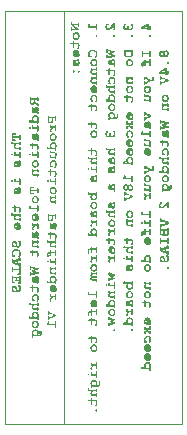
<source format=gbr>
%TF.GenerationSoftware,KiCad,Pcbnew,9.0.0*%
%TF.CreationDate,2025-03-18T11:13:48-07:00*%
%TF.ProjectId,RTW_production_pathfinder_V1,5254575f-7072-46f6-9475-6374696f6e5f,rev?*%
%TF.SameCoordinates,Original*%
%TF.FileFunction,Legend,Bot*%
%TF.FilePolarity,Positive*%
%FSLAX46Y46*%
G04 Gerber Fmt 4.6, Leading zero omitted, Abs format (unit mm)*
G04 Created by KiCad (PCBNEW 9.0.0) date 2025-03-18 11:13:48*
%MOMM*%
%LPD*%
G01*
G04 APERTURE LIST*
%ADD10C,0.100000*%
%ADD11C,0.180000*%
%ADD12R,1.700000X1.700000*%
%ADD13O,1.700000X1.700000*%
%ADD14C,3.800000*%
G04 APERTURE END LIST*
D10*
X155500000Y-84500000D02*
X170500000Y-84500000D01*
X170500000Y-119500000D01*
X155500000Y-119500000D01*
X155500000Y-84500000D01*
X160500000Y-84500000D02*
X160500000Y-119500000D01*
D11*
G36*
X156203990Y-95263660D02*
G01*
X156696384Y-95263660D01*
X156696384Y-95348510D01*
X156701446Y-95389860D01*
X156713915Y-95413357D01*
X156733851Y-95427760D01*
X156759692Y-95432701D01*
X156785542Y-95427762D01*
X156805524Y-95413357D01*
X156817951Y-95389866D01*
X156823000Y-95348510D01*
X156823000Y-95053404D01*
X156817953Y-95012039D01*
X156805524Y-94988502D01*
X156785542Y-94974097D01*
X156759692Y-94969158D01*
X156733851Y-94974099D01*
X156713915Y-94988502D01*
X156701444Y-95012045D01*
X156696384Y-95053404D01*
X156696384Y-95137594D01*
X156203990Y-95137594D01*
X156203990Y-95001142D01*
X156323572Y-95001142D01*
X156365076Y-94996077D01*
X156388638Y-94983611D01*
X156403046Y-94963637D01*
X156407982Y-94937834D01*
X156403071Y-94912504D01*
X156388638Y-94892606D01*
X156365076Y-94880141D01*
X156323572Y-94875076D01*
X156077375Y-94875076D01*
X156077375Y-95528047D01*
X156323572Y-95528047D01*
X156365076Y-95522982D01*
X156388638Y-95510516D01*
X156403044Y-95490534D01*
X156407982Y-95464684D01*
X156403074Y-95439402D01*
X156388638Y-95419512D01*
X156365076Y-95407046D01*
X156323572Y-95401981D01*
X156203990Y-95401981D01*
X156203990Y-95263660D01*
G37*
G36*
X156024618Y-95827770D02*
G01*
X156295435Y-95827770D01*
X156275038Y-95867772D01*
X156260978Y-95907344D01*
X156252519Y-95947931D01*
X156249713Y-95988842D01*
X156255444Y-96051629D01*
X156271750Y-96105016D01*
X156289173Y-96136966D01*
X156312162Y-96165013D01*
X156341212Y-96189536D01*
X156374312Y-96207656D01*
X156413683Y-96219024D01*
X156460793Y-96223058D01*
X156696384Y-96223058D01*
X156700008Y-96266543D01*
X156707815Y-96285762D01*
X156733578Y-96308455D01*
X156759692Y-96315272D01*
X156785565Y-96310394D01*
X156805524Y-96296203D01*
X156817938Y-96272989D01*
X156823000Y-96231686D01*
X156823000Y-96087815D01*
X156817971Y-96046984D01*
X156805524Y-96023518D01*
X156785542Y-96009112D01*
X156759692Y-96004174D01*
X156742150Y-96007183D01*
X156725238Y-96016540D01*
X156708309Y-96033685D01*
X156700117Y-96053446D01*
X156696384Y-96096443D01*
X156470191Y-96096443D01*
X156438860Y-96093492D01*
X156417183Y-96085787D01*
X156402542Y-96074296D01*
X156388686Y-96053464D01*
X156379665Y-96025676D01*
X156376328Y-95988842D01*
X156380449Y-95948716D01*
X156392210Y-95914763D01*
X156414041Y-95881023D01*
X156460739Y-95827770D01*
X156696384Y-95827770D01*
X156700040Y-95871651D01*
X156707815Y-95890418D01*
X156725098Y-95907997D01*
X156742170Y-95917537D01*
X156759692Y-95920588D01*
X156785537Y-95915637D01*
X156805524Y-95901189D01*
X156817951Y-95877698D01*
X156823000Y-95836342D01*
X156823000Y-95693131D01*
X156817953Y-95651766D01*
X156805524Y-95628229D01*
X156785542Y-95613824D01*
X156759692Y-95608885D01*
X156742189Y-95611942D01*
X156725281Y-95621471D01*
X156708309Y-95639000D01*
X156700150Y-95658310D01*
X156696384Y-95701704D01*
X156151234Y-95701704D01*
X156151234Y-95680216D01*
X156146188Y-95638852D01*
X156133758Y-95615315D01*
X156113776Y-95600909D01*
X156087926Y-95595971D01*
X156062086Y-95600911D01*
X156042149Y-95615315D01*
X156029679Y-95638858D01*
X156024618Y-95680216D01*
X156024618Y-95827770D01*
G37*
G36*
X156024618Y-96758262D02*
G01*
X156158268Y-96758262D01*
X156158268Y-96608235D01*
X156024618Y-96608235D01*
X156024618Y-96758262D01*
G37*
G36*
X156263781Y-96775462D02*
G01*
X156696384Y-96775462D01*
X156696384Y-96926698D01*
X156701446Y-96968047D01*
X156713915Y-96991544D01*
X156733856Y-97005991D01*
X156759692Y-97010943D01*
X156785537Y-97005992D01*
X156805524Y-96991544D01*
X156817951Y-96968053D01*
X156823000Y-96926698D01*
X156823000Y-96498216D01*
X156817953Y-96456852D01*
X156805524Y-96433315D01*
X156785542Y-96418909D01*
X156759692Y-96413971D01*
X156733851Y-96418911D01*
X156713915Y-96433315D01*
X156701444Y-96456858D01*
X156696384Y-96498216D01*
X156696384Y-96649451D01*
X156390397Y-96649451D01*
X156390397Y-96548005D01*
X156385379Y-96507131D01*
X156372921Y-96483433D01*
X156352911Y-96468770D01*
X156327089Y-96463760D01*
X156301248Y-96468700D01*
X156281312Y-96483104D01*
X156268841Y-96506647D01*
X156263781Y-96548005D01*
X156263781Y-96775462D01*
G37*
G36*
X156413642Y-97604563D02*
G01*
X156397267Y-97572967D01*
X156385670Y-97539991D01*
X156378693Y-97505632D01*
X156376328Y-97469265D01*
X156379373Y-97420839D01*
X156387648Y-97382776D01*
X156400178Y-97353091D01*
X156411942Y-97338043D01*
X156422765Y-97334021D01*
X156435256Y-97339211D01*
X156450297Y-97359850D01*
X156458586Y-97385700D01*
X156469256Y-97447777D01*
X156488287Y-97563412D01*
X156503603Y-97622368D01*
X156521878Y-97663377D01*
X156544388Y-97696164D01*
X156571087Y-97721946D01*
X156602324Y-97741842D01*
X156633580Y-97753256D01*
X156665554Y-97757007D01*
X156707670Y-97750520D01*
X156744777Y-97731208D01*
X156778431Y-97697381D01*
X156806211Y-97653346D01*
X156826674Y-97602528D01*
X156839559Y-97543728D01*
X156844102Y-97475475D01*
X156841778Y-97421865D01*
X156835144Y-97374303D01*
X156823965Y-97329266D01*
X156808931Y-97289178D01*
X156819372Y-97269505D01*
X156823000Y-97247962D01*
X156818007Y-97221070D01*
X156803655Y-97200921D01*
X156780106Y-97188452D01*
X156738699Y-97183391D01*
X156696274Y-97183391D01*
X156654876Y-97188455D01*
X156631373Y-97200921D01*
X156616924Y-97220908D01*
X156611974Y-97246753D01*
X156615231Y-97267982D01*
X156624558Y-97284837D01*
X156640328Y-97297777D01*
X156667808Y-97308852D01*
X156689076Y-97340185D01*
X156704902Y-97378315D01*
X156714161Y-97420635D01*
X156717487Y-97471738D01*
X156713977Y-97529291D01*
X156704571Y-97573243D01*
X156690559Y-97606376D01*
X156675673Y-97624340D01*
X156662477Y-97629128D01*
X156648012Y-97625939D01*
X156634746Y-97615870D01*
X156622085Y-97596540D01*
X156609202Y-97555080D01*
X156595213Y-97461901D01*
X156583428Y-97381883D01*
X156568551Y-97324641D01*
X156551777Y-97285132D01*
X156533883Y-97259063D01*
X156501267Y-97230414D01*
X156464922Y-97213694D01*
X156423424Y-97208010D01*
X156381124Y-97214298D01*
X156344203Y-97232892D01*
X156311097Y-97265163D01*
X156285133Y-97305183D01*
X156266013Y-97351534D01*
X156253966Y-97405357D01*
X156249713Y-97468056D01*
X156251694Y-97511207D01*
X156257516Y-97551971D01*
X156267435Y-97591489D01*
X156281476Y-97629128D01*
X156268232Y-97650945D01*
X156263781Y-97669739D01*
X156268649Y-97693391D01*
X156283290Y-97712769D01*
X156306882Y-97724987D01*
X156348576Y-97729969D01*
X156379461Y-97729969D01*
X156417376Y-97726925D01*
X156435789Y-97720133D01*
X156451770Y-97705233D01*
X156461063Y-97687716D01*
X156464256Y-97666662D01*
X156460769Y-97645214D01*
X156450407Y-97626655D01*
X156434429Y-97612614D01*
X156413642Y-97604563D01*
G37*
G36*
X156024618Y-99024151D02*
G01*
X156158268Y-99024151D01*
X156158268Y-98874125D01*
X156024618Y-98874125D01*
X156024618Y-99024151D01*
G37*
G36*
X156263781Y-99041352D02*
G01*
X156696384Y-99041352D01*
X156696384Y-99192587D01*
X156701446Y-99233937D01*
X156713915Y-99257434D01*
X156733856Y-99271880D01*
X156759692Y-99276833D01*
X156785537Y-99271882D01*
X156805524Y-99257434D01*
X156817951Y-99233943D01*
X156823000Y-99192587D01*
X156823000Y-98764106D01*
X156817953Y-98722741D01*
X156805524Y-98699204D01*
X156785542Y-98684799D01*
X156759692Y-98679860D01*
X156733851Y-98684801D01*
X156713915Y-98699204D01*
X156701444Y-98722747D01*
X156696384Y-98764106D01*
X156696384Y-98915341D01*
X156390397Y-98915341D01*
X156390397Y-98813895D01*
X156385379Y-98773020D01*
X156372921Y-98749323D01*
X156352911Y-98734660D01*
X156327089Y-98729649D01*
X156301248Y-98734590D01*
X156281312Y-98748993D01*
X156268841Y-98772536D01*
X156263781Y-98813895D01*
X156263781Y-99041352D01*
G37*
G36*
X156413642Y-99870453D02*
G01*
X156397267Y-99838857D01*
X156385670Y-99805881D01*
X156378693Y-99771522D01*
X156376328Y-99735154D01*
X156379373Y-99686729D01*
X156387648Y-99648665D01*
X156400178Y-99618980D01*
X156411942Y-99603933D01*
X156422765Y-99599911D01*
X156435256Y-99605101D01*
X156450297Y-99625740D01*
X156458586Y-99651590D01*
X156469256Y-99713667D01*
X156488287Y-99829302D01*
X156503603Y-99888258D01*
X156521878Y-99929267D01*
X156544388Y-99962054D01*
X156571087Y-99987836D01*
X156602324Y-100007731D01*
X156633580Y-100019146D01*
X156665554Y-100022897D01*
X156707670Y-100016410D01*
X156744777Y-99997097D01*
X156778431Y-99963271D01*
X156806211Y-99919236D01*
X156826674Y-99868418D01*
X156839559Y-99809617D01*
X156844102Y-99741364D01*
X156841778Y-99687755D01*
X156835144Y-99640193D01*
X156823965Y-99595156D01*
X156808931Y-99555068D01*
X156819372Y-99535394D01*
X156823000Y-99513852D01*
X156818007Y-99486960D01*
X156803655Y-99466811D01*
X156780106Y-99454342D01*
X156738699Y-99449280D01*
X156696274Y-99449280D01*
X156654876Y-99454344D01*
X156631373Y-99466811D01*
X156616924Y-99486797D01*
X156611974Y-99512643D01*
X156615231Y-99533872D01*
X156624558Y-99550727D01*
X156640328Y-99563666D01*
X156667808Y-99574742D01*
X156689076Y-99606075D01*
X156704902Y-99644204D01*
X156714161Y-99686524D01*
X156717487Y-99737627D01*
X156713977Y-99795181D01*
X156704571Y-99839133D01*
X156690559Y-99872266D01*
X156675673Y-99890230D01*
X156662477Y-99895017D01*
X156648012Y-99891829D01*
X156634746Y-99881759D01*
X156622085Y-99862429D01*
X156609202Y-99820970D01*
X156595213Y-99727790D01*
X156583428Y-99647773D01*
X156568551Y-99590530D01*
X156551777Y-99551022D01*
X156533883Y-99524953D01*
X156501267Y-99496304D01*
X156464922Y-99479584D01*
X156423424Y-99473900D01*
X156381124Y-99480188D01*
X156344203Y-99498782D01*
X156311097Y-99531053D01*
X156285133Y-99571073D01*
X156266013Y-99617424D01*
X156253966Y-99671247D01*
X156249713Y-99733945D01*
X156251694Y-99777096D01*
X156257516Y-99817861D01*
X156267435Y-99857379D01*
X156281476Y-99895017D01*
X156268232Y-99916834D01*
X156263781Y-99935629D01*
X156268649Y-99959281D01*
X156283290Y-99978658D01*
X156306882Y-99990877D01*
X156348576Y-99995859D01*
X156379461Y-99995859D01*
X156417376Y-99992815D01*
X156435789Y-99986022D01*
X156451770Y-99971123D01*
X156461063Y-99953606D01*
X156464256Y-99932551D01*
X156460769Y-99911104D01*
X156450407Y-99892545D01*
X156434429Y-99878504D01*
X156413642Y-99870453D01*
G37*
G36*
X156390397Y-101213819D02*
G01*
X156643573Y-101213819D01*
X156679679Y-101218757D01*
X156697153Y-101230415D01*
X156707319Y-101249021D01*
X156714601Y-101278365D01*
X156717487Y-101322629D01*
X156712879Y-101386033D01*
X156699329Y-101445199D01*
X156676930Y-101500902D01*
X156664466Y-101531076D01*
X156661213Y-101550086D01*
X156665758Y-101572951D01*
X156679623Y-101592841D01*
X156699966Y-101606418D01*
X156724411Y-101610976D01*
X156747072Y-101606156D01*
X156766781Y-101591302D01*
X156782993Y-101569123D01*
X156800749Y-101531462D01*
X156819867Y-101472326D01*
X156838690Y-101386383D01*
X156844102Y-101322629D01*
X156840327Y-101262982D01*
X156829965Y-101215086D01*
X156814097Y-101176821D01*
X156793269Y-101146445D01*
X156756176Y-101113437D01*
X156715089Y-101094253D01*
X156668412Y-101087753D01*
X156390397Y-101087753D01*
X156390397Y-101042251D01*
X156385324Y-101000946D01*
X156372811Y-100977404D01*
X156352723Y-100963000D01*
X156326759Y-100958060D01*
X156301372Y-100962972D01*
X156281422Y-100977404D01*
X156268868Y-101000952D01*
X156263781Y-101042251D01*
X156263781Y-101087753D01*
X156150629Y-101087753D01*
X156109491Y-101092813D01*
X156086113Y-101105284D01*
X156071750Y-101125261D01*
X156066824Y-101151116D01*
X156071720Y-101176403D01*
X156086113Y-101196288D01*
X156109491Y-101208759D01*
X156150629Y-101213819D01*
X156263781Y-101213819D01*
X156263781Y-101446827D01*
X156268872Y-101488165D01*
X156281422Y-101511673D01*
X156301469Y-101526118D01*
X156327419Y-101531072D01*
X156352811Y-101526150D01*
X156372811Y-101511673D01*
X156385320Y-101488170D01*
X156390397Y-101446827D01*
X156390397Y-101213819D01*
G37*
G36*
X156024618Y-101870142D02*
G01*
X156295435Y-101870142D01*
X156275038Y-101910144D01*
X156260978Y-101949717D01*
X156252519Y-101990304D01*
X156249713Y-102031214D01*
X156255444Y-102094001D01*
X156271750Y-102147388D01*
X156289173Y-102179339D01*
X156312162Y-102207386D01*
X156341212Y-102231909D01*
X156374312Y-102250028D01*
X156413683Y-102261397D01*
X156460793Y-102265431D01*
X156696384Y-102265431D01*
X156700008Y-102308916D01*
X156707815Y-102328134D01*
X156733578Y-102350827D01*
X156759692Y-102357645D01*
X156785565Y-102352767D01*
X156805524Y-102338576D01*
X156817938Y-102315362D01*
X156823000Y-102274059D01*
X156823000Y-102130188D01*
X156817971Y-102089357D01*
X156805524Y-102065891D01*
X156785542Y-102051485D01*
X156759692Y-102046547D01*
X156742150Y-102049556D01*
X156725238Y-102058913D01*
X156708309Y-102076057D01*
X156700117Y-102095818D01*
X156696384Y-102138815D01*
X156470191Y-102138815D01*
X156438860Y-102135864D01*
X156417183Y-102128160D01*
X156402542Y-102116669D01*
X156388686Y-102095836D01*
X156379665Y-102068049D01*
X156376328Y-102031214D01*
X156380449Y-101991088D01*
X156392210Y-101957135D01*
X156414041Y-101923395D01*
X156460739Y-101870142D01*
X156696384Y-101870142D01*
X156700040Y-101914024D01*
X156707815Y-101932790D01*
X156725098Y-101950370D01*
X156742170Y-101959910D01*
X156759692Y-101962961D01*
X156785537Y-101958010D01*
X156805524Y-101943562D01*
X156817951Y-101920071D01*
X156823000Y-101878715D01*
X156823000Y-101735503D01*
X156817953Y-101694139D01*
X156805524Y-101670602D01*
X156785542Y-101656196D01*
X156759692Y-101651258D01*
X156742189Y-101654314D01*
X156725281Y-101663844D01*
X156708309Y-101681373D01*
X156700150Y-101700683D01*
X156696384Y-101744076D01*
X156151234Y-101744076D01*
X156151234Y-101722589D01*
X156146188Y-101681225D01*
X156133758Y-101657688D01*
X156113776Y-101643282D01*
X156087926Y-101638344D01*
X156062086Y-101643284D01*
X156042149Y-101657688D01*
X156029679Y-101681230D01*
X156024618Y-101722589D01*
X156024618Y-101870142D01*
G37*
G36*
X156609250Y-102423993D02*
G01*
X156663602Y-102440879D01*
X156713139Y-102468860D01*
X156758758Y-102508880D01*
X156795178Y-102556499D01*
X156821676Y-102611666D01*
X156838258Y-102675820D01*
X156844102Y-102750845D01*
X156839068Y-102839437D01*
X156823439Y-102934064D01*
X156806789Y-102998392D01*
X156792297Y-103035269D01*
X156780025Y-103053920D01*
X156760857Y-103067800D01*
X156738150Y-103072385D01*
X156713066Y-103067971D01*
X156693142Y-103055129D01*
X156679764Y-103035977D01*
X156675281Y-103012759D01*
X156677646Y-102990846D01*
X156687536Y-102946319D01*
X156711011Y-102835206D01*
X156717487Y-102760078D01*
X156713675Y-102703654D01*
X156703292Y-102659243D01*
X156687481Y-102624505D01*
X156664861Y-102593922D01*
X156638653Y-102570953D01*
X156608457Y-102554712D01*
X156608457Y-103071780D01*
X156555096Y-103071780D01*
X156496141Y-103066620D01*
X156447165Y-103052107D01*
X156384735Y-103018738D01*
X156334947Y-102978962D01*
X156306504Y-102942211D01*
X156276695Y-102883341D01*
X156261881Y-102839776D01*
X156252817Y-102792916D01*
X156249901Y-102745295D01*
X156376328Y-102745295D01*
X156379447Y-102787673D01*
X156388341Y-102824461D01*
X156402596Y-102856578D01*
X156422653Y-102885276D01*
X156448797Y-102910415D01*
X156481841Y-102932196D01*
X156481841Y-102558394D01*
X156448776Y-102580534D01*
X156422632Y-102605878D01*
X156402596Y-102634616D01*
X156388318Y-102666761D01*
X156379435Y-102703362D01*
X156376328Y-102745295D01*
X156249901Y-102745295D01*
X156249713Y-102742217D01*
X156254981Y-102679744D01*
X156270482Y-102621868D01*
X156296240Y-102567616D01*
X156332914Y-102516244D01*
X156377885Y-102473137D01*
X156428038Y-102442916D01*
X156484453Y-102424555D01*
X156548776Y-102418205D01*
X156609250Y-102423993D01*
G37*
G36*
X156791346Y-104081902D02*
G01*
X156817339Y-104055139D01*
X156823000Y-104030244D01*
X156818024Y-104003925D01*
X156803601Y-103983863D01*
X156780116Y-103971378D01*
X156739194Y-103966332D01*
X156654179Y-103966332D01*
X156612723Y-103971395D01*
X156589168Y-103983863D01*
X156574746Y-104003933D01*
X156569769Y-104030299D01*
X156572831Y-104050970D01*
X156581584Y-104067449D01*
X156596264Y-104080108D01*
X156620986Y-104090475D01*
X156646039Y-104099503D01*
X156658520Y-104107126D01*
X156676265Y-104129226D01*
X156697648Y-104170434D01*
X156712421Y-104217565D01*
X156717487Y-104270066D01*
X156712726Y-104324962D01*
X156699352Y-104370464D01*
X156678084Y-104408387D01*
X156660118Y-104428115D01*
X156640701Y-104439139D01*
X156619008Y-104442789D01*
X156596688Y-104438770D01*
X156575044Y-104426192D01*
X156557088Y-104405810D01*
X156540862Y-104372117D01*
X156531713Y-104339890D01*
X156515638Y-104262043D01*
X156492831Y-104165631D01*
X156469476Y-104105917D01*
X156448804Y-104072938D01*
X156423458Y-104045222D01*
X156393089Y-104022276D01*
X156359162Y-104005141D01*
X156323820Y-103994974D01*
X156286477Y-103991556D01*
X156243090Y-103996175D01*
X156202752Y-104009890D01*
X156164549Y-104033139D01*
X156127878Y-104067174D01*
X156098729Y-104106743D01*
X156077584Y-104151965D01*
X156064410Y-104203897D01*
X156059789Y-104263911D01*
X156062483Y-104311434D01*
X156070231Y-104353982D01*
X156083495Y-104393856D01*
X156101995Y-104429270D01*
X156082980Y-104454974D01*
X156077375Y-104478454D01*
X156082307Y-104503728D01*
X156096829Y-104523627D01*
X156120373Y-104536111D01*
X156161401Y-104541158D01*
X156256527Y-104541158D01*
X156298088Y-104536093D01*
X156321703Y-104523627D01*
X156336225Y-104503728D01*
X156341157Y-104478454D01*
X156337610Y-104456497D01*
X156327144Y-104437843D01*
X156313338Y-104426879D01*
X156285763Y-104417565D01*
X156257257Y-104409161D01*
X156241250Y-104400364D01*
X156220671Y-104379086D01*
X156202287Y-104346893D01*
X156190556Y-104309391D01*
X156186405Y-104264516D01*
X156190330Y-104220028D01*
X156201163Y-104184688D01*
X156218114Y-104156585D01*
X156241208Y-104133238D01*
X156262941Y-104120840D01*
X156284224Y-104116963D01*
X156306814Y-104120874D01*
X156329507Y-104133229D01*
X156348488Y-104152666D01*
X156363634Y-104180875D01*
X156372543Y-104211085D01*
X156391331Y-104298588D01*
X156412832Y-104389482D01*
X156433206Y-104447405D01*
X156451170Y-104479908D01*
X156474829Y-104508565D01*
X156504702Y-104533739D01*
X156538582Y-104552628D01*
X156576827Y-104564185D01*
X156620492Y-104568195D01*
X156666124Y-104563854D01*
X156705525Y-104551401D01*
X156739936Y-104531100D01*
X156770188Y-104502415D01*
X156801852Y-104456957D01*
X156824823Y-104405491D01*
X156839108Y-104346920D01*
X156844102Y-104279848D01*
X156840789Y-104228153D01*
X156830913Y-104178072D01*
X156814538Y-104129572D01*
X156791346Y-104081902D01*
G37*
G36*
X156112546Y-105219023D02*
G01*
X156096729Y-105231669D01*
X156086168Y-105244522D01*
X156079559Y-105258953D01*
X156077375Y-105274362D01*
X156082211Y-105299672D01*
X156096389Y-105319535D01*
X156119602Y-105331992D01*
X156160851Y-105337066D01*
X156267628Y-105337066D01*
X156308881Y-105332007D01*
X156332364Y-105319535D01*
X156346800Y-105299645D01*
X156351709Y-105274362D01*
X156348055Y-105251085D01*
X156337805Y-105233751D01*
X156319947Y-105221339D01*
X156285708Y-105211000D01*
X156262372Y-105204211D01*
X156246360Y-105193799D01*
X156222560Y-105164732D01*
X156202781Y-105123347D01*
X156190445Y-105077793D01*
X156186405Y-105032672D01*
X156192647Y-104978051D01*
X156211025Y-104928753D01*
X156230071Y-104899426D01*
X156256362Y-104871613D01*
X156291039Y-104845167D01*
X156329436Y-104825349D01*
X156372944Y-104813145D01*
X156422710Y-104808897D01*
X156504537Y-104808897D01*
X156548766Y-104813139D01*
X156588241Y-104825481D01*
X156623958Y-104845881D01*
X156656597Y-104875007D01*
X156682246Y-104909576D01*
X156701183Y-104950763D01*
X156713203Y-104999869D01*
X156717487Y-105058555D01*
X156712304Y-105125504D01*
X156698252Y-105177203D01*
X156682834Y-105204782D01*
X156654179Y-105237433D01*
X156628460Y-105268152D01*
X156622525Y-105293432D01*
X156627231Y-105316870D01*
X156641704Y-105337670D01*
X156662703Y-105352021D01*
X156686877Y-105356739D01*
X156712274Y-105350974D01*
X156742601Y-105330911D01*
X156780806Y-105288708D01*
X156810690Y-105234410D01*
X156829011Y-105180585D01*
X156840246Y-105122403D01*
X156844102Y-105059160D01*
X156838771Y-104985706D01*
X156823257Y-104918838D01*
X156797885Y-104857476D01*
X156769245Y-104812487D01*
X156730777Y-104771384D01*
X156681162Y-104733883D01*
X156626149Y-104705469D01*
X156568455Y-104688577D01*
X156507065Y-104682886D01*
X156421446Y-104682886D01*
X156356873Y-104688025D01*
X156295857Y-104703248D01*
X156237568Y-104728663D01*
X156184592Y-104763484D01*
X156141040Y-104805624D01*
X156106006Y-104855663D01*
X156080193Y-104911244D01*
X156064906Y-104968367D01*
X156059789Y-105027836D01*
X156063127Y-105081397D01*
X156072814Y-105130161D01*
X156089272Y-105176230D01*
X156112546Y-105219023D01*
G37*
G36*
X156785537Y-105375484D02*
G01*
X156805524Y-105389932D01*
X156817951Y-105413423D01*
X156823000Y-105454778D01*
X156823000Y-105624478D01*
X156817951Y-105665834D01*
X156805524Y-105689325D01*
X156785537Y-105703773D01*
X156759692Y-105708724D01*
X156733856Y-105703771D01*
X156713915Y-105689325D01*
X156701446Y-105665828D01*
X156696384Y-105624478D01*
X156696384Y-105593704D01*
X156615491Y-105624478D01*
X156615491Y-105930631D01*
X156696384Y-105960746D01*
X156696384Y-105930026D01*
X156701444Y-105888668D01*
X156713915Y-105865125D01*
X156733851Y-105850721D01*
X156759692Y-105845781D01*
X156785542Y-105850719D01*
X156805524Y-105865125D01*
X156817953Y-105888662D01*
X156823000Y-105930026D01*
X156823000Y-106099726D01*
X156817938Y-106141029D01*
X156805524Y-106164243D01*
X156785565Y-106178434D01*
X156759692Y-106183312D01*
X156733485Y-106176725D01*
X156707815Y-106155010D01*
X156699965Y-106136735D01*
X156696384Y-106096649D01*
X156077375Y-105845781D01*
X156077375Y-105776923D01*
X156243833Y-105776923D01*
X156488875Y-105878369D01*
X156488875Y-105674872D01*
X156243833Y-105776923D01*
X156077375Y-105776923D01*
X156077375Y-105573426D01*
X156082437Y-105532076D01*
X156094905Y-105508579D01*
X156114842Y-105494175D01*
X156140683Y-105489235D01*
X156166533Y-105494174D01*
X156186515Y-105508579D01*
X156198942Y-105532070D01*
X156203990Y-105573426D01*
X156203990Y-105655803D01*
X156696384Y-105457856D01*
X156701445Y-105415291D01*
X156713915Y-105390866D01*
X156733934Y-105375689D01*
X156759692Y-105370533D01*
X156785537Y-105375484D01*
G37*
G36*
X156203990Y-106479353D02*
G01*
X156696384Y-106479353D01*
X156696384Y-106751103D01*
X156576803Y-106751103D01*
X156535307Y-106756171D01*
X156511791Y-106768634D01*
X156497340Y-106788613D01*
X156492392Y-106814411D01*
X156497315Y-106839737D01*
X156511791Y-106859639D01*
X156535307Y-106872102D01*
X156576803Y-106877169D01*
X156823000Y-106877169D01*
X156823000Y-106280142D01*
X156817955Y-106238826D01*
X156805524Y-106215296D01*
X156785542Y-106200890D01*
X156759692Y-106195952D01*
X156733851Y-106200892D01*
X156713915Y-106215296D01*
X156701443Y-106238832D01*
X156696384Y-106280142D01*
X156696384Y-106353342D01*
X156203990Y-106353342D01*
X156203990Y-106280142D01*
X156198946Y-106238826D01*
X156186515Y-106215296D01*
X156166533Y-106200890D01*
X156140683Y-106195952D01*
X156114842Y-106200892D01*
X156094905Y-106215296D01*
X156082434Y-106238832D01*
X156077375Y-106280142D01*
X156077375Y-106553157D01*
X156082437Y-106594507D01*
X156094905Y-106618003D01*
X156114842Y-106632407D01*
X156140683Y-106637347D01*
X156166533Y-106632409D01*
X156186515Y-106618003D01*
X156198942Y-106594513D01*
X156203990Y-106553157D01*
X156203990Y-106479353D01*
G37*
G36*
X156513495Y-107157823D02*
G01*
X156696384Y-107157823D01*
X156696384Y-107479362D01*
X156629559Y-107479362D01*
X156588064Y-107484429D01*
X156564548Y-107496893D01*
X156550097Y-107516872D01*
X156545149Y-107542670D01*
X156550074Y-107567986D01*
X156564548Y-107587843D01*
X156588064Y-107600306D01*
X156629559Y-107605373D01*
X156823000Y-107605373D01*
X156823000Y-107012083D01*
X156817951Y-106970727D01*
X156805524Y-106947237D01*
X156785542Y-106932831D01*
X156759692Y-106927893D01*
X156733879Y-106932905D01*
X156713915Y-106947566D01*
X156701414Y-106971263D01*
X156696384Y-107012083D01*
X156696384Y-107031757D01*
X156203990Y-107031757D01*
X156203990Y-107012083D01*
X156198942Y-106970727D01*
X156186515Y-106947237D01*
X156166533Y-106932831D01*
X156140683Y-106927893D01*
X156114842Y-106932833D01*
X156094905Y-106947237D01*
X156082437Y-106970733D01*
X156077375Y-107012083D01*
X156077979Y-107577731D01*
X156270815Y-107577731D01*
X156312349Y-107572737D01*
X156335882Y-107560475D01*
X156350278Y-107540772D01*
X156355226Y-107515028D01*
X156350287Y-107489178D01*
X156335882Y-107469196D01*
X156312319Y-107456730D01*
X156270815Y-107451665D01*
X156203990Y-107451665D01*
X156203990Y-107157823D01*
X156386879Y-107157823D01*
X156386879Y-107268501D01*
X156345563Y-107271516D01*
X156328847Y-107277734D01*
X156314249Y-107292115D01*
X156305530Y-107309784D01*
X156302469Y-107331809D01*
X156307390Y-107357087D01*
X156321868Y-107376982D01*
X156345384Y-107389445D01*
X156386879Y-107394512D01*
X156513495Y-107394512D01*
X156554807Y-107391328D01*
X156571912Y-107384676D01*
X156586409Y-107369978D01*
X156594951Y-107352651D01*
X156597905Y-107331809D01*
X156594844Y-107309784D01*
X156586125Y-107292115D01*
X156571527Y-107277734D01*
X156554811Y-107271516D01*
X156513495Y-107268501D01*
X156513495Y-107157823D01*
G37*
G36*
X156791346Y-107858385D02*
G01*
X156817339Y-107831622D01*
X156823000Y-107806727D01*
X156818024Y-107780408D01*
X156803601Y-107760345D01*
X156780116Y-107747861D01*
X156739194Y-107742815D01*
X156654179Y-107742815D01*
X156612723Y-107747878D01*
X156589168Y-107760345D01*
X156574746Y-107780416D01*
X156569769Y-107806782D01*
X156572831Y-107827453D01*
X156581584Y-107843931D01*
X156596264Y-107856591D01*
X156620986Y-107866957D01*
X156646039Y-107875986D01*
X156658520Y-107883609D01*
X156676265Y-107905709D01*
X156697648Y-107946916D01*
X156712421Y-107994048D01*
X156717487Y-108046549D01*
X156712726Y-108101445D01*
X156699352Y-108146947D01*
X156678084Y-108184870D01*
X156660118Y-108204598D01*
X156640701Y-108215622D01*
X156619008Y-108219272D01*
X156596688Y-108215253D01*
X156575044Y-108202675D01*
X156557088Y-108182293D01*
X156540862Y-108148600D01*
X156531713Y-108116373D01*
X156515638Y-108038526D01*
X156492831Y-107942113D01*
X156469476Y-107882400D01*
X156448804Y-107849421D01*
X156423458Y-107821705D01*
X156393089Y-107798759D01*
X156359162Y-107781624D01*
X156323820Y-107771457D01*
X156286477Y-107768039D01*
X156243090Y-107772657D01*
X156202752Y-107786373D01*
X156164549Y-107809622D01*
X156127878Y-107843657D01*
X156098729Y-107883226D01*
X156077584Y-107928448D01*
X156064410Y-107980380D01*
X156059789Y-108040394D01*
X156062483Y-108087917D01*
X156070231Y-108130465D01*
X156083495Y-108170339D01*
X156101995Y-108205753D01*
X156082980Y-108231457D01*
X156077375Y-108254937D01*
X156082307Y-108280211D01*
X156096829Y-108300110D01*
X156120373Y-108312594D01*
X156161401Y-108317640D01*
X156256527Y-108317640D01*
X156298088Y-108312576D01*
X156321703Y-108300110D01*
X156336225Y-108280211D01*
X156341157Y-108254937D01*
X156337610Y-108232980D01*
X156327144Y-108214326D01*
X156313338Y-108203362D01*
X156285763Y-108194047D01*
X156257257Y-108185644D01*
X156241250Y-108176847D01*
X156220671Y-108155569D01*
X156202287Y-108123376D01*
X156190556Y-108085874D01*
X156186405Y-108040999D01*
X156190330Y-107996511D01*
X156201163Y-107961171D01*
X156218114Y-107933068D01*
X156241208Y-107909721D01*
X156262941Y-107897323D01*
X156284224Y-107893446D01*
X156306814Y-107897357D01*
X156329507Y-107909712D01*
X156348488Y-107929149D01*
X156363634Y-107957358D01*
X156372543Y-107987568D01*
X156391331Y-108075071D01*
X156412832Y-108165965D01*
X156433206Y-108223888D01*
X156451170Y-108256391D01*
X156474829Y-108285048D01*
X156504702Y-108310222D01*
X156538582Y-108329111D01*
X156576827Y-108340668D01*
X156620492Y-108344678D01*
X156666124Y-108340337D01*
X156705525Y-108327884D01*
X156739936Y-108307583D01*
X156770188Y-108278897D01*
X156801852Y-108233440D01*
X156824823Y-108181974D01*
X156839108Y-108123403D01*
X156844102Y-108056331D01*
X156840789Y-108004636D01*
X156830913Y-107954555D01*
X156814538Y-107906055D01*
X156791346Y-107858385D01*
G37*
G36*
X158297542Y-91826240D02*
G01*
X158317524Y-91840646D01*
X158329953Y-91864183D01*
X158335000Y-91905547D01*
X158335000Y-92096734D01*
X158329951Y-92138090D01*
X158317524Y-92161581D01*
X158297537Y-92176029D01*
X158271692Y-92180980D01*
X158245856Y-92176027D01*
X158225915Y-92161581D01*
X158213446Y-92138084D01*
X158208384Y-92096734D01*
X158208384Y-92051287D01*
X158050115Y-92051287D01*
X158050115Y-92176089D01*
X158077819Y-92219749D01*
X158128627Y-92274669D01*
X158211014Y-92343729D01*
X158335000Y-92429979D01*
X158335000Y-92501915D01*
X158329941Y-92543227D01*
X158317524Y-92566487D01*
X158297565Y-92580678D01*
X158271692Y-92585556D01*
X158245524Y-92579071D01*
X158220309Y-92557859D01*
X158212127Y-92538035D01*
X158208384Y-92494551D01*
X158099024Y-92418274D01*
X158047547Y-92372520D01*
X158009338Y-92332820D01*
X157981713Y-92377234D01*
X157953119Y-92411348D01*
X157923554Y-92436739D01*
X157890043Y-92455946D01*
X157854535Y-92467346D01*
X157816283Y-92471195D01*
X157770604Y-92466578D01*
X157729190Y-92453032D01*
X157691039Y-92430400D01*
X157655485Y-92397721D01*
X157627807Y-92359430D01*
X157607225Y-92313295D01*
X157594081Y-92257748D01*
X157589723Y-92195763D01*
X157715990Y-92195763D01*
X157719892Y-92243717D01*
X157730391Y-92279911D01*
X157746325Y-92306991D01*
X157768468Y-92329252D01*
X157790114Y-92341294D01*
X157812106Y-92345129D01*
X157835235Y-92340488D01*
X157860466Y-92325126D01*
X157882224Y-92299127D01*
X157906958Y-92247365D01*
X157919185Y-92202467D01*
X157923499Y-92149656D01*
X157923499Y-92051287D01*
X157715990Y-92051287D01*
X157715990Y-92195763D01*
X157589723Y-92195763D01*
X157589375Y-92190817D01*
X157589375Y-91905547D01*
X157594435Y-91864189D01*
X157606905Y-91840646D01*
X157626842Y-91826242D01*
X157652683Y-91821302D01*
X157678533Y-91826240D01*
X157698515Y-91840646D01*
X157710944Y-91864183D01*
X157715990Y-91905547D01*
X157715990Y-91925221D01*
X158208384Y-91925221D01*
X158208384Y-91905547D01*
X158213416Y-91864679D01*
X158225915Y-91840976D01*
X158245879Y-91826314D01*
X158271692Y-91821302D01*
X158297542Y-91826240D01*
G37*
G36*
X158224432Y-92620067D02*
G01*
X158263516Y-92640267D01*
X158302466Y-92676836D01*
X158331554Y-92721809D01*
X158349671Y-92775930D01*
X158356102Y-92841590D01*
X158353202Y-92889431D01*
X158343792Y-92945509D01*
X158328195Y-93000837D01*
X158306863Y-93050033D01*
X158335000Y-93050033D01*
X158335000Y-93197586D01*
X158329951Y-93238942D01*
X158317524Y-93262432D01*
X158297537Y-93276881D01*
X158271692Y-93281831D01*
X158245856Y-93276879D01*
X158225915Y-93262432D01*
X158213446Y-93238936D01*
X158208384Y-93197586D01*
X158208384Y-93176044D01*
X157950152Y-93176044D01*
X157907722Y-93171780D01*
X157871349Y-93159560D01*
X157839780Y-93139588D01*
X157812216Y-93111197D01*
X157791317Y-93077911D01*
X157775546Y-93037433D01*
X157765373Y-92988337D01*
X157761713Y-92928913D01*
X157763511Y-92888553D01*
X157769351Y-92840985D01*
X157789740Y-92745694D01*
X157806501Y-92699587D01*
X157825075Y-92682386D01*
X157837407Y-92677843D01*
X157852498Y-92676231D01*
X157878337Y-92680739D01*
X157898495Y-92693762D01*
X157911969Y-92713195D01*
X157916465Y-92736461D01*
X157908991Y-92788119D01*
X157892853Y-92873569D01*
X157888328Y-92933199D01*
X157890928Y-92979063D01*
X157897352Y-93008261D01*
X157906024Y-93025743D01*
X157926471Y-93044071D01*
X157951691Y-93050033D01*
X157981531Y-93050033D01*
X157972072Y-92977006D01*
X157969221Y-92917867D01*
X157969720Y-92910448D01*
X158095837Y-92910448D01*
X158099303Y-92975637D01*
X158110400Y-93050033D01*
X158163871Y-93050033D01*
X158190767Y-93002639D01*
X158211901Y-92947652D01*
X158225405Y-92891292D01*
X158229487Y-92844667D01*
X158223967Y-92794815D01*
X158209428Y-92760422D01*
X158196593Y-92747838D01*
X158180907Y-92743825D01*
X158166199Y-92746996D01*
X158150471Y-92757522D01*
X158132876Y-92778282D01*
X158112641Y-92816701D01*
X158100179Y-92860359D01*
X158095837Y-92910448D01*
X157969720Y-92910448D01*
X157974039Y-92846182D01*
X157987520Y-92786288D01*
X158008637Y-92736215D01*
X158036980Y-92694366D01*
X158074027Y-92656914D01*
X158110398Y-92632212D01*
X158146696Y-92618138D01*
X158183819Y-92613528D01*
X158224432Y-92620067D01*
G37*
G36*
X158129393Y-93357809D02*
G01*
X158182436Y-93374030D01*
X158230390Y-93400790D01*
X158274165Y-93438892D01*
X158309257Y-93484477D01*
X158334684Y-93536862D01*
X158350535Y-93597339D01*
X158356102Y-93667613D01*
X158352739Y-93717344D01*
X158342748Y-93765047D01*
X158326287Y-93810933D01*
X158303346Y-93855118D01*
X158335000Y-93855118D01*
X158335000Y-94002671D01*
X158329951Y-94044027D01*
X158317524Y-94067518D01*
X158297537Y-94081966D01*
X158271692Y-94086917D01*
X158245879Y-94081904D01*
X158225915Y-94067243D01*
X158213416Y-94043540D01*
X158208384Y-94002671D01*
X158208384Y-93981129D01*
X157536618Y-93981129D01*
X157536618Y-93833576D01*
X157541677Y-93792266D01*
X157554149Y-93768729D01*
X157574086Y-93754326D01*
X157599926Y-93749385D01*
X157625776Y-93754324D01*
X157645758Y-93768729D01*
X157658190Y-93792260D01*
X157663234Y-93833576D01*
X157663234Y-93855118D01*
X157822218Y-93855118D01*
X157795440Y-93808098D01*
X157776825Y-93761640D01*
X157765482Y-93713800D01*
X157761807Y-93666349D01*
X157888328Y-93666349D01*
X157894443Y-93717052D01*
X157912244Y-93761196D01*
X157942129Y-93800383D01*
X157980805Y-93830886D01*
X158024097Y-93848940D01*
X158073580Y-93855118D01*
X158116203Y-93849495D01*
X158152903Y-93833104D01*
X158185193Y-93805329D01*
X158208894Y-93769659D01*
X158224002Y-93724242D01*
X158229487Y-93666349D01*
X158223976Y-93608088D01*
X158208849Y-93562732D01*
X158185193Y-93527424D01*
X158152905Y-93500115D01*
X158115634Y-93483857D01*
X158071767Y-93478239D01*
X158023479Y-93484362D01*
X157980764Y-93502351D01*
X157942129Y-93532919D01*
X157912208Y-93572127D01*
X157894425Y-93616081D01*
X157888328Y-93666349D01*
X157761807Y-93666349D01*
X157761713Y-93665140D01*
X157767511Y-93601333D01*
X157784409Y-93543866D01*
X157812316Y-93491454D01*
X157852003Y-93443178D01*
X157899980Y-93403034D01*
X157951653Y-93374947D01*
X158007896Y-93358017D01*
X158069953Y-93352228D01*
X158129393Y-93357809D01*
G37*
G36*
X157536618Y-94492372D02*
G01*
X157670268Y-94492372D01*
X157670268Y-94342346D01*
X157536618Y-94342346D01*
X157536618Y-94492372D01*
G37*
G36*
X157775781Y-94509573D02*
G01*
X158208384Y-94509573D01*
X158208384Y-94660808D01*
X158213446Y-94702158D01*
X158225915Y-94725655D01*
X158245856Y-94740101D01*
X158271692Y-94745054D01*
X158297537Y-94740103D01*
X158317524Y-94725655D01*
X158329951Y-94702164D01*
X158335000Y-94660808D01*
X158335000Y-94232327D01*
X158329953Y-94190962D01*
X158317524Y-94167425D01*
X158297542Y-94153020D01*
X158271692Y-94148081D01*
X158245851Y-94153022D01*
X158225915Y-94167425D01*
X158213444Y-94190968D01*
X158208384Y-94232327D01*
X158208384Y-94383562D01*
X157902397Y-94383562D01*
X157902397Y-94282116D01*
X157897379Y-94241241D01*
X157884921Y-94217544D01*
X157864911Y-94202881D01*
X157839089Y-94197870D01*
X157813248Y-94202811D01*
X157793312Y-94217214D01*
X157780841Y-94240757D01*
X157775781Y-94282116D01*
X157775781Y-94509573D01*
G37*
G36*
X158224432Y-94885957D02*
G01*
X158263516Y-94906157D01*
X158302466Y-94942725D01*
X158331554Y-94987698D01*
X158349671Y-95041819D01*
X158356102Y-95107479D01*
X158353202Y-95155321D01*
X158343792Y-95211399D01*
X158328195Y-95266727D01*
X158306863Y-95315922D01*
X158335000Y-95315922D01*
X158335000Y-95463476D01*
X158329951Y-95504831D01*
X158317524Y-95528322D01*
X158297537Y-95542770D01*
X158271692Y-95547721D01*
X158245856Y-95542769D01*
X158225915Y-95528322D01*
X158213446Y-95504825D01*
X158208384Y-95463476D01*
X158208384Y-95441933D01*
X157950152Y-95441933D01*
X157907722Y-95437670D01*
X157871349Y-95425450D01*
X157839780Y-95405478D01*
X157812216Y-95377087D01*
X157791317Y-95343801D01*
X157775546Y-95303322D01*
X157765373Y-95254227D01*
X157761713Y-95194802D01*
X157763511Y-95154443D01*
X157769351Y-95106875D01*
X157789740Y-95011584D01*
X157806501Y-94965477D01*
X157825075Y-94948276D01*
X157837407Y-94943733D01*
X157852498Y-94942121D01*
X157878337Y-94946629D01*
X157898495Y-94959651D01*
X157911969Y-94979085D01*
X157916465Y-95002351D01*
X157908991Y-95054009D01*
X157892853Y-95139459D01*
X157888328Y-95199089D01*
X157890928Y-95244953D01*
X157897352Y-95274151D01*
X157906024Y-95291632D01*
X157926471Y-95309961D01*
X157951691Y-95315922D01*
X157981531Y-95315922D01*
X157972072Y-95242895D01*
X157969221Y-95183756D01*
X157969720Y-95176338D01*
X158095837Y-95176338D01*
X158099303Y-95241527D01*
X158110400Y-95315922D01*
X158163871Y-95315922D01*
X158190767Y-95268529D01*
X158211901Y-95213542D01*
X158225405Y-95157181D01*
X158229487Y-95110557D01*
X158223967Y-95060705D01*
X158209428Y-95026311D01*
X158196593Y-95013728D01*
X158180907Y-95009715D01*
X158166199Y-95012885D01*
X158150471Y-95023412D01*
X158132876Y-95044172D01*
X158112641Y-95082590D01*
X158100179Y-95126248D01*
X158095837Y-95176338D01*
X157969720Y-95176338D01*
X157974039Y-95112071D01*
X157987520Y-95052177D01*
X158008637Y-95002104D01*
X158036980Y-94960256D01*
X158074027Y-94922804D01*
X158110398Y-94898102D01*
X158146696Y-94884028D01*
X158183819Y-94879418D01*
X158224432Y-94885957D01*
G37*
G36*
X157902397Y-95926743D02*
G01*
X158155573Y-95926743D01*
X158191679Y-95931681D01*
X158209153Y-95943339D01*
X158219319Y-95961945D01*
X158226601Y-95991290D01*
X158229487Y-96035553D01*
X158224879Y-96098957D01*
X158211329Y-96158123D01*
X158188930Y-96213826D01*
X158176466Y-96244000D01*
X158173213Y-96263011D01*
X158177758Y-96285875D01*
X158191623Y-96305765D01*
X158211966Y-96319343D01*
X158236411Y-96323900D01*
X158259072Y-96319081D01*
X158278781Y-96304227D01*
X158294993Y-96282047D01*
X158312749Y-96244386D01*
X158331867Y-96185250D01*
X158350690Y-96099308D01*
X158356102Y-96035553D01*
X158352327Y-95975906D01*
X158341965Y-95928011D01*
X158326097Y-95889745D01*
X158305269Y-95859369D01*
X158268176Y-95826361D01*
X158227089Y-95807177D01*
X158180412Y-95800677D01*
X157902397Y-95800677D01*
X157902397Y-95755175D01*
X157897324Y-95713871D01*
X157884811Y-95690328D01*
X157864723Y-95675924D01*
X157838759Y-95670984D01*
X157813372Y-95675896D01*
X157793422Y-95690328D01*
X157780868Y-95713877D01*
X157775781Y-95755175D01*
X157775781Y-95800677D01*
X157662629Y-95800677D01*
X157621491Y-95805737D01*
X157598113Y-95818208D01*
X157583750Y-95838185D01*
X157578824Y-95864040D01*
X157583720Y-95889327D01*
X157598113Y-95909213D01*
X157621491Y-95921683D01*
X157662629Y-95926743D01*
X157775781Y-95926743D01*
X157775781Y-96159751D01*
X157780872Y-96201089D01*
X157793422Y-96224597D01*
X157813469Y-96239043D01*
X157839419Y-96243996D01*
X157864811Y-96239074D01*
X157884811Y-96224597D01*
X157897320Y-96201095D01*
X157902397Y-96159751D01*
X157902397Y-95926743D01*
G37*
G36*
X157536618Y-96758262D02*
G01*
X157670268Y-96758262D01*
X157670268Y-96608236D01*
X157536618Y-96608236D01*
X157536618Y-96758262D01*
G37*
G36*
X157775781Y-96775463D02*
G01*
X158208384Y-96775463D01*
X158208384Y-96926698D01*
X158213446Y-96968048D01*
X158225915Y-96991544D01*
X158245856Y-97005991D01*
X158271692Y-97010943D01*
X158297537Y-97005993D01*
X158317524Y-96991544D01*
X158329951Y-96968054D01*
X158335000Y-96926698D01*
X158335000Y-96498216D01*
X158329953Y-96456852D01*
X158317524Y-96433315D01*
X158297542Y-96418910D01*
X158271692Y-96413971D01*
X158245851Y-96418911D01*
X158225915Y-96433315D01*
X158213444Y-96456858D01*
X158208384Y-96498216D01*
X158208384Y-96649452D01*
X157902397Y-96649452D01*
X157902397Y-96548005D01*
X157897379Y-96507131D01*
X157884921Y-96483434D01*
X157864911Y-96468771D01*
X157839089Y-96463760D01*
X157813248Y-96468700D01*
X157793312Y-96483104D01*
X157780841Y-96506647D01*
X157775781Y-96548005D01*
X157775781Y-96775463D01*
G37*
G36*
X158114702Y-97147932D02*
G01*
X158161962Y-97161475D01*
X158208769Y-97184600D01*
X158250486Y-97215745D01*
X158286307Y-97255347D01*
X158316535Y-97304511D01*
X158338617Y-97358103D01*
X158351722Y-97412813D01*
X158356102Y-97469265D01*
X158351655Y-97526139D01*
X158338339Y-97581359D01*
X158315875Y-97635558D01*
X158285218Y-97685310D01*
X158249292Y-97724865D01*
X158207834Y-97755469D01*
X158161305Y-97778144D01*
X158114750Y-97791376D01*
X158067480Y-97795751D01*
X158017750Y-97791341D01*
X157968552Y-97777993D01*
X157919213Y-97755139D01*
X157874868Y-97724172D01*
X157836732Y-97684470D01*
X157804412Y-97634953D01*
X157780502Y-97580634D01*
X157766404Y-97525635D01*
X157761718Y-97469320D01*
X157888328Y-97469320D01*
X157892823Y-97516641D01*
X157905752Y-97557792D01*
X157926886Y-97594003D01*
X157956802Y-97626106D01*
X157992488Y-97650763D01*
X158029271Y-97665009D01*
X158068085Y-97669740D01*
X158105212Y-97663812D01*
X158141571Y-97645394D01*
X158178434Y-97611927D01*
X158206536Y-97570921D01*
X158223571Y-97523945D01*
X158229487Y-97469320D01*
X158223587Y-97415097D01*
X158206566Y-97368291D01*
X158178434Y-97327262D01*
X158141583Y-97293783D01*
X158105426Y-97275405D01*
X158068689Y-97269505D01*
X158023366Y-97275719D01*
X157981834Y-97294324D01*
X157942733Y-97326658D01*
X157912706Y-97367573D01*
X157894604Y-97414531D01*
X157888328Y-97469320D01*
X157761718Y-97469320D01*
X157761713Y-97469265D01*
X157766315Y-97413311D01*
X157780119Y-97358930D01*
X157803478Y-97305445D01*
X157835189Y-97256726D01*
X157873211Y-97216967D01*
X157918004Y-97185259D01*
X157967795Y-97161657D01*
X158016982Y-97147948D01*
X158066271Y-97143439D01*
X158114702Y-97147932D01*
G37*
G36*
X157775781Y-98096078D02*
G01*
X157817986Y-98096078D01*
X157793328Y-98132363D01*
X157775781Y-98172025D01*
X157765320Y-98214717D01*
X157761713Y-98262096D01*
X157766407Y-98317238D01*
X157779742Y-98364191D01*
X157801152Y-98404466D01*
X157830846Y-98439159D01*
X157870321Y-98467313D01*
X157917729Y-98484677D01*
X157975266Y-98490817D01*
X158208384Y-98490817D01*
X158213287Y-98527233D01*
X158225915Y-98549838D01*
X158245828Y-98564027D01*
X158271692Y-98568907D01*
X158297537Y-98563957D01*
X158317524Y-98549508D01*
X158329951Y-98526018D01*
X158335000Y-98484662D01*
X158335000Y-98370906D01*
X158329953Y-98329541D01*
X158317524Y-98306004D01*
X158297542Y-98291599D01*
X158271692Y-98286660D01*
X158245828Y-98291540D01*
X158225915Y-98305730D01*
X158213287Y-98328335D01*
X158208384Y-98364751D01*
X157972464Y-98364751D01*
X157946184Y-98361947D01*
X157926850Y-98354380D01*
X157912728Y-98342604D01*
X157899942Y-98321902D01*
X157891487Y-98293768D01*
X157888328Y-98255941D01*
X157892547Y-98214105D01*
X157904485Y-98179334D01*
X157926621Y-98145774D01*
X157972739Y-98096078D01*
X158208384Y-98096078D01*
X158212106Y-98139985D01*
X158220034Y-98158781D01*
X158237181Y-98176354D01*
X158254180Y-98185896D01*
X158271692Y-98188951D01*
X158297537Y-98184000D01*
X158317524Y-98169552D01*
X158329951Y-98146061D01*
X158335000Y-98104706D01*
X158335000Y-97961439D01*
X158329951Y-97920083D01*
X158317524Y-97896592D01*
X158297542Y-97882187D01*
X158271692Y-97877248D01*
X158245578Y-97884066D01*
X158219815Y-97906759D01*
X158212018Y-97926046D01*
X158208384Y-97970067D01*
X157902397Y-97970067D01*
X157897507Y-97933645D01*
X157884921Y-97911045D01*
X157864962Y-97896854D01*
X157839089Y-97891976D01*
X157813248Y-97896916D01*
X157793312Y-97911320D01*
X157780841Y-97934863D01*
X157775781Y-97976222D01*
X157775781Y-98096078D01*
G37*
G36*
X157715990Y-99795440D02*
G01*
X158208384Y-99795440D01*
X158208384Y-99880290D01*
X158213446Y-99921640D01*
X158225915Y-99945136D01*
X158245851Y-99959540D01*
X158271692Y-99964480D01*
X158297542Y-99959542D01*
X158317524Y-99945136D01*
X158329951Y-99921646D01*
X158335000Y-99880290D01*
X158335000Y-99585184D01*
X158329953Y-99543819D01*
X158317524Y-99520282D01*
X158297542Y-99505877D01*
X158271692Y-99500938D01*
X158245851Y-99505878D01*
X158225915Y-99520282D01*
X158213444Y-99543825D01*
X158208384Y-99585184D01*
X158208384Y-99669374D01*
X157715990Y-99669374D01*
X157715990Y-99532922D01*
X157835572Y-99532922D01*
X157877076Y-99527857D01*
X157900638Y-99515391D01*
X157915046Y-99495417D01*
X157919982Y-99469614D01*
X157915071Y-99444284D01*
X157900638Y-99424386D01*
X157877076Y-99411921D01*
X157835572Y-99406856D01*
X157589375Y-99406856D01*
X157589375Y-100059827D01*
X157835572Y-100059827D01*
X157877076Y-100054762D01*
X157900638Y-100042296D01*
X157915044Y-100022314D01*
X157919982Y-99996464D01*
X157915074Y-99971181D01*
X157900638Y-99951291D01*
X157877076Y-99938826D01*
X157835572Y-99933761D01*
X157715990Y-99933761D01*
X157715990Y-99795440D01*
G37*
G36*
X158114702Y-100169119D02*
G01*
X158161962Y-100182661D01*
X158208769Y-100205786D01*
X158250486Y-100236932D01*
X158286307Y-100276533D01*
X158316535Y-100325697D01*
X158338617Y-100379289D01*
X158351722Y-100433999D01*
X158356102Y-100490451D01*
X158351655Y-100547326D01*
X158338339Y-100602546D01*
X158315875Y-100656744D01*
X158285218Y-100706496D01*
X158249292Y-100746052D01*
X158207834Y-100776655D01*
X158161305Y-100799331D01*
X158114750Y-100812563D01*
X158067480Y-100816937D01*
X158017750Y-100812527D01*
X157968552Y-100799179D01*
X157919213Y-100776325D01*
X157874868Y-100745358D01*
X157836732Y-100705656D01*
X157804412Y-100656140D01*
X157780502Y-100601820D01*
X157766404Y-100546821D01*
X157761718Y-100490506D01*
X157888328Y-100490506D01*
X157892823Y-100537827D01*
X157905752Y-100578978D01*
X157926886Y-100615189D01*
X157956802Y-100647292D01*
X157992488Y-100671949D01*
X158029271Y-100686195D01*
X158068085Y-100690926D01*
X158105212Y-100684999D01*
X158141571Y-100666581D01*
X158178434Y-100633114D01*
X158206536Y-100592107D01*
X158223571Y-100545131D01*
X158229487Y-100490506D01*
X158223587Y-100436283D01*
X158206566Y-100389477D01*
X158178434Y-100348449D01*
X158141583Y-100314970D01*
X158105426Y-100296591D01*
X158068689Y-100290691D01*
X158023366Y-100296906D01*
X157981834Y-100315510D01*
X157942733Y-100347844D01*
X157912706Y-100388759D01*
X157894604Y-100435717D01*
X157888328Y-100490506D01*
X157761718Y-100490506D01*
X157761713Y-100490451D01*
X157766315Y-100434497D01*
X157780119Y-100380117D01*
X157803478Y-100326632D01*
X157835189Y-100277912D01*
X157873211Y-100238153D01*
X157918004Y-100206446D01*
X157967795Y-100182843D01*
X158016982Y-100169134D01*
X158066271Y-100164625D01*
X158114702Y-100169119D01*
G37*
G36*
X157536618Y-101307847D02*
G01*
X158208384Y-101307847D01*
X158208384Y-101459137D01*
X158213445Y-101500438D01*
X158225915Y-101523928D01*
X158245856Y-101538375D01*
X158271692Y-101543327D01*
X158297537Y-101538377D01*
X158317524Y-101523928D01*
X158329953Y-101500444D01*
X158335000Y-101459137D01*
X158335000Y-101030600D01*
X158329953Y-100989236D01*
X158317524Y-100965699D01*
X158297542Y-100951294D01*
X158271692Y-100946355D01*
X158245851Y-100951295D01*
X158225915Y-100965699D01*
X158213444Y-100989242D01*
X158208384Y-101030600D01*
X158208384Y-101181836D01*
X157663234Y-101181836D01*
X157663234Y-101080389D01*
X157658216Y-101039515D01*
X157645758Y-101015818D01*
X157625749Y-101001155D01*
X157599926Y-100996144D01*
X157574086Y-101001084D01*
X157554149Y-101015488D01*
X157541679Y-101039031D01*
X157536618Y-101080389D01*
X157536618Y-101307847D01*
G37*
G36*
X158121250Y-101668697D02*
G01*
X158175602Y-101685583D01*
X158225139Y-101713564D01*
X158270758Y-101753584D01*
X158307178Y-101801203D01*
X158333676Y-101856369D01*
X158350258Y-101920524D01*
X158356102Y-101995549D01*
X158351068Y-102084141D01*
X158335439Y-102178768D01*
X158318789Y-102243096D01*
X158304297Y-102279973D01*
X158292025Y-102298624D01*
X158272857Y-102312504D01*
X158250150Y-102317089D01*
X158225066Y-102312675D01*
X158205142Y-102299833D01*
X158191764Y-102280681D01*
X158187281Y-102257463D01*
X158189646Y-102235550D01*
X158199536Y-102191023D01*
X158223011Y-102079910D01*
X158229487Y-102004781D01*
X158225675Y-101948357D01*
X158215292Y-101903947D01*
X158199481Y-101869208D01*
X158176861Y-101838626D01*
X158150653Y-101815656D01*
X158120457Y-101799416D01*
X158120457Y-102316484D01*
X158067096Y-102316484D01*
X158008141Y-102311324D01*
X157959165Y-102296810D01*
X157896735Y-102263441D01*
X157846947Y-102223666D01*
X157818504Y-102186915D01*
X157788695Y-102128045D01*
X157773881Y-102084480D01*
X157764817Y-102037619D01*
X157761901Y-101989999D01*
X157888328Y-101989999D01*
X157891447Y-102032377D01*
X157900341Y-102069164D01*
X157914596Y-102101282D01*
X157934653Y-102129980D01*
X157960797Y-102155118D01*
X157993841Y-102176899D01*
X157993841Y-101803098D01*
X157960776Y-101825237D01*
X157934632Y-101850581D01*
X157914596Y-101879320D01*
X157900318Y-101911465D01*
X157891435Y-101948066D01*
X157888328Y-101989999D01*
X157761901Y-101989999D01*
X157761713Y-101986921D01*
X157766981Y-101924448D01*
X157782482Y-101866572D01*
X157808240Y-101812319D01*
X157844914Y-101760948D01*
X157889885Y-101717841D01*
X157940038Y-101687620D01*
X157996453Y-101669259D01*
X158060776Y-101662909D01*
X158121250Y-101668697D01*
G37*
G36*
X157775781Y-102729303D02*
G01*
X157856729Y-102729303D01*
X157806039Y-102805535D01*
X157780727Y-102854380D01*
X157766208Y-102899921D01*
X157761713Y-102940164D01*
X157766496Y-102979701D01*
X157781199Y-103019165D01*
X157807105Y-103059471D01*
X157829529Y-103082854D01*
X157850058Y-103095060D01*
X157869644Y-103098818D01*
X157894614Y-103094100D01*
X157915366Y-103080024D01*
X157929381Y-103059358D01*
X157934050Y-103034851D01*
X157928909Y-103012143D01*
X157911189Y-102985667D01*
X157893260Y-102959637D01*
X157888328Y-102939615D01*
X157894819Y-102911037D01*
X157921356Y-102860590D01*
X157959561Y-102805586D01*
X158020494Y-102729303D01*
X158208384Y-102729303D01*
X158208384Y-102908840D01*
X158213446Y-102950190D01*
X158225915Y-102973687D01*
X158245856Y-102988133D01*
X158271692Y-102993086D01*
X158297537Y-102988135D01*
X158317524Y-102973687D01*
X158329951Y-102950196D01*
X158335000Y-102908840D01*
X158335000Y-102528279D01*
X158329953Y-102486915D01*
X158317524Y-102463378D01*
X158297542Y-102448972D01*
X158271692Y-102444034D01*
X158245851Y-102448974D01*
X158225915Y-102463378D01*
X158213444Y-102486921D01*
X158208384Y-102528279D01*
X158208384Y-102603292D01*
X157902397Y-102603292D01*
X157902397Y-102557790D01*
X157897351Y-102516425D01*
X157884921Y-102492889D01*
X157864939Y-102478483D01*
X157839089Y-102473544D01*
X157813248Y-102478485D01*
X157793312Y-102492889D01*
X157780841Y-102516431D01*
X157775781Y-102557790D01*
X157775781Y-102729303D01*
G37*
G36*
X158224432Y-103194219D02*
G01*
X158263516Y-103214419D01*
X158302466Y-103250988D01*
X158331554Y-103295961D01*
X158349671Y-103350082D01*
X158356102Y-103415742D01*
X158353202Y-103463583D01*
X158343792Y-103519661D01*
X158328195Y-103574989D01*
X158306863Y-103624185D01*
X158335000Y-103624185D01*
X158335000Y-103771738D01*
X158329951Y-103813094D01*
X158317524Y-103836584D01*
X158297537Y-103851033D01*
X158271692Y-103855983D01*
X158245856Y-103851031D01*
X158225915Y-103836584D01*
X158213446Y-103813088D01*
X158208384Y-103771738D01*
X158208384Y-103750196D01*
X157950152Y-103750196D01*
X157907722Y-103745932D01*
X157871349Y-103733712D01*
X157839780Y-103713740D01*
X157812216Y-103685349D01*
X157791317Y-103652063D01*
X157775546Y-103611585D01*
X157765373Y-103562489D01*
X157761713Y-103503065D01*
X157763511Y-103462705D01*
X157769351Y-103415137D01*
X157789740Y-103319846D01*
X157806501Y-103273739D01*
X157825075Y-103256538D01*
X157837407Y-103251995D01*
X157852498Y-103250383D01*
X157878337Y-103254891D01*
X157898495Y-103267914D01*
X157911969Y-103287347D01*
X157916465Y-103310614D01*
X157908991Y-103362271D01*
X157892853Y-103447721D01*
X157888328Y-103507351D01*
X157890928Y-103553215D01*
X157897352Y-103582413D01*
X157906024Y-103599895D01*
X157926471Y-103618223D01*
X157951691Y-103624185D01*
X157981531Y-103624185D01*
X157972072Y-103551158D01*
X157969221Y-103492019D01*
X157969720Y-103484600D01*
X158095837Y-103484600D01*
X158099303Y-103549789D01*
X158110400Y-103624185D01*
X158163871Y-103624185D01*
X158190767Y-103576791D01*
X158211901Y-103521804D01*
X158225405Y-103465444D01*
X158229487Y-103418819D01*
X158223967Y-103368967D01*
X158209428Y-103334574D01*
X158196593Y-103321990D01*
X158180907Y-103317977D01*
X158166199Y-103321148D01*
X158150471Y-103331674D01*
X158132876Y-103352434D01*
X158112641Y-103390853D01*
X158100179Y-103434511D01*
X158095837Y-103484600D01*
X157969720Y-103484600D01*
X157974039Y-103420334D01*
X157987520Y-103360440D01*
X158008637Y-103310367D01*
X158036980Y-103268518D01*
X158074027Y-103231066D01*
X158110398Y-103206365D01*
X158146696Y-103192290D01*
X158183819Y-103187680D01*
X158224432Y-103194219D01*
G37*
G36*
X157775781Y-104138450D02*
G01*
X157817986Y-104138450D01*
X157793328Y-104174735D01*
X157775781Y-104214398D01*
X157765320Y-104257090D01*
X157761713Y-104304468D01*
X157766407Y-104359610D01*
X157779742Y-104406564D01*
X157801152Y-104446839D01*
X157830846Y-104481532D01*
X157870321Y-104509685D01*
X157917729Y-104527049D01*
X157975266Y-104533189D01*
X158208384Y-104533189D01*
X158213287Y-104569606D01*
X158225915Y-104592211D01*
X158245828Y-104606400D01*
X158271692Y-104611280D01*
X158297537Y-104606329D01*
X158317524Y-104591881D01*
X158329951Y-104568390D01*
X158335000Y-104527035D01*
X158335000Y-104413278D01*
X158329953Y-104371914D01*
X158317524Y-104348377D01*
X158297542Y-104333972D01*
X158271692Y-104329033D01*
X158245828Y-104333913D01*
X158225915Y-104348102D01*
X158213287Y-104370707D01*
X158208384Y-104407124D01*
X157972464Y-104407124D01*
X157946184Y-104404320D01*
X157926850Y-104396753D01*
X157912728Y-104384977D01*
X157899942Y-104364275D01*
X157891487Y-104336141D01*
X157888328Y-104298313D01*
X157892547Y-104256478D01*
X157904485Y-104221707D01*
X157926621Y-104188147D01*
X157972739Y-104138450D01*
X158208384Y-104138450D01*
X158212106Y-104182358D01*
X158220034Y-104201154D01*
X158237181Y-104218726D01*
X158254180Y-104228268D01*
X158271692Y-104231324D01*
X158297537Y-104226373D01*
X158317524Y-104211925D01*
X158329951Y-104188434D01*
X158335000Y-104147078D01*
X158335000Y-104003811D01*
X158329951Y-103962456D01*
X158317524Y-103938965D01*
X158297542Y-103924559D01*
X158271692Y-103919621D01*
X158245578Y-103926438D01*
X158219815Y-103949132D01*
X158212018Y-103968419D01*
X158208384Y-104012439D01*
X157902397Y-104012439D01*
X157897507Y-103976018D01*
X157884921Y-103953418D01*
X157864962Y-103939227D01*
X157839089Y-103934349D01*
X157813248Y-103939289D01*
X157793312Y-103953693D01*
X157780841Y-103977236D01*
X157775781Y-104018594D01*
X157775781Y-104138450D01*
G37*
G36*
X157902397Y-104990302D02*
G01*
X158155573Y-104990302D01*
X158191679Y-104995240D01*
X158209153Y-105006898D01*
X158219319Y-105025504D01*
X158226601Y-105054849D01*
X158229487Y-105099112D01*
X158224879Y-105162516D01*
X158211329Y-105221682D01*
X158188930Y-105277385D01*
X158176466Y-105307559D01*
X158173213Y-105326570D01*
X158177758Y-105349434D01*
X158191623Y-105369324D01*
X158211966Y-105382902D01*
X158236411Y-105387459D01*
X158259072Y-105382639D01*
X158278781Y-105367786D01*
X158294993Y-105345606D01*
X158312749Y-105307945D01*
X158331867Y-105248809D01*
X158350690Y-105162866D01*
X158356102Y-105099112D01*
X158352327Y-105039465D01*
X158341965Y-104991570D01*
X158326097Y-104953304D01*
X158305269Y-104922928D01*
X158268176Y-104889920D01*
X158227089Y-104870736D01*
X158180412Y-104864236D01*
X157902397Y-104864236D01*
X157902397Y-104818734D01*
X157897324Y-104777430D01*
X157884811Y-104753887D01*
X157864723Y-104739483D01*
X157838759Y-104734543D01*
X157813372Y-104739455D01*
X157793422Y-104753887D01*
X157780868Y-104777436D01*
X157775781Y-104818734D01*
X157775781Y-104864236D01*
X157662629Y-104864236D01*
X157621491Y-104869296D01*
X157598113Y-104881767D01*
X157583750Y-104901744D01*
X157578824Y-104927599D01*
X157583720Y-104952886D01*
X157598113Y-104972772D01*
X157621491Y-104985242D01*
X157662629Y-104990302D01*
X157775781Y-104990302D01*
X157775781Y-105223310D01*
X157780872Y-105264648D01*
X157793422Y-105288156D01*
X157813469Y-105302602D01*
X157839419Y-105307555D01*
X157864811Y-105302633D01*
X157884811Y-105288156D01*
X157897320Y-105264654D01*
X157902397Y-105223310D01*
X157902397Y-104990302D01*
G37*
G36*
X157975486Y-106532219D02*
G01*
X158335000Y-106415441D01*
X158335000Y-106274043D01*
X157715990Y-106199029D01*
X157711547Y-106172898D01*
X157699394Y-106155341D01*
X157680531Y-106144529D01*
X157654441Y-106140613D01*
X157628446Y-106145524D01*
X157607785Y-106159957D01*
X157594659Y-106183595D01*
X157589375Y-106224858D01*
X157589375Y-106392690D01*
X157594437Y-106434039D01*
X157606905Y-106457536D01*
X157626842Y-106471940D01*
X157652683Y-106476880D01*
X157678533Y-106471942D01*
X157698515Y-106457536D01*
X157710942Y-106434045D01*
X157715990Y-106392690D01*
X157715990Y-106326909D01*
X158066931Y-106368674D01*
X157772264Y-106467703D01*
X157772264Y-106598660D01*
X158066931Y-106697028D01*
X157715990Y-106738794D01*
X157715990Y-106673013D01*
X157710942Y-106631658D01*
X157698515Y-106608167D01*
X157678533Y-106593761D01*
X157652683Y-106588823D01*
X157626842Y-106593763D01*
X157606905Y-106608167D01*
X157594437Y-106631663D01*
X157589375Y-106673013D01*
X157589375Y-106840240D01*
X157594437Y-106881590D01*
X157606905Y-106905087D01*
X157626847Y-106919533D01*
X157652683Y-106924486D01*
X157678861Y-106920445D01*
X157698515Y-106909098D01*
X157711366Y-106891007D01*
X157715990Y-106864860D01*
X158335000Y-106792320D01*
X158335000Y-106653339D01*
X157975486Y-106532219D01*
G37*
G36*
X158224432Y-106970702D02*
G01*
X158263516Y-106990902D01*
X158302466Y-107027471D01*
X158331554Y-107072444D01*
X158349671Y-107126565D01*
X158356102Y-107192225D01*
X158353202Y-107240066D01*
X158343792Y-107296144D01*
X158328195Y-107351472D01*
X158306863Y-107400668D01*
X158335000Y-107400668D01*
X158335000Y-107548221D01*
X158329951Y-107589577D01*
X158317524Y-107613067D01*
X158297537Y-107627516D01*
X158271692Y-107632466D01*
X158245856Y-107627514D01*
X158225915Y-107613067D01*
X158213446Y-107589571D01*
X158208384Y-107548221D01*
X158208384Y-107526679D01*
X157950152Y-107526679D01*
X157907722Y-107522415D01*
X157871349Y-107510195D01*
X157839780Y-107490223D01*
X157812216Y-107461832D01*
X157791317Y-107428546D01*
X157775546Y-107388068D01*
X157765373Y-107338972D01*
X157761713Y-107279548D01*
X157763511Y-107239188D01*
X157769351Y-107191620D01*
X157789740Y-107096329D01*
X157806501Y-107050222D01*
X157825075Y-107033021D01*
X157837407Y-107028478D01*
X157852498Y-107026866D01*
X157878337Y-107031374D01*
X157898495Y-107044397D01*
X157911969Y-107063830D01*
X157916465Y-107087096D01*
X157908991Y-107138754D01*
X157892853Y-107224204D01*
X157888328Y-107283834D01*
X157890928Y-107329698D01*
X157897352Y-107358896D01*
X157906024Y-107376378D01*
X157926471Y-107394706D01*
X157951691Y-107400668D01*
X157981531Y-107400668D01*
X157972072Y-107327641D01*
X157969221Y-107268502D01*
X157969720Y-107261083D01*
X158095837Y-107261083D01*
X158099303Y-107326272D01*
X158110400Y-107400668D01*
X158163871Y-107400668D01*
X158190767Y-107353274D01*
X158211901Y-107298287D01*
X158225405Y-107241927D01*
X158229487Y-107195302D01*
X158223967Y-107145450D01*
X158209428Y-107111057D01*
X158196593Y-107098473D01*
X158180907Y-107094460D01*
X158166199Y-107097631D01*
X158150471Y-107108157D01*
X158132876Y-107128917D01*
X158112641Y-107167336D01*
X158100179Y-107210994D01*
X158095837Y-107261083D01*
X157969720Y-107261083D01*
X157974039Y-107196817D01*
X157987520Y-107136923D01*
X158008637Y-107086850D01*
X158036980Y-107045001D01*
X158074027Y-107007549D01*
X158110398Y-106982847D01*
X158146696Y-106968773D01*
X158183819Y-106964163D01*
X158224432Y-106970702D01*
G37*
G36*
X157902397Y-108011488D02*
G01*
X158155573Y-108011488D01*
X158191679Y-108016426D01*
X158209153Y-108028085D01*
X158219319Y-108046690D01*
X158226601Y-108076035D01*
X158229487Y-108120299D01*
X158224879Y-108183702D01*
X158211329Y-108242869D01*
X158188930Y-108298572D01*
X158176466Y-108328746D01*
X158173213Y-108347756D01*
X158177758Y-108370620D01*
X158191623Y-108390511D01*
X158211966Y-108404088D01*
X158236411Y-108408646D01*
X158259072Y-108403826D01*
X158278781Y-108388972D01*
X158294993Y-108366792D01*
X158312749Y-108329131D01*
X158331867Y-108269995D01*
X158350690Y-108184053D01*
X158356102Y-108120299D01*
X158352327Y-108060652D01*
X158341965Y-108012756D01*
X158326097Y-107974490D01*
X158305269Y-107944114D01*
X158268176Y-107911107D01*
X158227089Y-107891923D01*
X158180412Y-107885423D01*
X157902397Y-107885423D01*
X157902397Y-107839920D01*
X157897324Y-107798616D01*
X157884811Y-107775074D01*
X157864723Y-107760669D01*
X157838759Y-107755730D01*
X157813372Y-107760641D01*
X157793422Y-107775074D01*
X157780868Y-107798622D01*
X157775781Y-107839920D01*
X157775781Y-107885423D01*
X157662629Y-107885423D01*
X157621491Y-107890483D01*
X157598113Y-107902953D01*
X157583750Y-107922930D01*
X157578824Y-107948785D01*
X157583720Y-107974072D01*
X157598113Y-107993958D01*
X157621491Y-108006428D01*
X157662629Y-108011488D01*
X157775781Y-108011488D01*
X157775781Y-108244496D01*
X157780872Y-108285834D01*
X157793422Y-108309343D01*
X157813469Y-108323788D01*
X157839419Y-108328742D01*
X157864811Y-108323820D01*
X157884811Y-108309343D01*
X157897320Y-108285840D01*
X157902397Y-108244496D01*
X157902397Y-108011488D01*
G37*
G36*
X157803918Y-108994242D02*
G01*
X157784915Y-109018340D01*
X157779298Y-109040954D01*
X157784214Y-109065703D01*
X157798807Y-109085522D01*
X157822351Y-109098006D01*
X157863379Y-109103053D01*
X157944931Y-109103053D01*
X157986498Y-109097976D01*
X158009888Y-109085522D01*
X158024124Y-109065566D01*
X158029012Y-109039745D01*
X158025200Y-109015622D01*
X158014174Y-108996111D01*
X157999433Y-108985569D01*
X157968837Y-108975778D01*
X157938487Y-108963085D01*
X157916465Y-108940112D01*
X157901460Y-108905787D01*
X157891806Y-108863919D01*
X157888328Y-108812892D01*
X157894514Y-108755547D01*
X157911960Y-108708666D01*
X157940205Y-108669955D01*
X157977669Y-108640168D01*
X158020822Y-108622329D01*
X158071437Y-108616154D01*
X158117798Y-108622160D01*
X158155662Y-108639288D01*
X158187062Y-108667757D01*
X158208705Y-108704910D01*
X158223688Y-108759993D01*
X158229487Y-108839325D01*
X158225014Y-108914249D01*
X158213385Y-108967809D01*
X158200230Y-108996083D01*
X158179533Y-109023753D01*
X158160825Y-109050576D01*
X158155628Y-109071728D01*
X158160376Y-109095677D01*
X158174807Y-109116297D01*
X158195780Y-109130389D01*
X158219979Y-109135036D01*
X158245393Y-109129658D01*
X158271563Y-109112087D01*
X158299774Y-109077883D01*
X158322532Y-109035098D01*
X158340196Y-108981082D01*
X158351845Y-108913459D01*
X158356102Y-108829488D01*
X158351688Y-108754992D01*
X158339429Y-108693382D01*
X158320451Y-108642563D01*
X158295377Y-108600767D01*
X158259895Y-108560511D01*
X158220502Y-108529946D01*
X158176698Y-108508127D01*
X158127617Y-108494733D01*
X158072096Y-108490088D01*
X158006443Y-108495955D01*
X157948405Y-108512909D01*
X157896521Y-108540662D01*
X157849750Y-108579829D01*
X157811805Y-108627253D01*
X157784520Y-108681196D01*
X157767621Y-108742913D01*
X157761713Y-108814101D01*
X157764435Y-108865276D01*
X157772264Y-108911206D01*
X157785561Y-108954697D01*
X157803918Y-108994242D01*
G37*
G36*
X157536618Y-109423108D02*
G01*
X157807435Y-109423108D01*
X157787038Y-109463110D01*
X157772978Y-109502683D01*
X157764519Y-109543270D01*
X157761713Y-109584180D01*
X157767444Y-109646967D01*
X157783750Y-109700354D01*
X157801173Y-109732305D01*
X157824162Y-109760352D01*
X157853212Y-109784875D01*
X157886312Y-109802995D01*
X157925683Y-109814363D01*
X157972793Y-109818397D01*
X158208384Y-109818397D01*
X158212008Y-109861882D01*
X158219815Y-109881100D01*
X158245578Y-109903794D01*
X158271692Y-109910611D01*
X158297565Y-109905733D01*
X158317524Y-109891542D01*
X158329938Y-109868328D01*
X158335000Y-109827025D01*
X158335000Y-109683154D01*
X158329971Y-109642323D01*
X158317524Y-109618857D01*
X158297542Y-109604451D01*
X158271692Y-109599513D01*
X158254150Y-109602522D01*
X158237238Y-109611879D01*
X158220309Y-109629023D01*
X158212117Y-109648785D01*
X158208384Y-109691782D01*
X157982191Y-109691782D01*
X157950860Y-109688831D01*
X157929183Y-109681126D01*
X157914542Y-109669635D01*
X157900686Y-109648802D01*
X157891665Y-109621015D01*
X157888328Y-109584180D01*
X157892449Y-109544054D01*
X157904210Y-109510102D01*
X157926041Y-109476361D01*
X157972739Y-109423108D01*
X158208384Y-109423108D01*
X158212040Y-109466990D01*
X158219815Y-109485757D01*
X158237098Y-109503336D01*
X158254170Y-109512876D01*
X158271692Y-109515927D01*
X158297537Y-109510976D01*
X158317524Y-109496528D01*
X158329951Y-109473037D01*
X158335000Y-109431681D01*
X158335000Y-109288469D01*
X158329953Y-109247105D01*
X158317524Y-109223568D01*
X158297542Y-109209163D01*
X158271692Y-109204224D01*
X158254189Y-109207280D01*
X158237281Y-109216810D01*
X158220309Y-109234339D01*
X158212150Y-109253649D01*
X158208384Y-109297042D01*
X157663234Y-109297042D01*
X157663234Y-109275555D01*
X157658188Y-109234191D01*
X157645758Y-109210654D01*
X157625776Y-109196248D01*
X157599926Y-109191310D01*
X157574086Y-109196250D01*
X157554149Y-109210654D01*
X157541679Y-109234197D01*
X157536618Y-109275555D01*
X157536618Y-109423108D01*
G37*
G36*
X158129393Y-109974334D02*
G01*
X158182436Y-109990555D01*
X158230390Y-110017315D01*
X158274165Y-110055416D01*
X158309257Y-110101002D01*
X158334684Y-110153386D01*
X158350535Y-110213863D01*
X158356102Y-110284138D01*
X158352739Y-110333869D01*
X158342748Y-110381572D01*
X158326287Y-110427458D01*
X158303346Y-110471643D01*
X158335000Y-110471643D01*
X158335000Y-110619196D01*
X158329951Y-110660552D01*
X158317524Y-110684043D01*
X158297537Y-110698491D01*
X158271692Y-110703442D01*
X158245879Y-110698429D01*
X158225915Y-110683768D01*
X158213416Y-110660065D01*
X158208384Y-110619196D01*
X158208384Y-110597654D01*
X157536618Y-110597654D01*
X157536618Y-110450101D01*
X157541677Y-110408791D01*
X157554149Y-110385254D01*
X157574086Y-110370851D01*
X157599926Y-110365910D01*
X157625776Y-110370849D01*
X157645758Y-110385254D01*
X157658190Y-110408785D01*
X157663234Y-110450101D01*
X157663234Y-110471643D01*
X157822218Y-110471643D01*
X157795440Y-110424623D01*
X157776825Y-110378165D01*
X157765482Y-110330325D01*
X157761807Y-110282874D01*
X157888328Y-110282874D01*
X157894443Y-110333576D01*
X157912244Y-110377721D01*
X157942129Y-110416908D01*
X157980805Y-110447410D01*
X158024097Y-110465465D01*
X158073580Y-110471643D01*
X158116203Y-110466020D01*
X158152903Y-110449628D01*
X158185193Y-110421854D01*
X158208894Y-110386184D01*
X158224002Y-110340766D01*
X158229487Y-110282874D01*
X158223976Y-110224613D01*
X158208849Y-110179257D01*
X158185193Y-110143948D01*
X158152905Y-110116640D01*
X158115634Y-110100382D01*
X158071767Y-110094764D01*
X158023479Y-110100887D01*
X157980764Y-110118876D01*
X157942129Y-110149444D01*
X157912208Y-110188651D01*
X157894425Y-110232606D01*
X157888328Y-110282874D01*
X157761807Y-110282874D01*
X157761713Y-110281665D01*
X157767511Y-110217858D01*
X157784409Y-110160391D01*
X157812316Y-110107979D01*
X157852003Y-110059703D01*
X157899980Y-110019559D01*
X157951653Y-109991472D01*
X158007896Y-109974542D01*
X158069953Y-109968753D01*
X158129393Y-109974334D01*
G37*
G36*
X158114702Y-110743271D02*
G01*
X158161962Y-110756813D01*
X158208769Y-110779938D01*
X158250486Y-110811084D01*
X158286307Y-110850686D01*
X158316535Y-110899849D01*
X158338617Y-110953441D01*
X158351722Y-111008151D01*
X158356102Y-111064603D01*
X158351655Y-111121478D01*
X158338339Y-111176698D01*
X158315875Y-111230896D01*
X158285218Y-111280648D01*
X158249292Y-111320204D01*
X158207834Y-111350807D01*
X158161305Y-111373483D01*
X158114750Y-111386715D01*
X158067480Y-111391089D01*
X158017750Y-111386679D01*
X157968552Y-111373331D01*
X157919213Y-111350477D01*
X157874868Y-111319510D01*
X157836732Y-111279808D01*
X157804412Y-111230292D01*
X157780502Y-111175972D01*
X157766404Y-111120973D01*
X157761718Y-111064658D01*
X157888328Y-111064658D01*
X157892823Y-111111979D01*
X157905752Y-111153130D01*
X157926886Y-111189342D01*
X157956802Y-111221444D01*
X157992488Y-111246101D01*
X158029271Y-111260348D01*
X158068085Y-111265078D01*
X158105212Y-111259151D01*
X158141571Y-111240733D01*
X158178434Y-111207266D01*
X158206536Y-111166260D01*
X158223571Y-111119283D01*
X158229487Y-111064658D01*
X158223587Y-111010435D01*
X158206566Y-110963629D01*
X158178434Y-110922601D01*
X158141583Y-110889122D01*
X158105426Y-110870743D01*
X158068689Y-110864843D01*
X158023366Y-110871058D01*
X157981834Y-110889662D01*
X157942733Y-110921996D01*
X157912706Y-110962911D01*
X157894604Y-111009870D01*
X157888328Y-111064658D01*
X157761718Y-111064658D01*
X157761713Y-111064603D01*
X157766315Y-111008649D01*
X157780119Y-110954269D01*
X157803478Y-110900784D01*
X157835189Y-110852064D01*
X157873211Y-110812305D01*
X157918004Y-110780598D01*
X157967795Y-110756995D01*
X158016982Y-110743286D01*
X158066271Y-110738777D01*
X158114702Y-110743271D01*
G37*
G36*
X158119135Y-111487359D02*
G01*
X158174317Y-111503623D01*
X158224314Y-111530410D01*
X158270043Y-111568428D01*
X158307688Y-111614392D01*
X158334305Y-111664897D01*
X158350513Y-111720888D01*
X158356102Y-111783685D01*
X158352720Y-111828654D01*
X158342583Y-111872492D01*
X158325913Y-111914986D01*
X158302027Y-111957671D01*
X158362807Y-111957671D01*
X158393031Y-111953998D01*
X158418802Y-111943391D01*
X158441172Y-111925688D01*
X158457839Y-111902565D01*
X158468362Y-111873230D01*
X158472166Y-111835892D01*
X158472166Y-111696966D01*
X158477241Y-111655614D01*
X158489752Y-111632065D01*
X158509839Y-111617661D01*
X158535804Y-111612721D01*
X158561191Y-111617633D01*
X158581141Y-111632065D01*
X158593693Y-111655620D01*
X158598782Y-111696966D01*
X158598782Y-111839574D01*
X158594703Y-111886944D01*
X158582775Y-111930116D01*
X158563061Y-111969926D01*
X158536846Y-112006170D01*
X158508461Y-112034433D01*
X158477772Y-112055710D01*
X158443707Y-112070957D01*
X158405305Y-112080396D01*
X158361707Y-112083682D01*
X157902397Y-112083682D01*
X157902397Y-112105225D01*
X157897350Y-112146532D01*
X157884921Y-112170016D01*
X157864934Y-112184464D01*
X157839089Y-112189415D01*
X157813253Y-112184463D01*
X157793312Y-112170016D01*
X157780842Y-112146526D01*
X157775781Y-112105225D01*
X157775781Y-111957671D01*
X157814469Y-111957671D01*
X157789478Y-111916998D01*
X157772099Y-111874965D01*
X157761715Y-111830747D01*
X157758196Y-111783685D01*
X157758309Y-111782421D01*
X157884811Y-111782421D01*
X157890557Y-111828274D01*
X157907435Y-111868897D01*
X157936084Y-111905684D01*
X157972799Y-111934482D01*
X158012716Y-111951319D01*
X158057149Y-111957012D01*
X158101971Y-111951296D01*
X158141987Y-111934439D01*
X158178544Y-111905684D01*
X158206994Y-111868920D01*
X158223772Y-111828296D01*
X158229487Y-111782421D01*
X158223772Y-111736546D01*
X158206994Y-111695922D01*
X158178544Y-111659158D01*
X158141987Y-111630403D01*
X158101971Y-111613546D01*
X158057149Y-111607830D01*
X158012716Y-111613523D01*
X157972799Y-111630360D01*
X157936084Y-111659158D01*
X157907435Y-111695945D01*
X157890557Y-111736568D01*
X157884811Y-111782421D01*
X157758309Y-111782421D01*
X157763787Y-111720891D01*
X157780005Y-111664901D01*
X157806638Y-111614395D01*
X157844310Y-111568428D01*
X157890005Y-111530445D01*
X157940082Y-111503654D01*
X157995471Y-111487371D01*
X158057479Y-111481764D01*
X158119135Y-111487359D01*
G37*
G36*
X159809542Y-93394041D02*
G01*
X159829524Y-93408446D01*
X159841953Y-93431983D01*
X159847000Y-93473348D01*
X159847000Y-93746307D01*
X159841951Y-93787663D01*
X159829524Y-93811154D01*
X159809537Y-93825602D01*
X159783692Y-93830553D01*
X159757856Y-93825600D01*
X159737915Y-93811154D01*
X159725446Y-93787657D01*
X159720384Y-93746307D01*
X159720384Y-93619032D01*
X159590251Y-93619032D01*
X159590251Y-93738284D01*
X159585206Y-93810532D01*
X159572171Y-93860943D01*
X159550092Y-93906126D01*
X159518151Y-93951948D01*
X159480461Y-93991467D01*
X159445391Y-94015585D01*
X159394683Y-94034503D01*
X159340922Y-94040809D01*
X159292453Y-94036076D01*
X159248630Y-94022223D01*
X159208419Y-93999175D01*
X159171112Y-93966071D01*
X159141507Y-93926915D01*
X159119840Y-93881029D01*
X159106203Y-93827119D01*
X159101421Y-93764113D01*
X159227990Y-93764113D01*
X159232154Y-93811432D01*
X159243483Y-93847810D01*
X159260963Y-93875671D01*
X159284990Y-93897957D01*
X159310330Y-93910568D01*
X159337900Y-93914743D01*
X159370199Y-93909594D01*
X159399415Y-93894066D01*
X159426706Y-93866493D01*
X159446418Y-93832451D01*
X159459054Y-93789663D01*
X159463636Y-93735866D01*
X159463636Y-93619032D01*
X159227990Y-93619032D01*
X159227990Y-93764113D01*
X159101421Y-93764113D01*
X159101375Y-93763508D01*
X159101375Y-93473348D01*
X159106435Y-93431989D01*
X159118905Y-93408446D01*
X159138842Y-93394043D01*
X159164683Y-93389102D01*
X159190533Y-93394041D01*
X159210515Y-93408446D01*
X159222944Y-93431983D01*
X159227990Y-93473348D01*
X159227990Y-93493021D01*
X159720384Y-93493021D01*
X159720384Y-93473348D01*
X159725416Y-93432479D01*
X159737915Y-93408776D01*
X159757879Y-93394115D01*
X159783692Y-93389102D01*
X159809542Y-93394041D01*
G37*
G36*
X159287781Y-94421040D02*
G01*
X159368729Y-94421040D01*
X159318039Y-94497272D01*
X159292727Y-94546117D01*
X159278208Y-94591658D01*
X159273713Y-94631901D01*
X159278496Y-94671438D01*
X159293199Y-94710902D01*
X159319105Y-94751208D01*
X159341529Y-94774591D01*
X159362058Y-94786797D01*
X159381644Y-94790555D01*
X159406614Y-94785837D01*
X159427366Y-94771761D01*
X159441381Y-94751095D01*
X159446050Y-94726588D01*
X159440909Y-94703880D01*
X159423189Y-94677404D01*
X159405260Y-94651374D01*
X159400328Y-94631352D01*
X159406819Y-94602774D01*
X159433356Y-94552327D01*
X159471561Y-94497323D01*
X159532494Y-94421040D01*
X159720384Y-94421040D01*
X159720384Y-94600577D01*
X159725446Y-94641927D01*
X159737915Y-94665424D01*
X159757856Y-94679870D01*
X159783692Y-94684823D01*
X159809537Y-94679872D01*
X159829524Y-94665424D01*
X159841951Y-94641933D01*
X159847000Y-94600577D01*
X159847000Y-94220016D01*
X159841953Y-94178652D01*
X159829524Y-94155115D01*
X159809542Y-94140709D01*
X159783692Y-94135771D01*
X159757851Y-94140711D01*
X159737915Y-94155115D01*
X159725444Y-94178658D01*
X159720384Y-94220016D01*
X159720384Y-94295029D01*
X159414397Y-94295029D01*
X159414397Y-94249527D01*
X159409351Y-94208162D01*
X159396921Y-94184626D01*
X159376939Y-94170220D01*
X159351089Y-94165282D01*
X159325248Y-94170222D01*
X159305312Y-94184626D01*
X159292841Y-94208168D01*
X159287781Y-94249527D01*
X159287781Y-94421040D01*
G37*
G36*
X159626702Y-94882042D02*
G01*
X159673962Y-94895584D01*
X159720769Y-94918710D01*
X159762486Y-94949855D01*
X159798307Y-94989457D01*
X159828535Y-95038621D01*
X159850617Y-95092212D01*
X159863722Y-95146923D01*
X159868102Y-95203375D01*
X159863655Y-95260249D01*
X159850339Y-95315469D01*
X159827875Y-95369667D01*
X159797218Y-95419419D01*
X159761292Y-95458975D01*
X159719834Y-95489578D01*
X159673305Y-95512254D01*
X159626750Y-95525486D01*
X159579480Y-95529860D01*
X159529750Y-95525451D01*
X159480552Y-95512103D01*
X159431213Y-95489249D01*
X159386868Y-95458281D01*
X159348732Y-95418580D01*
X159316412Y-95369063D01*
X159292502Y-95314744D01*
X159278404Y-95259745D01*
X159273718Y-95203430D01*
X159400328Y-95203430D01*
X159404823Y-95250750D01*
X159417752Y-95291901D01*
X159438886Y-95328113D01*
X159468802Y-95360215D01*
X159504488Y-95384873D01*
X159541271Y-95399119D01*
X159580085Y-95403849D01*
X159617212Y-95397922D01*
X159653571Y-95379504D01*
X159690434Y-95346037D01*
X159718536Y-95305031D01*
X159735571Y-95258055D01*
X159741487Y-95203430D01*
X159735587Y-95149206D01*
X159718566Y-95102400D01*
X159690434Y-95061372D01*
X159653583Y-95027893D01*
X159617426Y-95009515D01*
X159580689Y-95003615D01*
X159535366Y-95009829D01*
X159493834Y-95028433D01*
X159454733Y-95060767D01*
X159424706Y-95101682D01*
X159406604Y-95148641D01*
X159400328Y-95203430D01*
X159273718Y-95203430D01*
X159273713Y-95203375D01*
X159278315Y-95147421D01*
X159292119Y-95093040D01*
X159315478Y-95039555D01*
X159347189Y-94990836D01*
X159385211Y-94951077D01*
X159430004Y-94919369D01*
X159479795Y-94895767D01*
X159528982Y-94882057D01*
X159578271Y-94877549D01*
X159626702Y-94882042D01*
G37*
G36*
X159641393Y-95623698D02*
G01*
X159694436Y-95639919D01*
X159742390Y-95666679D01*
X159786165Y-95704781D01*
X159821257Y-95750366D01*
X159846684Y-95802751D01*
X159862535Y-95863228D01*
X159868102Y-95933502D01*
X159864739Y-95983233D01*
X159854748Y-96030937D01*
X159838287Y-96076822D01*
X159815346Y-96121007D01*
X159847000Y-96121007D01*
X159847000Y-96268560D01*
X159841951Y-96309916D01*
X159829524Y-96333407D01*
X159809537Y-96347855D01*
X159783692Y-96352806D01*
X159757879Y-96347793D01*
X159737915Y-96333132D01*
X159725416Y-96309429D01*
X159720384Y-96268560D01*
X159720384Y-96247018D01*
X159048618Y-96247018D01*
X159048618Y-96099465D01*
X159053677Y-96058155D01*
X159066149Y-96034619D01*
X159086086Y-96020215D01*
X159111926Y-96015275D01*
X159137776Y-96020213D01*
X159157758Y-96034619D01*
X159170190Y-96058149D01*
X159175234Y-96099465D01*
X159175234Y-96121007D01*
X159334218Y-96121007D01*
X159307440Y-96073987D01*
X159288825Y-96027529D01*
X159277482Y-95979689D01*
X159273807Y-95932238D01*
X159400328Y-95932238D01*
X159406443Y-95982941D01*
X159424244Y-96027085D01*
X159454129Y-96066272D01*
X159492805Y-96096775D01*
X159536097Y-96114829D01*
X159585580Y-96121007D01*
X159628203Y-96115384D01*
X159664903Y-96098993D01*
X159697193Y-96071218D01*
X159720894Y-96035548D01*
X159736002Y-95990131D01*
X159741487Y-95932238D01*
X159735976Y-95873977D01*
X159720849Y-95828621D01*
X159697193Y-95793313D01*
X159664905Y-95766004D01*
X159627634Y-95749746D01*
X159583767Y-95744128D01*
X159535479Y-95750251D01*
X159492764Y-95768241D01*
X159454129Y-95798808D01*
X159424208Y-95838016D01*
X159406425Y-95881971D01*
X159400328Y-95932238D01*
X159273807Y-95932238D01*
X159273713Y-95931029D01*
X159279511Y-95867222D01*
X159296409Y-95809755D01*
X159324316Y-95757343D01*
X159364003Y-95709067D01*
X159411980Y-95668923D01*
X159463653Y-95640836D01*
X159519896Y-95623906D01*
X159581953Y-95618117D01*
X159641393Y-95623698D01*
G37*
G36*
X159287781Y-96980828D02*
G01*
X159720384Y-96980828D01*
X159725287Y-97017244D01*
X159737915Y-97039849D01*
X159757828Y-97054038D01*
X159783692Y-97058918D01*
X159809537Y-97053968D01*
X159829524Y-97039519D01*
X159841951Y-97016028D01*
X159847000Y-96974673D01*
X159847000Y-96854762D01*
X159818863Y-96854762D01*
X159840783Y-96800848D01*
X159855792Y-96751502D01*
X159865128Y-96702748D01*
X159868102Y-96658024D01*
X159865015Y-96617316D01*
X159856177Y-96581734D01*
X159841944Y-96550423D01*
X159810785Y-96509798D01*
X159769459Y-96478542D01*
X159733400Y-96464566D01*
X159686257Y-96459473D01*
X159414397Y-96459473D01*
X159414397Y-96437931D01*
X159409348Y-96396575D01*
X159396921Y-96373084D01*
X159376939Y-96358679D01*
X159351089Y-96353740D01*
X159325248Y-96358681D01*
X159305312Y-96373084D01*
X159292843Y-96396581D01*
X159287781Y-96437931D01*
X159287781Y-96585484D01*
X159663836Y-96585484D01*
X159700119Y-96590844D01*
X159722692Y-96604828D01*
X159736287Y-96627836D01*
X159741487Y-96664179D01*
X159737895Y-96702736D01*
X159726374Y-96746226D01*
X159706877Y-96791929D01*
X159671804Y-96854762D01*
X159414397Y-96854762D01*
X159414397Y-96809314D01*
X159409351Y-96767950D01*
X159396921Y-96744413D01*
X159376939Y-96730007D01*
X159351089Y-96725069D01*
X159325248Y-96730009D01*
X159305312Y-96744413D01*
X159292841Y-96767956D01*
X159287781Y-96809314D01*
X159287781Y-96980828D01*
G37*
G36*
X159315918Y-97664793D02*
G01*
X159296915Y-97688891D01*
X159291298Y-97711504D01*
X159296214Y-97736254D01*
X159310807Y-97756073D01*
X159334351Y-97768556D01*
X159375379Y-97773603D01*
X159456931Y-97773603D01*
X159498498Y-97768527D01*
X159521888Y-97756073D01*
X159536124Y-97736117D01*
X159541012Y-97710295D01*
X159537200Y-97686172D01*
X159526174Y-97666661D01*
X159511433Y-97656120D01*
X159480837Y-97646328D01*
X159450487Y-97633635D01*
X159428465Y-97610663D01*
X159413460Y-97576338D01*
X159403806Y-97534470D01*
X159400328Y-97483443D01*
X159406514Y-97426098D01*
X159423960Y-97379217D01*
X159452205Y-97340506D01*
X159489669Y-97310719D01*
X159532822Y-97292880D01*
X159583437Y-97286705D01*
X159629798Y-97292710D01*
X159667662Y-97309838D01*
X159699062Y-97338308D01*
X159720705Y-97375461D01*
X159735688Y-97430544D01*
X159741487Y-97509876D01*
X159737014Y-97584799D01*
X159725385Y-97638360D01*
X159712230Y-97666634D01*
X159691533Y-97694304D01*
X159672825Y-97721126D01*
X159667628Y-97742279D01*
X159672376Y-97766227D01*
X159686807Y-97786847D01*
X159707780Y-97800939D01*
X159731979Y-97805587D01*
X159757393Y-97800208D01*
X159783563Y-97782637D01*
X159811774Y-97748434D01*
X159834532Y-97705649D01*
X159852196Y-97651632D01*
X159863845Y-97584010D01*
X159868102Y-97500039D01*
X159863688Y-97425542D01*
X159851429Y-97363933D01*
X159832451Y-97313114D01*
X159807377Y-97271318D01*
X159771895Y-97231061D01*
X159732502Y-97200497D01*
X159688698Y-97178678D01*
X159639617Y-97165283D01*
X159584096Y-97160639D01*
X159518443Y-97166505D01*
X159460405Y-97183460D01*
X159408521Y-97211213D01*
X159361750Y-97250380D01*
X159323805Y-97297804D01*
X159296520Y-97351746D01*
X159279621Y-97413464D01*
X159273713Y-97484652D01*
X159276435Y-97535826D01*
X159284264Y-97581757D01*
X159297561Y-97625248D01*
X159315918Y-97664793D01*
G37*
G36*
X159414397Y-98192632D02*
G01*
X159667573Y-98192632D01*
X159703679Y-98197570D01*
X159721153Y-98209229D01*
X159731319Y-98227834D01*
X159738601Y-98257179D01*
X159741487Y-98301443D01*
X159736879Y-98364846D01*
X159723329Y-98424013D01*
X159700930Y-98479715D01*
X159688466Y-98509890D01*
X159685213Y-98528900D01*
X159689758Y-98551764D01*
X159703623Y-98571655D01*
X159723966Y-98585232D01*
X159748411Y-98589790D01*
X159771072Y-98584970D01*
X159790781Y-98570116D01*
X159806993Y-98547936D01*
X159824749Y-98510275D01*
X159843867Y-98451139D01*
X159862690Y-98365197D01*
X159868102Y-98301443D01*
X159864327Y-98241796D01*
X159853965Y-98193900D01*
X159838097Y-98155634D01*
X159817269Y-98125258D01*
X159780176Y-98092250D01*
X159739089Y-98073067D01*
X159692412Y-98066566D01*
X159414397Y-98066566D01*
X159414397Y-98021064D01*
X159409324Y-97979760D01*
X159396811Y-97956217D01*
X159376723Y-97941813D01*
X159350759Y-97936873D01*
X159325372Y-97941785D01*
X159305422Y-97956217D01*
X159292868Y-97979766D01*
X159287781Y-98021064D01*
X159287781Y-98066566D01*
X159174629Y-98066566D01*
X159133491Y-98071627D01*
X159110113Y-98084097D01*
X159095750Y-98104074D01*
X159090824Y-98129929D01*
X159095720Y-98155216D01*
X159110113Y-98175102D01*
X159133491Y-98187572D01*
X159174629Y-98192632D01*
X159287781Y-98192632D01*
X159287781Y-98425640D01*
X159292872Y-98466978D01*
X159305422Y-98490486D01*
X159325469Y-98504932D01*
X159351419Y-98509885D01*
X159376811Y-98504964D01*
X159396811Y-98490486D01*
X159409320Y-98466984D01*
X159414397Y-98425640D01*
X159414397Y-98192632D01*
G37*
G36*
X159048618Y-99024151D02*
G01*
X159182268Y-99024151D01*
X159182268Y-98874125D01*
X159048618Y-98874125D01*
X159048618Y-99024151D01*
G37*
G36*
X159287781Y-99041352D02*
G01*
X159720384Y-99041352D01*
X159720384Y-99192587D01*
X159725446Y-99233937D01*
X159737915Y-99257433D01*
X159757856Y-99271880D01*
X159783692Y-99276832D01*
X159809537Y-99271882D01*
X159829524Y-99257433D01*
X159841951Y-99233943D01*
X159847000Y-99192587D01*
X159847000Y-98764106D01*
X159841953Y-98722741D01*
X159829524Y-98699204D01*
X159809542Y-98684799D01*
X159783692Y-98679860D01*
X159757851Y-98684801D01*
X159737915Y-98699204D01*
X159725444Y-98722747D01*
X159720384Y-98764106D01*
X159720384Y-98915341D01*
X159414397Y-98915341D01*
X159414397Y-98813895D01*
X159409379Y-98773020D01*
X159396921Y-98749323D01*
X159376911Y-98734660D01*
X159351089Y-98729649D01*
X159325248Y-98734589D01*
X159305312Y-98748993D01*
X159292841Y-98772536D01*
X159287781Y-98813895D01*
X159287781Y-99041352D01*
G37*
G36*
X159626702Y-99413821D02*
G01*
X159673962Y-99427364D01*
X159720769Y-99450489D01*
X159762486Y-99481634D01*
X159798307Y-99521236D01*
X159828535Y-99570400D01*
X159850617Y-99623992D01*
X159863722Y-99678702D01*
X159868102Y-99735154D01*
X159863655Y-99792029D01*
X159850339Y-99847249D01*
X159827875Y-99901447D01*
X159797218Y-99951199D01*
X159761292Y-99990754D01*
X159719834Y-100021358D01*
X159673305Y-100044034D01*
X159626750Y-100057266D01*
X159579480Y-100061640D01*
X159529750Y-100057230D01*
X159480552Y-100043882D01*
X159431213Y-100021028D01*
X159386868Y-99990061D01*
X159348732Y-99950359D01*
X159316412Y-99900842D01*
X159292502Y-99846523D01*
X159278404Y-99791524D01*
X159273718Y-99735209D01*
X159400328Y-99735209D01*
X159404823Y-99782530D01*
X159417752Y-99823681D01*
X159438886Y-99859892D01*
X159468802Y-99891995D01*
X159504488Y-99916652D01*
X159541271Y-99930898D01*
X159580085Y-99935629D01*
X159617212Y-99929701D01*
X159653571Y-99911283D01*
X159690434Y-99877816D01*
X159718536Y-99836810D01*
X159735571Y-99789834D01*
X159741487Y-99735209D01*
X159735587Y-99680986D01*
X159718566Y-99634180D01*
X159690434Y-99593151D01*
X159653583Y-99559672D01*
X159617426Y-99541294D01*
X159580689Y-99535394D01*
X159535366Y-99541609D01*
X159493834Y-99560213D01*
X159454733Y-99592547D01*
X159424706Y-99633462D01*
X159406604Y-99680420D01*
X159400328Y-99735209D01*
X159273718Y-99735209D01*
X159273713Y-99735154D01*
X159278315Y-99679200D01*
X159292119Y-99624820D01*
X159315478Y-99571334D01*
X159347189Y-99522615D01*
X159385211Y-99482856D01*
X159430004Y-99451149D01*
X159479795Y-99427546D01*
X159528982Y-99413837D01*
X159578271Y-99409328D01*
X159626702Y-99413821D01*
G37*
G36*
X159287781Y-100361967D02*
G01*
X159329986Y-100361967D01*
X159305328Y-100398252D01*
X159287781Y-100437914D01*
X159277320Y-100480607D01*
X159273713Y-100527985D01*
X159278407Y-100583127D01*
X159291742Y-100630080D01*
X159313152Y-100670356D01*
X159342846Y-100705049D01*
X159382321Y-100733202D01*
X159429729Y-100750566D01*
X159487266Y-100756706D01*
X159720384Y-100756706D01*
X159725287Y-100793122D01*
X159737915Y-100815727D01*
X159757828Y-100829917D01*
X159783692Y-100834797D01*
X159809537Y-100829846D01*
X159829524Y-100815398D01*
X159841951Y-100791907D01*
X159847000Y-100750551D01*
X159847000Y-100636795D01*
X159841953Y-100595430D01*
X159829524Y-100571894D01*
X159809542Y-100557488D01*
X159783692Y-100552549D01*
X159757828Y-100557429D01*
X159737915Y-100571619D01*
X159725287Y-100594224D01*
X159720384Y-100630640D01*
X159484464Y-100630640D01*
X159458184Y-100627836D01*
X159438850Y-100620270D01*
X159424728Y-100608493D01*
X159411942Y-100587792D01*
X159403487Y-100559657D01*
X159400328Y-100521830D01*
X159404547Y-100479995D01*
X159416485Y-100445223D01*
X159438621Y-100411663D01*
X159484739Y-100361967D01*
X159720384Y-100361967D01*
X159724106Y-100405874D01*
X159732034Y-100424670D01*
X159749181Y-100442243D01*
X159766180Y-100451785D01*
X159783692Y-100454840D01*
X159809537Y-100449890D01*
X159829524Y-100435441D01*
X159841951Y-100411950D01*
X159847000Y-100370595D01*
X159847000Y-100227328D01*
X159841951Y-100185972D01*
X159829524Y-100162481D01*
X159809542Y-100148076D01*
X159783692Y-100143137D01*
X159757578Y-100149955D01*
X159731815Y-100172648D01*
X159724018Y-100191936D01*
X159720384Y-100235956D01*
X159414397Y-100235956D01*
X159409507Y-100199534D01*
X159396921Y-100176935D01*
X159376962Y-100162743D01*
X159351089Y-100157865D01*
X159325248Y-100162806D01*
X159305312Y-100177209D01*
X159292841Y-100200752D01*
X159287781Y-100242111D01*
X159287781Y-100361967D01*
G37*
G36*
X159809542Y-101702303D02*
G01*
X159829524Y-101716709D01*
X159841953Y-101740246D01*
X159847000Y-101781610D01*
X159847000Y-102054570D01*
X159841951Y-102095925D01*
X159829524Y-102119416D01*
X159809537Y-102133865D01*
X159783692Y-102138815D01*
X159757856Y-102133863D01*
X159737915Y-102119416D01*
X159725446Y-102095920D01*
X159720384Y-102054570D01*
X159720384Y-101927295D01*
X159590251Y-101927295D01*
X159590251Y-102046546D01*
X159585206Y-102118795D01*
X159572171Y-102169205D01*
X159550092Y-102214388D01*
X159518151Y-102260210D01*
X159480461Y-102299730D01*
X159445391Y-102323847D01*
X159394683Y-102342765D01*
X159340922Y-102349072D01*
X159292453Y-102344338D01*
X159248630Y-102330486D01*
X159208419Y-102307438D01*
X159171112Y-102274333D01*
X159141507Y-102235177D01*
X159119840Y-102189292D01*
X159106203Y-102135382D01*
X159101421Y-102072375D01*
X159227990Y-102072375D01*
X159232154Y-102119694D01*
X159243483Y-102156072D01*
X159260963Y-102183933D01*
X159284990Y-102206220D01*
X159310330Y-102218830D01*
X159337900Y-102223006D01*
X159370199Y-102217856D01*
X159399415Y-102202328D01*
X159426706Y-102174756D01*
X159446418Y-102140713D01*
X159459054Y-102097925D01*
X159463636Y-102044128D01*
X159463636Y-101927295D01*
X159227990Y-101927295D01*
X159227990Y-102072375D01*
X159101421Y-102072375D01*
X159101375Y-102071771D01*
X159101375Y-101781610D01*
X159106435Y-101740251D01*
X159118905Y-101716709D01*
X159138842Y-101702305D01*
X159164683Y-101697365D01*
X159190533Y-101702303D01*
X159210515Y-101716709D01*
X159222944Y-101740246D01*
X159227990Y-101781610D01*
X159227990Y-101801284D01*
X159720384Y-101801284D01*
X159720384Y-101781610D01*
X159725416Y-101740741D01*
X159737915Y-101717038D01*
X159757879Y-101702377D01*
X159783692Y-101697365D01*
X159809542Y-101702303D01*
G37*
G36*
X159736432Y-102438922D02*
G01*
X159775516Y-102459122D01*
X159814466Y-102495691D01*
X159843554Y-102540664D01*
X159861671Y-102594785D01*
X159868102Y-102660445D01*
X159865202Y-102708286D01*
X159855792Y-102764364D01*
X159840195Y-102819692D01*
X159818863Y-102868888D01*
X159847000Y-102868888D01*
X159847000Y-103016441D01*
X159841951Y-103057797D01*
X159829524Y-103081287D01*
X159809537Y-103095736D01*
X159783692Y-103100686D01*
X159757856Y-103095734D01*
X159737915Y-103081287D01*
X159725446Y-103057791D01*
X159720384Y-103016441D01*
X159720384Y-102994899D01*
X159462152Y-102994899D01*
X159419722Y-102990635D01*
X159383349Y-102978415D01*
X159351780Y-102958443D01*
X159324216Y-102930052D01*
X159303317Y-102896766D01*
X159287546Y-102856288D01*
X159277373Y-102807192D01*
X159273713Y-102747768D01*
X159275511Y-102707408D01*
X159281351Y-102659840D01*
X159301740Y-102564549D01*
X159318501Y-102518442D01*
X159337075Y-102501241D01*
X159349407Y-102496698D01*
X159364498Y-102495086D01*
X159390337Y-102499594D01*
X159410495Y-102512617D01*
X159423969Y-102532050D01*
X159428465Y-102555316D01*
X159420991Y-102606974D01*
X159404853Y-102692424D01*
X159400328Y-102752054D01*
X159402928Y-102797918D01*
X159409352Y-102827116D01*
X159418024Y-102844598D01*
X159438471Y-102862926D01*
X159463691Y-102868888D01*
X159493531Y-102868888D01*
X159484072Y-102795861D01*
X159481221Y-102736722D01*
X159481720Y-102729303D01*
X159607837Y-102729303D01*
X159611303Y-102794492D01*
X159622400Y-102868888D01*
X159675871Y-102868888D01*
X159702767Y-102821494D01*
X159723901Y-102766507D01*
X159737405Y-102710146D01*
X159741487Y-102663522D01*
X159735967Y-102613670D01*
X159721428Y-102579277D01*
X159708593Y-102566693D01*
X159692907Y-102562680D01*
X159678199Y-102565850D01*
X159662471Y-102576377D01*
X159644876Y-102597137D01*
X159624641Y-102635556D01*
X159612179Y-102679214D01*
X159607837Y-102729303D01*
X159481720Y-102729303D01*
X159486039Y-102665037D01*
X159499520Y-102605142D01*
X159520637Y-102555070D01*
X159548980Y-102513221D01*
X159586027Y-102475769D01*
X159622398Y-102451067D01*
X159658696Y-102436993D01*
X159695819Y-102432383D01*
X159736432Y-102438922D01*
G37*
G36*
X159414397Y-103479708D02*
G01*
X159667573Y-103479708D01*
X159703679Y-103484646D01*
X159721153Y-103496305D01*
X159731319Y-103514910D01*
X159738601Y-103544255D01*
X159741487Y-103588519D01*
X159736879Y-103651922D01*
X159723329Y-103711089D01*
X159700930Y-103766791D01*
X159688466Y-103796966D01*
X159685213Y-103815976D01*
X159689758Y-103838840D01*
X159703623Y-103858731D01*
X159723966Y-103872308D01*
X159748411Y-103876866D01*
X159771072Y-103872046D01*
X159790781Y-103857192D01*
X159806993Y-103835012D01*
X159824749Y-103797351D01*
X159843867Y-103738215D01*
X159862690Y-103652273D01*
X159868102Y-103588519D01*
X159864327Y-103528872D01*
X159853965Y-103480976D01*
X159838097Y-103442710D01*
X159817269Y-103412334D01*
X159780176Y-103379326D01*
X159739089Y-103360143D01*
X159692412Y-103353642D01*
X159414397Y-103353642D01*
X159414397Y-103308140D01*
X159409324Y-103266836D01*
X159396811Y-103243294D01*
X159376723Y-103228889D01*
X159350759Y-103223950D01*
X159325372Y-103228861D01*
X159305422Y-103243294D01*
X159292868Y-103266842D01*
X159287781Y-103308140D01*
X159287781Y-103353642D01*
X159174629Y-103353642D01*
X159133491Y-103358703D01*
X159110113Y-103371173D01*
X159095750Y-103391150D01*
X159090824Y-103417005D01*
X159095720Y-103442292D01*
X159110113Y-103462178D01*
X159133491Y-103474648D01*
X159174629Y-103479708D01*
X159287781Y-103479708D01*
X159287781Y-103712716D01*
X159292872Y-103754054D01*
X159305422Y-103777563D01*
X159325469Y-103792008D01*
X159351419Y-103796962D01*
X159376811Y-103792040D01*
X159396811Y-103777563D01*
X159409320Y-103754060D01*
X159414397Y-103712716D01*
X159414397Y-103479708D01*
G37*
G36*
X159048618Y-104136032D02*
G01*
X159319435Y-104136032D01*
X159299038Y-104176034D01*
X159284978Y-104215606D01*
X159276519Y-104256193D01*
X159273713Y-104297104D01*
X159279444Y-104359891D01*
X159295750Y-104413278D01*
X159313173Y-104445228D01*
X159336162Y-104473275D01*
X159365212Y-104497798D01*
X159398312Y-104515918D01*
X159437683Y-104527286D01*
X159484793Y-104531320D01*
X159720384Y-104531320D01*
X159724008Y-104574805D01*
X159731815Y-104594024D01*
X159757578Y-104616717D01*
X159783692Y-104623534D01*
X159809565Y-104618656D01*
X159829524Y-104604465D01*
X159841938Y-104581251D01*
X159847000Y-104539948D01*
X159847000Y-104396077D01*
X159841971Y-104355246D01*
X159829524Y-104331780D01*
X159809542Y-104317375D01*
X159783692Y-104312436D01*
X159766150Y-104315445D01*
X159749238Y-104324802D01*
X159732309Y-104341947D01*
X159724117Y-104361708D01*
X159720384Y-104404705D01*
X159494191Y-104404705D01*
X159462860Y-104401754D01*
X159441183Y-104394050D01*
X159426542Y-104382558D01*
X159412686Y-104361726D01*
X159403665Y-104333938D01*
X159400328Y-104297104D01*
X159404449Y-104256978D01*
X159416210Y-104223025D01*
X159438041Y-104189285D01*
X159484739Y-104136032D01*
X159720384Y-104136032D01*
X159724040Y-104179914D01*
X159731815Y-104198680D01*
X159749098Y-104216260D01*
X159766170Y-104225799D01*
X159783692Y-104228850D01*
X159809537Y-104223899D01*
X159829524Y-104209451D01*
X159841951Y-104185960D01*
X159847000Y-104144605D01*
X159847000Y-104001393D01*
X159841953Y-103960028D01*
X159829524Y-103936491D01*
X159809542Y-103922086D01*
X159783692Y-103917147D01*
X159766189Y-103920204D01*
X159749281Y-103929733D01*
X159732309Y-103947262D01*
X159724150Y-103966573D01*
X159720384Y-104009966D01*
X159175234Y-104009966D01*
X159175234Y-103988478D01*
X159170188Y-103947114D01*
X159157758Y-103923577D01*
X159137776Y-103909172D01*
X159111926Y-103904233D01*
X159086086Y-103909173D01*
X159066149Y-103923577D01*
X159053679Y-103947120D01*
X159048618Y-103988478D01*
X159048618Y-104136032D01*
G37*
G36*
X159414397Y-105020417D02*
G01*
X159720384Y-105020417D01*
X159720384Y-105199954D01*
X159725446Y-105241303D01*
X159737915Y-105264800D01*
X159757851Y-105279204D01*
X159783692Y-105284144D01*
X159809542Y-105279205D01*
X159829524Y-105264800D01*
X159841951Y-105241309D01*
X159847000Y-105199954D01*
X159847000Y-104819393D01*
X159841953Y-104778028D01*
X159829524Y-104754491D01*
X159809542Y-104740086D01*
X159783692Y-104735147D01*
X159757851Y-104740088D01*
X159737915Y-104754491D01*
X159725444Y-104778034D01*
X159720384Y-104819393D01*
X159720384Y-104894406D01*
X159414397Y-104894406D01*
X159414397Y-104834120D01*
X159409351Y-104792756D01*
X159396921Y-104769219D01*
X159376939Y-104754814D01*
X159351089Y-104749875D01*
X159325248Y-104754815D01*
X159305312Y-104769219D01*
X159292841Y-104792762D01*
X159287781Y-104834120D01*
X159287781Y-104894406D01*
X159239806Y-104894406D01*
X159199930Y-104898356D01*
X159164415Y-104909851D01*
X159132320Y-104928891D01*
X159103024Y-104956175D01*
X159080478Y-104988264D01*
X159063518Y-105027740D01*
X159052570Y-105076145D01*
X159048618Y-105135382D01*
X159050811Y-105189500D01*
X159058071Y-105256172D01*
X159071130Y-105317959D01*
X159084504Y-105344100D01*
X159103869Y-105358603D01*
X159128303Y-105363499D01*
X159154687Y-105359028D01*
X159174904Y-105346243D01*
X159188325Y-105327086D01*
X159192819Y-105303873D01*
X159188973Y-105268812D01*
X159178423Y-105192677D01*
X159175234Y-105130491D01*
X159177911Y-105088580D01*
X159184625Y-105061146D01*
X159193919Y-105044047D01*
X159215046Y-105026186D01*
X159240080Y-105020417D01*
X159287781Y-105020417D01*
X159287781Y-105214681D01*
X159292843Y-105256031D01*
X159305312Y-105279528D01*
X159325253Y-105293974D01*
X159351089Y-105298927D01*
X159376934Y-105293976D01*
X159396921Y-105279528D01*
X159409348Y-105256037D01*
X159414397Y-105214681D01*
X159414397Y-105020417D01*
G37*
G36*
X159048618Y-105821820D02*
G01*
X159182268Y-105821820D01*
X159182268Y-105671794D01*
X159048618Y-105671794D01*
X159048618Y-105821820D01*
G37*
G36*
X159287781Y-105839021D02*
G01*
X159720384Y-105839021D01*
X159720384Y-105990256D01*
X159725446Y-106031606D01*
X159737915Y-106055103D01*
X159757856Y-106069549D01*
X159783692Y-106074502D01*
X159809537Y-106069551D01*
X159829524Y-106055103D01*
X159841951Y-106031612D01*
X159847000Y-105990256D01*
X159847000Y-105561775D01*
X159841953Y-105520410D01*
X159829524Y-105496873D01*
X159809542Y-105482468D01*
X159783692Y-105477529D01*
X159757851Y-105482470D01*
X159737915Y-105496873D01*
X159725444Y-105520416D01*
X159720384Y-105561775D01*
X159720384Y-105713010D01*
X159414397Y-105713010D01*
X159414397Y-105611564D01*
X159409379Y-105570689D01*
X159396921Y-105546992D01*
X159376911Y-105532329D01*
X159351089Y-105527318D01*
X159325248Y-105532259D01*
X159305312Y-105546662D01*
X159292841Y-105570205D01*
X159287781Y-105611564D01*
X159287781Y-105839021D01*
G37*
G36*
X159287781Y-106404339D02*
G01*
X159329986Y-106404339D01*
X159305328Y-106440625D01*
X159287781Y-106480287D01*
X159277320Y-106522979D01*
X159273713Y-106570357D01*
X159278407Y-106625499D01*
X159291742Y-106672453D01*
X159313152Y-106712728D01*
X159342846Y-106747421D01*
X159382321Y-106775575D01*
X159429729Y-106792939D01*
X159487266Y-106799079D01*
X159720384Y-106799079D01*
X159725287Y-106835495D01*
X159737915Y-106858100D01*
X159757828Y-106872289D01*
X159783692Y-106877169D01*
X159809537Y-106872219D01*
X159829524Y-106857770D01*
X159841951Y-106834279D01*
X159847000Y-106792924D01*
X159847000Y-106679168D01*
X159841953Y-106637803D01*
X159829524Y-106614266D01*
X159809542Y-106599861D01*
X159783692Y-106594922D01*
X159757828Y-106599802D01*
X159737915Y-106613991D01*
X159725287Y-106636596D01*
X159720384Y-106673013D01*
X159484464Y-106673013D01*
X159458184Y-106670209D01*
X159438850Y-106662642D01*
X159424728Y-106650866D01*
X159411942Y-106630164D01*
X159403487Y-106602030D01*
X159400328Y-106564202D01*
X159404547Y-106522367D01*
X159416485Y-106487596D01*
X159438621Y-106454036D01*
X159484739Y-106404339D01*
X159720384Y-106404339D01*
X159724106Y-106448247D01*
X159732034Y-106467043D01*
X159749181Y-106484616D01*
X159766180Y-106494158D01*
X159783692Y-106497213D01*
X159809537Y-106492262D01*
X159829524Y-106477814D01*
X159841951Y-106454323D01*
X159847000Y-106412967D01*
X159847000Y-106269701D01*
X159841951Y-106228345D01*
X159829524Y-106204854D01*
X159809542Y-106190449D01*
X159783692Y-106185510D01*
X159757578Y-106192327D01*
X159731815Y-106215021D01*
X159724018Y-106234308D01*
X159720384Y-106278328D01*
X159414397Y-106278328D01*
X159409507Y-106241907D01*
X159396921Y-106219307D01*
X159376962Y-106205116D01*
X159351089Y-106200238D01*
X159325248Y-106205178D01*
X159305312Y-106219582D01*
X159292841Y-106243125D01*
X159287781Y-106284483D01*
X159287781Y-106404339D01*
G37*
G36*
X159641393Y-106953147D02*
G01*
X159694436Y-106969368D01*
X159742390Y-106996128D01*
X159786165Y-107034230D01*
X159821257Y-107079815D01*
X159846684Y-107132199D01*
X159862535Y-107192677D01*
X159868102Y-107262951D01*
X159864739Y-107312682D01*
X159854748Y-107360385D01*
X159838287Y-107406271D01*
X159815346Y-107450456D01*
X159847000Y-107450456D01*
X159847000Y-107598009D01*
X159841951Y-107639365D01*
X159829524Y-107662856D01*
X159809537Y-107677304D01*
X159783692Y-107682255D01*
X159757879Y-107677242D01*
X159737915Y-107662581D01*
X159725416Y-107638878D01*
X159720384Y-107598009D01*
X159720384Y-107576467D01*
X159048618Y-107576467D01*
X159048618Y-107428914D01*
X159053677Y-107387604D01*
X159066149Y-107364067D01*
X159086086Y-107349664D01*
X159111926Y-107344723D01*
X159137776Y-107349662D01*
X159157758Y-107364067D01*
X159170190Y-107387598D01*
X159175234Y-107428914D01*
X159175234Y-107450456D01*
X159334218Y-107450456D01*
X159307440Y-107403436D01*
X159288825Y-107356978D01*
X159277482Y-107309138D01*
X159273807Y-107261687D01*
X159400328Y-107261687D01*
X159406443Y-107312390D01*
X159424244Y-107356534D01*
X159454129Y-107395721D01*
X159492805Y-107426223D01*
X159536097Y-107444278D01*
X159585580Y-107450456D01*
X159628203Y-107444833D01*
X159664903Y-107428441D01*
X159697193Y-107400667D01*
X159720894Y-107364997D01*
X159736002Y-107319579D01*
X159741487Y-107261687D01*
X159735976Y-107203426D01*
X159720849Y-107158070D01*
X159697193Y-107122761D01*
X159664905Y-107095453D01*
X159627634Y-107079195D01*
X159583767Y-107073577D01*
X159535479Y-107079700D01*
X159492764Y-107097689D01*
X159454129Y-107128257D01*
X159424208Y-107167464D01*
X159406425Y-107211419D01*
X159400328Y-107261687D01*
X159273807Y-107261687D01*
X159273713Y-107260478D01*
X159279511Y-107196671D01*
X159296409Y-107139204D01*
X159324316Y-107086792D01*
X159364003Y-107038516D01*
X159411980Y-106998372D01*
X159463653Y-106970285D01*
X159519896Y-106953355D01*
X159581953Y-106947566D01*
X159641393Y-106953147D01*
G37*
G36*
X159633250Y-107711069D02*
G01*
X159687602Y-107727955D01*
X159737139Y-107755936D01*
X159782758Y-107795956D01*
X159819178Y-107843575D01*
X159845676Y-107898742D01*
X159862258Y-107962896D01*
X159868102Y-108037921D01*
X159863068Y-108126513D01*
X159847439Y-108221140D01*
X159830789Y-108285468D01*
X159816297Y-108322345D01*
X159804025Y-108340996D01*
X159784857Y-108354876D01*
X159762150Y-108359461D01*
X159737066Y-108355047D01*
X159717142Y-108342205D01*
X159703764Y-108323053D01*
X159699281Y-108299835D01*
X159701646Y-108277922D01*
X159711536Y-108233395D01*
X159735011Y-108122282D01*
X159741487Y-108047153D01*
X159737675Y-107990729D01*
X159727292Y-107946319D01*
X159711481Y-107911580D01*
X159688861Y-107880998D01*
X159662653Y-107858028D01*
X159632457Y-107841788D01*
X159632457Y-108358856D01*
X159579096Y-108358856D01*
X159520141Y-108353696D01*
X159471165Y-108339182D01*
X159408735Y-108305813D01*
X159358947Y-108266038D01*
X159330504Y-108229287D01*
X159300695Y-108170417D01*
X159285881Y-108126852D01*
X159276817Y-108079991D01*
X159273901Y-108032371D01*
X159400328Y-108032371D01*
X159403447Y-108074749D01*
X159412341Y-108111537D01*
X159426596Y-108143654D01*
X159446653Y-108172352D01*
X159472797Y-108197491D01*
X159505841Y-108219271D01*
X159505841Y-107845470D01*
X159472776Y-107867609D01*
X159446632Y-107892953D01*
X159426596Y-107921692D01*
X159412318Y-107953837D01*
X159403435Y-107990438D01*
X159400328Y-108032371D01*
X159273901Y-108032371D01*
X159273713Y-108029293D01*
X159278981Y-107966820D01*
X159294482Y-107908944D01*
X159320240Y-107854691D01*
X159356914Y-107803320D01*
X159401885Y-107760213D01*
X159452038Y-107729992D01*
X159508453Y-107711631D01*
X159572776Y-107705281D01*
X159633250Y-107711069D01*
G37*
G36*
X159287781Y-108771675D02*
G01*
X159368729Y-108771675D01*
X159318039Y-108847907D01*
X159292727Y-108896752D01*
X159278208Y-108942293D01*
X159273713Y-108982536D01*
X159278496Y-109022073D01*
X159293199Y-109061537D01*
X159319105Y-109101843D01*
X159341529Y-109125226D01*
X159362058Y-109137432D01*
X159381644Y-109141190D01*
X159406614Y-109136472D01*
X159427366Y-109122396D01*
X159441381Y-109101730D01*
X159446050Y-109077223D01*
X159440909Y-109054515D01*
X159423189Y-109028039D01*
X159405260Y-109002009D01*
X159400328Y-108981987D01*
X159406819Y-108953409D01*
X159433356Y-108902962D01*
X159471561Y-108847958D01*
X159532494Y-108771675D01*
X159720384Y-108771675D01*
X159720384Y-108951212D01*
X159725446Y-108992562D01*
X159737915Y-109016059D01*
X159757856Y-109030505D01*
X159783692Y-109035458D01*
X159809537Y-109030507D01*
X159829524Y-109016059D01*
X159841951Y-108992568D01*
X159847000Y-108951212D01*
X159847000Y-108570651D01*
X159841953Y-108529287D01*
X159829524Y-108505750D01*
X159809542Y-108491344D01*
X159783692Y-108486406D01*
X159757851Y-108491346D01*
X159737915Y-108505750D01*
X159725444Y-108529293D01*
X159720384Y-108570651D01*
X159720384Y-108645664D01*
X159414397Y-108645664D01*
X159414397Y-108600162D01*
X159409351Y-108558798D01*
X159396921Y-108535261D01*
X159376939Y-108520855D01*
X159351089Y-108515917D01*
X159325248Y-108520857D01*
X159305312Y-108535261D01*
X159292841Y-108558803D01*
X159287781Y-108600162D01*
X159287781Y-108771675D01*
G37*
G36*
X159663066Y-110308097D02*
G01*
X159227990Y-110490712D01*
X159227990Y-110461805D01*
X159222944Y-110420441D01*
X159210515Y-110396904D01*
X159190533Y-110382498D01*
X159164683Y-110377560D01*
X159138842Y-110382500D01*
X159118905Y-110396904D01*
X159106435Y-110420447D01*
X159101375Y-110461805D01*
X159101375Y-110630901D01*
X159106436Y-110672202D01*
X159118905Y-110695692D01*
X159138847Y-110710139D01*
X159164683Y-110715091D01*
X159190758Y-110708267D01*
X159216340Y-110685581D01*
X159224358Y-110667351D01*
X159227990Y-110627823D01*
X159847000Y-110368987D01*
X159847000Y-110247867D01*
X159227990Y-109989635D01*
X159224270Y-109949594D01*
X159216065Y-109931218D01*
X159199136Y-109914074D01*
X159182224Y-109904717D01*
X159164683Y-109901708D01*
X159138847Y-109906660D01*
X159118905Y-109921107D01*
X159106437Y-109944603D01*
X159101375Y-109985953D01*
X159101375Y-110156258D01*
X159106420Y-110197074D01*
X159118905Y-110220500D01*
X159138842Y-110234903D01*
X159164683Y-110239844D01*
X159190556Y-110234966D01*
X159210515Y-110220774D01*
X159222929Y-110197561D01*
X159227990Y-110156258D01*
X159227990Y-110126747D01*
X159663066Y-110308097D01*
G37*
G36*
X159031033Y-111127966D02*
G01*
X159720384Y-111127966D01*
X159720384Y-111255241D01*
X159725446Y-111296590D01*
X159737915Y-111320087D01*
X159757851Y-111334491D01*
X159783692Y-111339431D01*
X159809542Y-111334492D01*
X159829524Y-111320087D01*
X159841951Y-111296596D01*
X159847000Y-111255241D01*
X159847000Y-110874680D01*
X159841953Y-110833315D01*
X159829524Y-110809778D01*
X159809542Y-110795373D01*
X159783692Y-110790434D01*
X159757851Y-110795375D01*
X159737915Y-110809778D01*
X159725444Y-110833321D01*
X159720384Y-110874680D01*
X159720384Y-111001900D01*
X159197601Y-111001900D01*
X159227551Y-110889407D01*
X159235025Y-110848851D01*
X159230296Y-110826731D01*
X159215681Y-110807360D01*
X159194373Y-110794294D01*
X159168255Y-110789830D01*
X159144723Y-110793287D01*
X159128028Y-110802744D01*
X159115579Y-110819978D01*
X159102144Y-110856819D01*
X159031033Y-111127966D01*
G37*
G36*
X161279438Y-85720093D02*
G01*
X161660384Y-85720093D01*
X161660384Y-85765595D01*
X161665446Y-85806945D01*
X161677915Y-85830442D01*
X161697856Y-85844888D01*
X161723692Y-85849841D01*
X161749537Y-85844890D01*
X161769524Y-85830442D01*
X161781951Y-85806951D01*
X161787000Y-85765595D01*
X161787000Y-85600237D01*
X161781953Y-85558872D01*
X161769524Y-85535335D01*
X161749542Y-85520930D01*
X161723692Y-85515991D01*
X161697828Y-85520871D01*
X161677915Y-85535061D01*
X161665287Y-85557666D01*
X161660384Y-85594082D01*
X161167990Y-85594082D01*
X161167990Y-85574408D01*
X161162944Y-85533044D01*
X161150515Y-85509507D01*
X161130533Y-85495101D01*
X161104683Y-85490163D01*
X161078842Y-85495103D01*
X161058905Y-85509507D01*
X161046435Y-85533050D01*
X161041375Y-85574408D01*
X161041375Y-85720093D01*
X161547068Y-86042237D01*
X161167990Y-86042237D01*
X161167990Y-85996789D01*
X161162944Y-85955425D01*
X161150515Y-85931888D01*
X161130533Y-85917483D01*
X161104683Y-85912544D01*
X161078842Y-85917484D01*
X161058905Y-85931888D01*
X161046435Y-85955431D01*
X161041375Y-85996789D01*
X161041375Y-86162148D01*
X161046437Y-86203498D01*
X161058905Y-86226994D01*
X161078847Y-86241441D01*
X161104683Y-86246393D01*
X161130556Y-86241515D01*
X161150515Y-86227324D01*
X161163121Y-86204798D01*
X161167990Y-86168907D01*
X161787000Y-86168907D01*
X161787000Y-86044105D01*
X161279438Y-85720093D01*
G37*
G36*
X161566702Y-86312656D02*
G01*
X161613962Y-86326198D01*
X161660769Y-86349323D01*
X161702486Y-86380469D01*
X161738307Y-86420071D01*
X161768535Y-86469234D01*
X161790617Y-86522826D01*
X161803722Y-86577536D01*
X161808102Y-86633989D01*
X161803655Y-86690863D01*
X161790339Y-86746083D01*
X161767875Y-86800281D01*
X161737218Y-86850033D01*
X161701292Y-86889589D01*
X161659834Y-86920192D01*
X161613305Y-86942868D01*
X161566750Y-86956100D01*
X161519480Y-86960474D01*
X161469750Y-86956065D01*
X161420552Y-86942717D01*
X161371213Y-86919863D01*
X161326868Y-86888895D01*
X161288732Y-86849193D01*
X161256412Y-86799677D01*
X161232502Y-86745358D01*
X161218404Y-86690358D01*
X161213717Y-86634043D01*
X161340328Y-86634043D01*
X161344823Y-86681364D01*
X161357752Y-86722515D01*
X161378886Y-86758727D01*
X161408802Y-86790829D01*
X161444488Y-86815486D01*
X161481271Y-86829733D01*
X161520085Y-86834463D01*
X161557212Y-86828536D01*
X161593571Y-86810118D01*
X161630434Y-86776651D01*
X161658536Y-86735645D01*
X161675571Y-86688668D01*
X161681487Y-86634043D01*
X161675587Y-86579820D01*
X161658566Y-86533014D01*
X161630434Y-86491986D01*
X161593583Y-86458507D01*
X161557426Y-86440128D01*
X161520689Y-86434228D01*
X161475366Y-86440443D01*
X161433834Y-86459047D01*
X161394733Y-86491381D01*
X161364706Y-86532296D01*
X161346604Y-86579255D01*
X161340328Y-86634043D01*
X161213717Y-86634043D01*
X161213713Y-86633989D01*
X161218315Y-86578035D01*
X161232119Y-86523654D01*
X161255478Y-86470169D01*
X161287189Y-86421449D01*
X161325211Y-86381690D01*
X161370004Y-86349983D01*
X161419795Y-86326380D01*
X161468982Y-86312671D01*
X161518271Y-86308162D01*
X161566702Y-86312656D01*
G37*
G36*
X161354397Y-87357356D02*
G01*
X161607573Y-87357356D01*
X161643679Y-87362294D01*
X161661153Y-87373953D01*
X161671319Y-87392558D01*
X161678601Y-87421903D01*
X161681487Y-87466167D01*
X161676879Y-87529570D01*
X161663329Y-87588737D01*
X161640930Y-87644439D01*
X161628466Y-87674614D01*
X161625213Y-87693624D01*
X161629758Y-87716488D01*
X161643623Y-87736379D01*
X161663966Y-87749956D01*
X161688411Y-87754514D01*
X161711072Y-87749694D01*
X161730781Y-87734840D01*
X161746993Y-87712660D01*
X161764749Y-87674999D01*
X161783867Y-87615863D01*
X161802690Y-87529921D01*
X161808102Y-87466167D01*
X161804327Y-87406520D01*
X161793965Y-87358624D01*
X161778097Y-87320358D01*
X161757269Y-87289982D01*
X161720176Y-87256974D01*
X161679089Y-87237791D01*
X161632412Y-87231290D01*
X161354397Y-87231290D01*
X161354397Y-87185788D01*
X161349324Y-87144484D01*
X161336811Y-87120942D01*
X161316723Y-87106537D01*
X161290759Y-87101598D01*
X161265372Y-87106509D01*
X161245422Y-87120942D01*
X161232868Y-87144490D01*
X161227781Y-87185788D01*
X161227781Y-87231290D01*
X161114629Y-87231290D01*
X161073491Y-87236351D01*
X161050113Y-87248821D01*
X161035750Y-87268798D01*
X161030824Y-87294653D01*
X161035720Y-87319940D01*
X161050113Y-87339826D01*
X161073491Y-87352296D01*
X161114629Y-87357356D01*
X161227781Y-87357356D01*
X161227781Y-87590364D01*
X161232872Y-87631702D01*
X161245422Y-87655211D01*
X161265469Y-87669656D01*
X161291419Y-87674610D01*
X161316811Y-87669688D01*
X161336811Y-87655211D01*
X161349320Y-87631708D01*
X161354397Y-87590364D01*
X161354397Y-87357356D01*
G37*
G36*
X161573250Y-87812234D02*
G01*
X161627602Y-87829120D01*
X161677139Y-87857101D01*
X161722758Y-87897121D01*
X161759178Y-87944740D01*
X161785676Y-87999907D01*
X161802258Y-88064061D01*
X161808102Y-88139086D01*
X161803068Y-88227678D01*
X161787439Y-88322305D01*
X161770789Y-88386633D01*
X161756297Y-88423510D01*
X161744025Y-88442161D01*
X161724857Y-88456041D01*
X161702150Y-88460626D01*
X161677066Y-88456212D01*
X161657142Y-88443370D01*
X161643764Y-88424218D01*
X161639281Y-88401000D01*
X161641646Y-88379087D01*
X161651536Y-88334560D01*
X161675011Y-88223447D01*
X161681487Y-88148319D01*
X161677675Y-88091895D01*
X161667292Y-88047484D01*
X161651481Y-88012745D01*
X161628861Y-87982163D01*
X161602653Y-87959194D01*
X161572457Y-87942953D01*
X161572457Y-88460021D01*
X161519096Y-88460021D01*
X161460141Y-88454861D01*
X161411165Y-88440348D01*
X161348735Y-88406978D01*
X161298947Y-88367203D01*
X161270504Y-88330452D01*
X161240695Y-88271582D01*
X161225881Y-88228017D01*
X161216817Y-88181157D01*
X161213901Y-88133536D01*
X161340328Y-88133536D01*
X161343447Y-88175914D01*
X161352341Y-88212702D01*
X161366596Y-88244819D01*
X161386653Y-88273517D01*
X161412797Y-88298656D01*
X161445841Y-88320437D01*
X161445841Y-87946635D01*
X161412776Y-87968775D01*
X161386632Y-87994118D01*
X161366596Y-88022857D01*
X161352318Y-88055002D01*
X161343435Y-88091603D01*
X161340328Y-88133536D01*
X161213901Y-88133536D01*
X161213713Y-88130458D01*
X161218981Y-88067985D01*
X161234482Y-88010109D01*
X161260240Y-87955857D01*
X161296914Y-87904485D01*
X161341885Y-87861378D01*
X161392038Y-87831157D01*
X161448453Y-87812796D01*
X161512776Y-87806446D01*
X161573250Y-87812234D01*
G37*
G36*
X161377642Y-89035177D02*
G01*
X161361267Y-89003581D01*
X161349670Y-88970605D01*
X161342693Y-88936246D01*
X161340328Y-88899878D01*
X161343373Y-88851452D01*
X161351648Y-88813389D01*
X161364178Y-88783704D01*
X161375942Y-88768657D01*
X161386765Y-88764635D01*
X161399256Y-88769825D01*
X161414297Y-88790464D01*
X161422586Y-88816314D01*
X161433256Y-88878391D01*
X161452287Y-88994026D01*
X161467603Y-89052982D01*
X161485878Y-89093991D01*
X161508388Y-89126777D01*
X161535087Y-89152560D01*
X161566324Y-89172455D01*
X161597580Y-89183870D01*
X161629554Y-89187621D01*
X161671670Y-89181134D01*
X161708777Y-89161821D01*
X161742431Y-89127995D01*
X161770211Y-89083959D01*
X161790674Y-89033142D01*
X161803559Y-88974341D01*
X161808102Y-88906088D01*
X161805778Y-88852479D01*
X161799144Y-88804917D01*
X161787965Y-88759880D01*
X161772931Y-88719792D01*
X161783372Y-88700118D01*
X161787000Y-88678576D01*
X161782007Y-88651684D01*
X161767655Y-88631535D01*
X161744106Y-88619066D01*
X161702699Y-88614004D01*
X161660274Y-88614004D01*
X161618876Y-88619068D01*
X161595373Y-88631535D01*
X161580924Y-88651521D01*
X161575974Y-88677367D01*
X161579231Y-88698595D01*
X161588558Y-88715450D01*
X161604328Y-88728390D01*
X161631808Y-88739466D01*
X161653076Y-88770798D01*
X161668902Y-88808928D01*
X161678161Y-88851248D01*
X161681487Y-88902351D01*
X161677977Y-88959905D01*
X161668571Y-89003857D01*
X161654559Y-89036990D01*
X161639673Y-89054954D01*
X161626477Y-89059741D01*
X161612012Y-89056553D01*
X161598746Y-89046483D01*
X161586085Y-89027153D01*
X161573202Y-88985694D01*
X161559213Y-88892514D01*
X161547428Y-88812497D01*
X161532551Y-88755254D01*
X161515777Y-88715745D01*
X161497883Y-88689677D01*
X161465267Y-88661028D01*
X161428922Y-88644307D01*
X161387424Y-88638624D01*
X161345124Y-88644911D01*
X161308203Y-88663505D01*
X161275097Y-88695777D01*
X161249133Y-88735797D01*
X161230013Y-88782148D01*
X161217966Y-88835970D01*
X161213713Y-88898669D01*
X161215694Y-88941820D01*
X161221516Y-88982585D01*
X161231435Y-89022103D01*
X161245476Y-89059741D01*
X161232232Y-89081558D01*
X161227781Y-89100353D01*
X161232649Y-89124005D01*
X161247290Y-89143382D01*
X161270882Y-89155600D01*
X161312576Y-89160583D01*
X161343461Y-89160583D01*
X161381376Y-89157539D01*
X161399789Y-89150746D01*
X161415770Y-89135847D01*
X161425063Y-89118329D01*
X161428256Y-89097275D01*
X161424769Y-89075828D01*
X161414407Y-89057268D01*
X161398429Y-89043228D01*
X161377642Y-89035177D01*
G37*
G36*
X161312191Y-89749257D02*
G01*
X161345358Y-89742904D01*
X161372422Y-89724033D01*
X161385468Y-89705877D01*
X161393657Y-89683155D01*
X161396602Y-89654570D01*
X161393658Y-89625985D01*
X161385470Y-89603242D01*
X161372422Y-89585053D01*
X161345363Y-89566224D01*
X161312191Y-89559883D01*
X161279030Y-89566226D01*
X161252016Y-89585053D01*
X161238936Y-89603246D01*
X161230730Y-89625989D01*
X161227781Y-89654570D01*
X161230731Y-89683151D01*
X161238938Y-89705873D01*
X161252016Y-89724033D01*
X161279034Y-89742902D01*
X161312191Y-89749257D01*
G37*
G36*
X161723692Y-89750521D02*
G01*
X161756859Y-89744168D01*
X161783922Y-89725297D01*
X161796968Y-89707141D01*
X161805158Y-89684419D01*
X161808102Y-89655834D01*
X161805159Y-89627249D01*
X161796970Y-89604506D01*
X161783922Y-89586317D01*
X161756863Y-89567488D01*
X161723692Y-89561147D01*
X161690530Y-89567490D01*
X161663516Y-89586317D01*
X161650437Y-89604510D01*
X161642230Y-89627253D01*
X161639281Y-89655834D01*
X161642232Y-89684415D01*
X161650439Y-89707137D01*
X161663516Y-89725297D01*
X161690535Y-89744166D01*
X161723692Y-89750521D01*
G37*
G36*
X162483033Y-85942055D02*
G01*
X163172384Y-85942055D01*
X163172384Y-86069330D01*
X163177446Y-86110679D01*
X163189915Y-86134176D01*
X163209851Y-86148580D01*
X163235692Y-86153520D01*
X163261542Y-86148582D01*
X163281524Y-86134176D01*
X163293951Y-86110685D01*
X163299000Y-86069330D01*
X163299000Y-85688769D01*
X163293953Y-85647404D01*
X163281524Y-85623867D01*
X163261542Y-85609462D01*
X163235692Y-85604523D01*
X163209851Y-85609464D01*
X163189915Y-85623867D01*
X163177444Y-85647410D01*
X163172384Y-85688769D01*
X163172384Y-85815989D01*
X162649601Y-85815989D01*
X162679551Y-85703497D01*
X162687025Y-85662940D01*
X162682296Y-85640820D01*
X162667681Y-85621449D01*
X162646373Y-85608384D01*
X162620255Y-85603919D01*
X162596723Y-85607376D01*
X162580028Y-85616833D01*
X162567579Y-85634067D01*
X162554144Y-85670908D01*
X162483033Y-85942055D01*
G37*
G36*
X163235692Y-86729335D02*
G01*
X163268859Y-86722982D01*
X163295922Y-86704111D01*
X163308968Y-86685955D01*
X163317158Y-86663233D01*
X163320102Y-86634648D01*
X163317159Y-86606062D01*
X163308970Y-86583320D01*
X163295922Y-86565130D01*
X163268863Y-86546302D01*
X163235692Y-86539961D01*
X163202530Y-86546304D01*
X163175516Y-86565130D01*
X163162437Y-86583324D01*
X163154230Y-86606067D01*
X163151281Y-86634648D01*
X163154232Y-86663228D01*
X163162439Y-86685951D01*
X163175516Y-86704111D01*
X163202535Y-86722980D01*
X163235692Y-86729335D01*
G37*
G36*
X162588546Y-88341374D02*
G01*
X162572729Y-88354020D01*
X162562168Y-88366873D01*
X162555559Y-88381305D01*
X162553375Y-88396714D01*
X162558211Y-88422023D01*
X162572389Y-88441886D01*
X162595602Y-88454343D01*
X162636851Y-88459417D01*
X162743628Y-88459417D01*
X162784881Y-88454358D01*
X162808364Y-88441886D01*
X162822800Y-88421996D01*
X162827709Y-88396714D01*
X162824055Y-88373437D01*
X162813805Y-88356102D01*
X162795947Y-88343690D01*
X162761708Y-88333351D01*
X162738372Y-88326562D01*
X162722360Y-88316150D01*
X162698560Y-88287083D01*
X162678781Y-88245698D01*
X162666445Y-88200144D01*
X162662405Y-88155023D01*
X162668647Y-88100402D01*
X162687025Y-88051104D01*
X162706071Y-88021777D01*
X162732362Y-87993964D01*
X162767039Y-87967518D01*
X162805436Y-87947701D01*
X162848944Y-87935496D01*
X162898710Y-87931248D01*
X162980537Y-87931248D01*
X163024766Y-87935491D01*
X163064241Y-87947832D01*
X163099958Y-87968232D01*
X163132597Y-87997358D01*
X163158246Y-88031927D01*
X163177183Y-88073114D01*
X163189203Y-88122221D01*
X163193487Y-88180907D01*
X163188304Y-88247856D01*
X163174252Y-88299554D01*
X163158834Y-88327133D01*
X163130179Y-88359784D01*
X163104460Y-88390504D01*
X163098525Y-88415783D01*
X163103231Y-88439221D01*
X163117704Y-88460021D01*
X163138703Y-88474372D01*
X163162877Y-88479091D01*
X163188274Y-88473325D01*
X163218601Y-88453262D01*
X163256806Y-88411059D01*
X163286690Y-88356762D01*
X163305011Y-88302936D01*
X163316246Y-88244754D01*
X163320102Y-88181511D01*
X163314771Y-88108058D01*
X163299257Y-88041189D01*
X163273885Y-87979828D01*
X163245245Y-87934838D01*
X163206777Y-87893735D01*
X163157162Y-87856235D01*
X163102149Y-87827821D01*
X163044455Y-87810929D01*
X162983065Y-87805237D01*
X162897446Y-87805237D01*
X162832873Y-87810376D01*
X162771857Y-87825599D01*
X162713568Y-87851014D01*
X162660592Y-87885836D01*
X162617040Y-87927975D01*
X162582006Y-87978014D01*
X162556193Y-88033595D01*
X162540906Y-88090718D01*
X162535789Y-88150187D01*
X162539127Y-88203748D01*
X162548814Y-88252513D01*
X162565272Y-88298581D01*
X162588546Y-88341374D01*
G37*
G36*
X163078702Y-88578545D02*
G01*
X163125962Y-88592088D01*
X163172769Y-88615213D01*
X163214486Y-88646359D01*
X163250307Y-88685960D01*
X163280535Y-88735124D01*
X163302617Y-88788716D01*
X163315722Y-88843426D01*
X163320102Y-88899878D01*
X163315655Y-88956753D01*
X163302339Y-89011973D01*
X163279875Y-89066171D01*
X163249218Y-89115923D01*
X163213292Y-89155479D01*
X163171834Y-89186082D01*
X163125305Y-89208758D01*
X163078750Y-89221990D01*
X163031480Y-89226364D01*
X162981750Y-89221954D01*
X162932552Y-89208606D01*
X162883213Y-89185752D01*
X162838868Y-89154785D01*
X162800732Y-89115083D01*
X162768412Y-89065566D01*
X162744502Y-89011247D01*
X162730404Y-88956248D01*
X162725718Y-88899933D01*
X162852328Y-88899933D01*
X162856823Y-88947254D01*
X162869752Y-88988405D01*
X162890886Y-89024616D01*
X162920802Y-89056719D01*
X162956488Y-89081376D01*
X162993271Y-89095622D01*
X163032085Y-89100353D01*
X163069212Y-89094426D01*
X163105571Y-89076008D01*
X163142434Y-89042540D01*
X163170536Y-89001534D01*
X163187571Y-88954558D01*
X163193487Y-88899933D01*
X163187587Y-88845710D01*
X163170566Y-88798904D01*
X163142434Y-88757875D01*
X163105583Y-88724396D01*
X163069426Y-88706018D01*
X163032689Y-88700118D01*
X162987366Y-88706333D01*
X162945834Y-88724937D01*
X162906733Y-88757271D01*
X162876706Y-88798186D01*
X162858604Y-88845144D01*
X162852328Y-88899933D01*
X162725718Y-88899933D01*
X162725713Y-88899878D01*
X162730315Y-88843924D01*
X162744119Y-88789544D01*
X162767478Y-88736058D01*
X162799189Y-88687339D01*
X162837211Y-88647580D01*
X162882004Y-88615873D01*
X162931795Y-88592270D01*
X162980982Y-88578561D01*
X163030271Y-88574052D01*
X163078702Y-88578545D01*
G37*
G36*
X162739781Y-89526691D02*
G01*
X162781986Y-89526691D01*
X162757328Y-89562976D01*
X162739781Y-89602638D01*
X162729320Y-89645331D01*
X162725713Y-89692709D01*
X162730407Y-89747851D01*
X162743742Y-89794804D01*
X162765152Y-89835080D01*
X162794846Y-89869773D01*
X162834321Y-89897926D01*
X162881729Y-89915290D01*
X162939266Y-89921430D01*
X163172384Y-89921430D01*
X163177287Y-89957846D01*
X163189915Y-89980451D01*
X163209828Y-89994641D01*
X163235692Y-89999521D01*
X163261537Y-89994570D01*
X163281524Y-89980122D01*
X163293951Y-89956631D01*
X163299000Y-89915275D01*
X163299000Y-89801519D01*
X163293953Y-89760155D01*
X163281524Y-89736618D01*
X163261542Y-89722212D01*
X163235692Y-89717274D01*
X163209828Y-89722154D01*
X163189915Y-89736343D01*
X163177287Y-89758948D01*
X163172384Y-89795364D01*
X162936464Y-89795364D01*
X162910184Y-89792560D01*
X162890850Y-89784994D01*
X162876728Y-89773217D01*
X162863942Y-89752516D01*
X162855487Y-89724381D01*
X162852328Y-89686554D01*
X162856547Y-89644719D01*
X162868485Y-89609947D01*
X162890621Y-89576387D01*
X162936739Y-89526691D01*
X163172384Y-89526691D01*
X163176106Y-89570598D01*
X163184034Y-89589394D01*
X163201181Y-89606967D01*
X163218180Y-89616509D01*
X163235692Y-89619564D01*
X163261537Y-89614614D01*
X163281524Y-89600165D01*
X163293951Y-89576674D01*
X163299000Y-89535319D01*
X163299000Y-89392052D01*
X163293951Y-89350696D01*
X163281524Y-89327206D01*
X163261542Y-89312800D01*
X163235692Y-89307862D01*
X163209578Y-89314679D01*
X163183815Y-89337372D01*
X163176018Y-89356660D01*
X163172384Y-89400680D01*
X162866397Y-89400680D01*
X162861507Y-89364258D01*
X162848921Y-89341659D01*
X162828962Y-89327467D01*
X162803089Y-89322589D01*
X162777248Y-89327530D01*
X162757312Y-89341933D01*
X162744841Y-89365476D01*
X162739781Y-89406835D01*
X162739781Y-89526691D01*
G37*
G36*
X162739781Y-90281987D02*
G01*
X162781986Y-90281987D01*
X162757328Y-90318273D01*
X162739781Y-90357935D01*
X162729320Y-90400627D01*
X162725713Y-90448005D01*
X162730407Y-90503147D01*
X162743742Y-90550101D01*
X162765152Y-90590376D01*
X162794846Y-90625069D01*
X162834321Y-90653223D01*
X162881729Y-90670587D01*
X162939266Y-90676727D01*
X163172384Y-90676727D01*
X163177287Y-90713143D01*
X163189915Y-90735748D01*
X163209828Y-90749937D01*
X163235692Y-90754817D01*
X163261537Y-90749867D01*
X163281524Y-90735418D01*
X163293951Y-90711927D01*
X163299000Y-90670572D01*
X163299000Y-90556816D01*
X163293953Y-90515451D01*
X163281524Y-90491914D01*
X163261542Y-90477509D01*
X163235692Y-90472570D01*
X163209828Y-90477450D01*
X163189915Y-90491639D01*
X163177287Y-90514245D01*
X163172384Y-90550661D01*
X162936464Y-90550661D01*
X162910184Y-90547857D01*
X162890850Y-90540290D01*
X162876728Y-90528514D01*
X162863942Y-90507812D01*
X162855487Y-90479678D01*
X162852328Y-90441851D01*
X162856547Y-90400015D01*
X162868485Y-90365244D01*
X162890621Y-90331684D01*
X162936739Y-90281987D01*
X163172384Y-90281987D01*
X163176106Y-90325895D01*
X163184034Y-90344691D01*
X163201181Y-90362264D01*
X163218180Y-90371806D01*
X163235692Y-90374861D01*
X163261537Y-90369910D01*
X163281524Y-90355462D01*
X163293951Y-90331971D01*
X163299000Y-90290615D01*
X163299000Y-90147349D01*
X163293951Y-90105993D01*
X163281524Y-90082502D01*
X163261542Y-90068097D01*
X163235692Y-90063158D01*
X163209578Y-90069975D01*
X163183815Y-90092669D01*
X163176018Y-90111956D01*
X163172384Y-90155976D01*
X162866397Y-90155976D01*
X162861507Y-90119555D01*
X162848921Y-90096955D01*
X162828962Y-90082764D01*
X162803089Y-90077886D01*
X162777248Y-90082826D01*
X162757312Y-90097230D01*
X162744841Y-90120773D01*
X162739781Y-90162131D01*
X162739781Y-90281987D01*
G37*
G36*
X163085250Y-90833421D02*
G01*
X163139602Y-90850306D01*
X163189139Y-90878287D01*
X163234758Y-90918307D01*
X163271178Y-90965926D01*
X163297676Y-91021093D01*
X163314258Y-91085247D01*
X163320102Y-91160273D01*
X163315068Y-91248864D01*
X163299439Y-91343491D01*
X163282789Y-91407819D01*
X163268297Y-91444696D01*
X163256025Y-91463347D01*
X163236857Y-91477227D01*
X163214150Y-91481812D01*
X163189066Y-91477399D01*
X163169142Y-91464556D01*
X163155764Y-91445404D01*
X163151281Y-91422186D01*
X163153646Y-91400273D01*
X163163536Y-91355746D01*
X163187011Y-91244634D01*
X163193487Y-91169505D01*
X163189675Y-91113081D01*
X163179292Y-91068670D01*
X163163481Y-91033932D01*
X163140861Y-91003350D01*
X163114653Y-90980380D01*
X163084457Y-90964139D01*
X163084457Y-91481208D01*
X163031096Y-91481208D01*
X162972141Y-91476048D01*
X162923165Y-91461534D01*
X162860735Y-91428165D01*
X162810947Y-91388389D01*
X162782504Y-91351638D01*
X162752695Y-91292768D01*
X162737881Y-91249203D01*
X162728817Y-91202343D01*
X162725901Y-91154722D01*
X162852328Y-91154722D01*
X162855447Y-91197100D01*
X162864341Y-91233888D01*
X162878596Y-91266005D01*
X162898653Y-91294703D01*
X162924797Y-91319842D01*
X162957841Y-91341623D01*
X162957841Y-90967821D01*
X162924776Y-90989961D01*
X162898632Y-91015305D01*
X162878596Y-91044043D01*
X162864318Y-91076189D01*
X162855435Y-91112789D01*
X162852328Y-91154722D01*
X162725901Y-91154722D01*
X162725713Y-91151645D01*
X162730981Y-91089171D01*
X162746482Y-91031295D01*
X162772240Y-90977043D01*
X162808914Y-90925671D01*
X162853885Y-90882565D01*
X162904038Y-90852343D01*
X162960453Y-90833982D01*
X163024776Y-90827632D01*
X163085250Y-90833421D01*
G37*
G36*
X162767918Y-92116593D02*
G01*
X162748915Y-92140691D01*
X162743298Y-92163305D01*
X162748214Y-92188054D01*
X162762807Y-92207873D01*
X162786351Y-92220357D01*
X162827379Y-92225403D01*
X162908931Y-92225403D01*
X162950498Y-92220327D01*
X162973888Y-92207873D01*
X162988124Y-92187917D01*
X162993012Y-92162096D01*
X162989200Y-92137973D01*
X162978174Y-92118462D01*
X162963433Y-92107920D01*
X162932837Y-92098128D01*
X162902487Y-92085436D01*
X162880465Y-92062463D01*
X162865460Y-92028138D01*
X162855806Y-91986270D01*
X162852328Y-91935243D01*
X162858514Y-91877898D01*
X162875960Y-91831017D01*
X162904205Y-91792306D01*
X162941669Y-91762519D01*
X162984822Y-91744680D01*
X163035437Y-91738505D01*
X163081798Y-91744511D01*
X163119662Y-91761638D01*
X163151062Y-91790108D01*
X163172705Y-91827261D01*
X163187688Y-91882344D01*
X163193487Y-91961676D01*
X163189014Y-92036600D01*
X163177385Y-92090160D01*
X163164230Y-92118434D01*
X163143533Y-92146104D01*
X163124825Y-92172926D01*
X163119628Y-92194079D01*
X163124376Y-92218028D01*
X163138807Y-92238647D01*
X163159780Y-92252740D01*
X163183979Y-92257387D01*
X163209393Y-92252009D01*
X163235563Y-92234438D01*
X163263774Y-92200234D01*
X163286532Y-92157449D01*
X163304196Y-92103433D01*
X163315845Y-92035810D01*
X163320102Y-91951839D01*
X163315688Y-91877342D01*
X163303429Y-91815733D01*
X163284451Y-91764914D01*
X163259377Y-91723118D01*
X163223895Y-91682862D01*
X163184502Y-91652297D01*
X163140698Y-91630478D01*
X163091617Y-91617083D01*
X163036096Y-91612439D01*
X162970443Y-91618305D01*
X162912405Y-91635260D01*
X162860521Y-91663013D01*
X162813750Y-91702180D01*
X162775805Y-91749604D01*
X162748520Y-91803547D01*
X162731621Y-91865264D01*
X162725713Y-91936452D01*
X162728435Y-91987627D01*
X162736264Y-92033557D01*
X162749561Y-92077048D01*
X162767918Y-92116593D01*
G37*
G36*
X162866397Y-92644433D02*
G01*
X163119573Y-92644433D01*
X163155679Y-92649370D01*
X163173153Y-92661029D01*
X163183319Y-92679634D01*
X163190601Y-92708979D01*
X163193487Y-92753243D01*
X163188879Y-92816646D01*
X163175329Y-92875813D01*
X163152930Y-92931516D01*
X163140466Y-92961690D01*
X163137213Y-92980700D01*
X163141758Y-93003565D01*
X163155623Y-93023455D01*
X163175966Y-93037032D01*
X163200411Y-93041590D01*
X163223072Y-93036770D01*
X163242781Y-93021916D01*
X163258993Y-92999737D01*
X163276749Y-92962075D01*
X163295867Y-92902939D01*
X163314690Y-92816997D01*
X163320102Y-92753243D01*
X163316327Y-92693596D01*
X163305965Y-92645700D01*
X163290097Y-92607434D01*
X163269269Y-92577058D01*
X163232176Y-92544051D01*
X163191089Y-92524867D01*
X163144412Y-92518367D01*
X162866397Y-92518367D01*
X162866397Y-92472864D01*
X162861324Y-92431560D01*
X162848811Y-92408018D01*
X162828723Y-92393613D01*
X162802759Y-92388674D01*
X162777372Y-92393585D01*
X162757422Y-92408018D01*
X162744868Y-92431566D01*
X162739781Y-92472864D01*
X162739781Y-92518367D01*
X162626629Y-92518367D01*
X162585491Y-92523427D01*
X162562113Y-92535897D01*
X162547750Y-92555874D01*
X162542824Y-92581729D01*
X162547720Y-92607016D01*
X162562113Y-92626902D01*
X162585491Y-92639372D01*
X162626629Y-92644433D01*
X162739781Y-92644433D01*
X162739781Y-92877440D01*
X162744872Y-92918778D01*
X162757422Y-92942287D01*
X162777469Y-92956732D01*
X162803419Y-92961686D01*
X162828811Y-92956764D01*
X162848811Y-92942287D01*
X162861320Y-92918784D01*
X162866397Y-92877440D01*
X162866397Y-92644433D01*
G37*
G36*
X162866397Y-94155026D02*
G01*
X163119573Y-94155026D01*
X163155679Y-94159963D01*
X163173153Y-94171622D01*
X163183319Y-94190228D01*
X163190601Y-94219572D01*
X163193487Y-94263836D01*
X163188879Y-94327239D01*
X163175329Y-94386406D01*
X163152930Y-94442109D01*
X163140466Y-94472283D01*
X163137213Y-94491293D01*
X163141758Y-94514158D01*
X163155623Y-94534048D01*
X163175966Y-94547625D01*
X163200411Y-94552183D01*
X163223072Y-94547363D01*
X163242781Y-94532509D01*
X163258993Y-94510330D01*
X163276749Y-94472668D01*
X163295867Y-94413532D01*
X163314690Y-94327590D01*
X163320102Y-94263836D01*
X163316327Y-94204189D01*
X163305965Y-94156293D01*
X163290097Y-94118027D01*
X163269269Y-94087651D01*
X163232176Y-94054644D01*
X163191089Y-94035460D01*
X163144412Y-94028960D01*
X162866397Y-94028960D01*
X162866397Y-93983457D01*
X162861324Y-93942153D01*
X162848811Y-93918611D01*
X162828723Y-93904207D01*
X162802759Y-93899267D01*
X162777372Y-93904178D01*
X162757422Y-93918611D01*
X162744868Y-93942159D01*
X162739781Y-93983457D01*
X162739781Y-94028960D01*
X162626629Y-94028960D01*
X162585491Y-94034020D01*
X162562113Y-94046490D01*
X162547750Y-94066468D01*
X162542824Y-94092322D01*
X162547720Y-94117610D01*
X162562113Y-94137495D01*
X162585491Y-94149965D01*
X162626629Y-94155026D01*
X162739781Y-94155026D01*
X162739781Y-94388033D01*
X162744872Y-94429371D01*
X162757422Y-94452880D01*
X162777469Y-94467325D01*
X162803419Y-94472279D01*
X162828811Y-94467357D01*
X162848811Y-94452880D01*
X162861320Y-94429377D01*
X162866397Y-94388033D01*
X162866397Y-94155026D01*
G37*
G36*
X163078702Y-94620918D02*
G01*
X163125962Y-94634460D01*
X163172769Y-94657586D01*
X163214486Y-94688731D01*
X163250307Y-94728333D01*
X163280535Y-94777497D01*
X163302617Y-94831088D01*
X163315722Y-94885799D01*
X163320102Y-94942251D01*
X163315655Y-94999125D01*
X163302339Y-95054345D01*
X163279875Y-95108544D01*
X163249218Y-95158296D01*
X163213292Y-95197851D01*
X163171834Y-95228455D01*
X163125305Y-95251130D01*
X163078750Y-95264362D01*
X163031480Y-95268736D01*
X162981750Y-95264327D01*
X162932552Y-95250979D01*
X162883213Y-95228125D01*
X162838868Y-95197158D01*
X162800732Y-95157456D01*
X162768412Y-95107939D01*
X162744502Y-95053620D01*
X162730404Y-94998621D01*
X162725718Y-94942306D01*
X162852328Y-94942306D01*
X162856823Y-94989627D01*
X162869752Y-95030778D01*
X162890886Y-95066989D01*
X162920802Y-95099091D01*
X162956488Y-95123749D01*
X162993271Y-95137995D01*
X163032085Y-95142725D01*
X163069212Y-95136798D01*
X163105571Y-95118380D01*
X163142434Y-95084913D01*
X163170536Y-95043907D01*
X163187571Y-94996931D01*
X163193487Y-94942306D01*
X163187587Y-94888083D01*
X163170566Y-94841277D01*
X163142434Y-94800248D01*
X163105583Y-94766769D01*
X163069426Y-94748391D01*
X163032689Y-94742491D01*
X162987366Y-94748705D01*
X162945834Y-94767310D01*
X162906733Y-94799644D01*
X162876706Y-94840559D01*
X162858604Y-94887517D01*
X162852328Y-94942306D01*
X162725718Y-94942306D01*
X162725713Y-94942251D01*
X162730315Y-94886297D01*
X162744119Y-94831916D01*
X162767478Y-94778431D01*
X162799189Y-94729712D01*
X162837211Y-94689953D01*
X162882004Y-94658245D01*
X162931795Y-94634643D01*
X162980982Y-94620934D01*
X163030271Y-94616425D01*
X163078702Y-94620918D01*
G37*
G36*
X162866397Y-96420915D02*
G01*
X163119573Y-96420915D01*
X163155679Y-96425853D01*
X163173153Y-96437512D01*
X163183319Y-96456117D01*
X163190601Y-96485462D01*
X163193487Y-96529726D01*
X163188879Y-96593129D01*
X163175329Y-96652296D01*
X163152930Y-96707998D01*
X163140466Y-96738173D01*
X163137213Y-96757183D01*
X163141758Y-96780047D01*
X163155623Y-96799938D01*
X163175966Y-96813515D01*
X163200411Y-96818073D01*
X163223072Y-96813253D01*
X163242781Y-96798399D01*
X163258993Y-96776219D01*
X163276749Y-96738558D01*
X163295867Y-96679422D01*
X163314690Y-96593480D01*
X163320102Y-96529726D01*
X163316327Y-96470079D01*
X163305965Y-96422183D01*
X163290097Y-96383917D01*
X163269269Y-96353541D01*
X163232176Y-96320533D01*
X163191089Y-96301350D01*
X163144412Y-96294849D01*
X162866397Y-96294849D01*
X162866397Y-96249347D01*
X162861324Y-96208043D01*
X162848811Y-96184501D01*
X162828723Y-96170096D01*
X162802759Y-96165157D01*
X162777372Y-96170068D01*
X162757422Y-96184501D01*
X162744868Y-96208049D01*
X162739781Y-96249347D01*
X162739781Y-96294849D01*
X162626629Y-96294849D01*
X162585491Y-96299910D01*
X162562113Y-96312380D01*
X162547750Y-96332357D01*
X162542824Y-96358212D01*
X162547720Y-96383499D01*
X162562113Y-96403385D01*
X162585491Y-96415855D01*
X162626629Y-96420915D01*
X162739781Y-96420915D01*
X162739781Y-96653923D01*
X162744872Y-96695261D01*
X162757422Y-96718770D01*
X162777469Y-96733215D01*
X162803419Y-96738169D01*
X162828811Y-96733247D01*
X162848811Y-96718770D01*
X162861320Y-96695267D01*
X162866397Y-96653923D01*
X162866397Y-96420915D01*
G37*
G36*
X162500618Y-97077239D02*
G01*
X162771435Y-97077239D01*
X162751038Y-97117241D01*
X162736978Y-97156813D01*
X162728519Y-97197400D01*
X162725713Y-97238311D01*
X162731444Y-97301098D01*
X162747750Y-97354485D01*
X162765173Y-97386435D01*
X162788162Y-97414482D01*
X162817212Y-97439005D01*
X162850312Y-97457125D01*
X162889683Y-97468493D01*
X162936793Y-97472527D01*
X163172384Y-97472527D01*
X163176008Y-97516012D01*
X163183815Y-97535231D01*
X163209578Y-97557924D01*
X163235692Y-97564741D01*
X163261565Y-97559863D01*
X163281524Y-97545672D01*
X163293938Y-97522458D01*
X163299000Y-97481155D01*
X163299000Y-97337284D01*
X163293971Y-97296453D01*
X163281524Y-97272987D01*
X163261542Y-97258582D01*
X163235692Y-97253643D01*
X163218150Y-97256652D01*
X163201238Y-97266009D01*
X163184309Y-97283154D01*
X163176117Y-97302915D01*
X163172384Y-97345912D01*
X162946191Y-97345912D01*
X162914860Y-97342961D01*
X162893183Y-97335257D01*
X162878542Y-97323765D01*
X162864686Y-97302933D01*
X162855665Y-97275145D01*
X162852328Y-97238311D01*
X162856449Y-97198185D01*
X162868210Y-97164232D01*
X162890041Y-97130492D01*
X162936739Y-97077239D01*
X163172384Y-97077239D01*
X163176040Y-97121121D01*
X163183815Y-97139887D01*
X163201098Y-97157467D01*
X163218170Y-97167006D01*
X163235692Y-97170057D01*
X163261537Y-97165106D01*
X163281524Y-97150658D01*
X163293951Y-97127167D01*
X163299000Y-97085812D01*
X163299000Y-96942600D01*
X163293953Y-96901235D01*
X163281524Y-96877698D01*
X163261542Y-96863293D01*
X163235692Y-96858354D01*
X163218189Y-96861411D01*
X163201281Y-96870940D01*
X163184309Y-96888469D01*
X163176150Y-96907780D01*
X163172384Y-96951173D01*
X162627234Y-96951173D01*
X162627234Y-96929685D01*
X162622188Y-96888321D01*
X162609758Y-96864784D01*
X162589776Y-96850379D01*
X162563926Y-96845440D01*
X162538086Y-96850380D01*
X162518149Y-96864784D01*
X162505679Y-96888327D01*
X162500618Y-96929685D01*
X162500618Y-97077239D01*
G37*
G36*
X162500618Y-98007731D02*
G01*
X162634268Y-98007731D01*
X162634268Y-97857704D01*
X162500618Y-97857704D01*
X162500618Y-98007731D01*
G37*
G36*
X162739781Y-98024931D02*
G01*
X163172384Y-98024931D01*
X163172384Y-98176167D01*
X163177446Y-98217516D01*
X163189915Y-98241013D01*
X163209856Y-98255460D01*
X163235692Y-98260412D01*
X163261537Y-98255461D01*
X163281524Y-98241013D01*
X163293951Y-98217522D01*
X163299000Y-98176167D01*
X163299000Y-97747685D01*
X163293953Y-97706321D01*
X163281524Y-97682784D01*
X163261542Y-97668378D01*
X163235692Y-97663440D01*
X163209851Y-97668380D01*
X163189915Y-97682784D01*
X163177444Y-97706327D01*
X163172384Y-97747685D01*
X163172384Y-97898920D01*
X162866397Y-97898920D01*
X162866397Y-97797474D01*
X162861379Y-97756600D01*
X162848921Y-97732903D01*
X162828911Y-97718239D01*
X162803089Y-97713229D01*
X162777248Y-97718169D01*
X162757312Y-97732573D01*
X162744841Y-97756116D01*
X162739781Y-97797474D01*
X162739781Y-98024931D01*
G37*
G36*
X162889642Y-98854032D02*
G01*
X162873267Y-98822436D01*
X162861670Y-98789460D01*
X162854693Y-98755101D01*
X162852328Y-98718734D01*
X162855373Y-98670308D01*
X162863648Y-98632245D01*
X162876178Y-98602560D01*
X162887942Y-98587512D01*
X162898765Y-98583490D01*
X162911256Y-98588680D01*
X162926297Y-98609319D01*
X162934586Y-98635169D01*
X162945256Y-98697247D01*
X162964287Y-98812881D01*
X162979603Y-98871837D01*
X162997878Y-98912846D01*
X163020388Y-98945633D01*
X163047087Y-98971415D01*
X163078324Y-98991311D01*
X163109580Y-99002725D01*
X163141554Y-99006476D01*
X163183670Y-98999989D01*
X163220777Y-98980677D01*
X163254431Y-98946851D01*
X163282211Y-98902815D01*
X163302674Y-98851998D01*
X163315559Y-98793197D01*
X163320102Y-98724944D01*
X163317778Y-98671334D01*
X163311144Y-98623772D01*
X163299965Y-98578735D01*
X163284931Y-98538647D01*
X163295372Y-98518974D01*
X163299000Y-98497431D01*
X163294007Y-98470539D01*
X163279655Y-98450390D01*
X163256106Y-98437922D01*
X163214699Y-98432860D01*
X163172274Y-98432860D01*
X163130876Y-98437924D01*
X163107373Y-98450390D01*
X163092924Y-98470377D01*
X163087974Y-98496222D01*
X163091231Y-98517451D01*
X163100558Y-98534306D01*
X163116328Y-98547246D01*
X163143808Y-98558321D01*
X163165076Y-98589654D01*
X163180902Y-98627784D01*
X163190161Y-98670104D01*
X163193487Y-98721207D01*
X163189977Y-98778760D01*
X163180571Y-98822713D01*
X163166559Y-98855846D01*
X163151673Y-98873809D01*
X163138477Y-98878597D01*
X163124012Y-98875409D01*
X163110746Y-98865339D01*
X163098085Y-98846009D01*
X163085202Y-98804549D01*
X163071213Y-98711370D01*
X163059428Y-98631352D01*
X163044551Y-98574110D01*
X163027777Y-98534601D01*
X163009883Y-98508532D01*
X162977267Y-98479883D01*
X162940922Y-98463163D01*
X162899424Y-98457479D01*
X162857124Y-98463767D01*
X162820203Y-98482361D01*
X162787097Y-98514632D01*
X162761133Y-98554652D01*
X162742013Y-98601003D01*
X162729966Y-98654826D01*
X162725713Y-98717525D01*
X162727694Y-98760676D01*
X162733516Y-98801441D01*
X162743435Y-98840958D01*
X162757476Y-98878597D01*
X162744232Y-98900414D01*
X162739781Y-98919208D01*
X162744649Y-98942860D01*
X162759290Y-98962238D01*
X162782882Y-98974456D01*
X162824576Y-98979439D01*
X162855461Y-98979439D01*
X162893376Y-98976394D01*
X162911789Y-98969602D01*
X162927770Y-98954702D01*
X162937063Y-98937185D01*
X162940256Y-98916131D01*
X162936769Y-98894683D01*
X162926407Y-98876124D01*
X162910429Y-98862084D01*
X162889642Y-98854032D01*
G37*
G36*
X163261542Y-99842659D02*
G01*
X163281524Y-99857064D01*
X163293953Y-99880601D01*
X163299000Y-99921966D01*
X163299000Y-100069519D01*
X163266576Y-100069519D01*
X163289896Y-100114183D01*
X163306528Y-100159864D01*
X163316681Y-100207337D01*
X163320102Y-100257024D01*
X163314534Y-100327299D01*
X163298682Y-100387766D01*
X163273255Y-100440131D01*
X163238165Y-100485690D01*
X163194387Y-100523819D01*
X163146431Y-100550595D01*
X163093390Y-100566825D01*
X163033953Y-100572409D01*
X162971899Y-100566617D01*
X162915657Y-100549678D01*
X162863984Y-100521574D01*
X162816003Y-100481404D01*
X162776318Y-100433155D01*
X162748411Y-100380761D01*
X162731512Y-100323305D01*
X162725713Y-100259497D01*
X162725858Y-100257629D01*
X162852328Y-100257629D01*
X162858443Y-100308331D01*
X162876244Y-100352476D01*
X162906129Y-100391663D01*
X162944805Y-100422165D01*
X162988097Y-100440220D01*
X163037580Y-100446398D01*
X163080222Y-100440800D01*
X163116923Y-100424492D01*
X163149193Y-100396884D01*
X163172857Y-100361405D01*
X163187981Y-100315930D01*
X163193487Y-100257629D01*
X163187976Y-100199368D01*
X163172849Y-100154012D01*
X163149193Y-100118703D01*
X163116905Y-100091395D01*
X163079634Y-100075137D01*
X163035767Y-100069519D01*
X162987479Y-100075642D01*
X162944764Y-100093631D01*
X162906129Y-100124199D01*
X162876208Y-100163406D01*
X162858425Y-100207361D01*
X162852328Y-100257629D01*
X162725858Y-100257629D01*
X162729465Y-100211316D01*
X162740825Y-100163271D01*
X162759456Y-100116578D01*
X162786218Y-100069519D01*
X162500618Y-100069519D01*
X162500618Y-99921966D01*
X162505679Y-99880607D01*
X162518149Y-99857064D01*
X162538086Y-99842661D01*
X162563926Y-99837720D01*
X162589776Y-99842659D01*
X162609758Y-99857064D01*
X162622188Y-99880601D01*
X162627234Y-99921966D01*
X162627234Y-99943453D01*
X163172384Y-99943453D01*
X163172384Y-99921966D01*
X163177416Y-99881097D01*
X163189915Y-99857394D01*
X163209879Y-99842733D01*
X163235692Y-99837720D01*
X163261542Y-99842659D01*
G37*
G36*
X163078702Y-100663291D02*
G01*
X163125962Y-100676833D01*
X163172769Y-100699959D01*
X163214486Y-100731104D01*
X163250307Y-100770706D01*
X163280535Y-100819870D01*
X163302617Y-100873461D01*
X163315722Y-100928171D01*
X163320102Y-100984624D01*
X163315655Y-101041498D01*
X163302339Y-101096718D01*
X163279875Y-101150916D01*
X163249218Y-101200668D01*
X163213292Y-101240224D01*
X163171834Y-101270827D01*
X163125305Y-101293503D01*
X163078750Y-101306735D01*
X163031480Y-101311109D01*
X162981750Y-101306700D01*
X162932552Y-101293352D01*
X162883213Y-101270498D01*
X162838868Y-101239530D01*
X162800732Y-101199829D01*
X162768412Y-101150312D01*
X162744502Y-101095993D01*
X162730404Y-101040993D01*
X162725717Y-100984678D01*
X162852328Y-100984678D01*
X162856823Y-101031999D01*
X162869752Y-101073150D01*
X162890886Y-101109362D01*
X162920802Y-101141464D01*
X162956488Y-101166121D01*
X162993271Y-101180368D01*
X163032085Y-101185098D01*
X163069212Y-101179171D01*
X163105571Y-101160753D01*
X163142434Y-101127286D01*
X163170536Y-101086280D01*
X163187571Y-101039303D01*
X163193487Y-100984678D01*
X163187587Y-100930455D01*
X163170566Y-100883649D01*
X163142434Y-100842621D01*
X163105583Y-100809142D01*
X163069426Y-100790763D01*
X163032689Y-100784863D01*
X162987366Y-100791078D01*
X162945834Y-100809682D01*
X162906733Y-100842016D01*
X162876706Y-100882931D01*
X162858604Y-100929890D01*
X162852328Y-100984678D01*
X162725717Y-100984678D01*
X162725713Y-100984624D01*
X162730315Y-100928670D01*
X162744119Y-100874289D01*
X162767478Y-100820804D01*
X162799189Y-100772084D01*
X162837211Y-100732325D01*
X162882004Y-100700618D01*
X162931795Y-100677016D01*
X162980982Y-100663306D01*
X163030271Y-100658797D01*
X163078702Y-100663291D01*
G37*
G36*
X163188432Y-101422502D02*
G01*
X163227516Y-101442702D01*
X163266466Y-101479270D01*
X163295554Y-101524243D01*
X163313671Y-101578364D01*
X163320102Y-101644024D01*
X163317202Y-101691866D01*
X163307792Y-101747943D01*
X163292195Y-101803272D01*
X163270863Y-101852467D01*
X163299000Y-101852467D01*
X163299000Y-102000020D01*
X163293951Y-102041376D01*
X163281524Y-102064867D01*
X163261537Y-102079315D01*
X163235692Y-102084266D01*
X163209856Y-102079313D01*
X163189915Y-102064867D01*
X163177446Y-102041370D01*
X163172384Y-102000020D01*
X163172384Y-101978478D01*
X162914152Y-101978478D01*
X162871722Y-101974215D01*
X162835349Y-101961995D01*
X162803780Y-101942022D01*
X162776216Y-101913632D01*
X162755317Y-101880346D01*
X162739546Y-101839867D01*
X162729373Y-101790771D01*
X162725713Y-101731347D01*
X162727511Y-101690987D01*
X162733351Y-101643420D01*
X162753740Y-101548128D01*
X162770501Y-101502021D01*
X162789075Y-101484821D01*
X162801407Y-101480278D01*
X162816498Y-101478666D01*
X162842337Y-101483174D01*
X162862495Y-101496196D01*
X162875969Y-101515629D01*
X162880465Y-101538896D01*
X162872991Y-101590553D01*
X162856853Y-101676003D01*
X162852328Y-101735634D01*
X162854928Y-101781498D01*
X162861352Y-101810696D01*
X162870024Y-101828177D01*
X162890471Y-101846506D01*
X162915691Y-101852467D01*
X162945531Y-101852467D01*
X162936072Y-101779440D01*
X162933221Y-101720301D01*
X162933720Y-101712882D01*
X163059837Y-101712882D01*
X163063303Y-101778071D01*
X163074400Y-101852467D01*
X163127871Y-101852467D01*
X163154767Y-101805073D01*
X163175901Y-101750087D01*
X163189405Y-101693726D01*
X163193487Y-101647102D01*
X163187967Y-101597249D01*
X163173428Y-101562856D01*
X163160593Y-101550272D01*
X163144907Y-101546260D01*
X163130199Y-101549430D01*
X163114471Y-101559957D01*
X163096876Y-101580717D01*
X163076641Y-101619135D01*
X163064179Y-101662793D01*
X163059837Y-101712882D01*
X162933720Y-101712882D01*
X162938039Y-101648616D01*
X162951520Y-101588722D01*
X162972637Y-101538649D01*
X163000980Y-101496801D01*
X163038027Y-101459349D01*
X163074398Y-101434647D01*
X163110696Y-101420572D01*
X163147819Y-101415963D01*
X163188432Y-101422502D01*
G37*
G36*
X162739781Y-102468179D02*
G01*
X162820729Y-102468179D01*
X162770039Y-102544411D01*
X162744727Y-102593256D01*
X162730208Y-102638797D01*
X162725713Y-102679040D01*
X162730496Y-102718577D01*
X162745199Y-102758040D01*
X162771105Y-102798346D01*
X162793529Y-102821730D01*
X162814058Y-102833936D01*
X162833644Y-102837694D01*
X162858614Y-102832975D01*
X162879366Y-102818900D01*
X162893381Y-102798233D01*
X162898050Y-102773727D01*
X162892909Y-102751019D01*
X162875189Y-102724542D01*
X162857260Y-102698512D01*
X162852328Y-102678490D01*
X162858819Y-102649913D01*
X162885356Y-102599466D01*
X162923561Y-102544462D01*
X162984494Y-102468179D01*
X163172384Y-102468179D01*
X163172384Y-102647716D01*
X163177446Y-102689066D01*
X163189915Y-102712562D01*
X163209856Y-102727009D01*
X163235692Y-102731961D01*
X163261537Y-102727011D01*
X163281524Y-102712562D01*
X163293951Y-102689072D01*
X163299000Y-102647716D01*
X163299000Y-102267155D01*
X163293953Y-102225790D01*
X163281524Y-102202254D01*
X163261542Y-102187848D01*
X163235692Y-102182909D01*
X163209851Y-102187850D01*
X163189915Y-102202254D01*
X163177444Y-102225796D01*
X163172384Y-102267155D01*
X163172384Y-102342168D01*
X162866397Y-102342168D01*
X162866397Y-102296666D01*
X162861351Y-102255301D01*
X162848921Y-102231764D01*
X162828939Y-102217359D01*
X162803089Y-102212420D01*
X162777248Y-102217361D01*
X162757312Y-102231764D01*
X162744841Y-102255307D01*
X162739781Y-102296666D01*
X162739781Y-102468179D01*
G37*
G36*
X163093393Y-102915540D02*
G01*
X163146436Y-102931761D01*
X163194390Y-102958521D01*
X163238165Y-102996623D01*
X163273257Y-103042208D01*
X163298684Y-103094593D01*
X163314535Y-103155070D01*
X163320102Y-103225344D01*
X163316739Y-103275075D01*
X163306748Y-103322779D01*
X163290287Y-103368664D01*
X163267346Y-103412849D01*
X163299000Y-103412849D01*
X163299000Y-103560403D01*
X163293951Y-103601758D01*
X163281524Y-103625249D01*
X163261537Y-103639697D01*
X163235692Y-103644648D01*
X163209879Y-103639635D01*
X163189915Y-103624974D01*
X163177416Y-103601271D01*
X163172384Y-103560403D01*
X163172384Y-103538860D01*
X162500618Y-103538860D01*
X162500618Y-103391307D01*
X162505677Y-103349997D01*
X162518149Y-103326461D01*
X162538086Y-103312057D01*
X162563926Y-103307117D01*
X162589776Y-103312055D01*
X162609758Y-103326461D01*
X162622190Y-103349991D01*
X162627234Y-103391307D01*
X162627234Y-103412849D01*
X162786218Y-103412849D01*
X162759440Y-103365829D01*
X162740825Y-103319371D01*
X162729482Y-103271531D01*
X162725807Y-103224080D01*
X162852328Y-103224080D01*
X162858443Y-103274783D01*
X162876244Y-103318927D01*
X162906129Y-103358114D01*
X162944805Y-103388617D01*
X162988097Y-103406671D01*
X163037580Y-103412849D01*
X163080203Y-103407226D01*
X163116903Y-103390835D01*
X163149193Y-103363060D01*
X163172894Y-103327390D01*
X163188002Y-103281973D01*
X163193487Y-103224080D01*
X163187976Y-103165819D01*
X163172849Y-103120463D01*
X163149193Y-103085155D01*
X163116905Y-103057846D01*
X163079634Y-103041588D01*
X163035767Y-103035970D01*
X162987479Y-103042093D01*
X162944764Y-103060083D01*
X162906129Y-103090650D01*
X162876208Y-103129858D01*
X162858425Y-103173813D01*
X162852328Y-103224080D01*
X162725807Y-103224080D01*
X162725713Y-103222871D01*
X162731511Y-103159064D01*
X162748409Y-103101598D01*
X162776316Y-103049185D01*
X162816003Y-103000909D01*
X162863980Y-102960765D01*
X162915653Y-102932678D01*
X162971896Y-102915748D01*
X163033953Y-102909959D01*
X163093393Y-102915540D01*
G37*
G36*
X162866397Y-104759293D02*
G01*
X163172384Y-104759293D01*
X163172384Y-104938830D01*
X163177446Y-104980180D01*
X163189915Y-105003676D01*
X163209851Y-105018080D01*
X163235692Y-105023020D01*
X163261542Y-105018082D01*
X163281524Y-105003676D01*
X163293951Y-104980185D01*
X163299000Y-104938830D01*
X163299000Y-104558269D01*
X163293953Y-104516904D01*
X163281524Y-104493367D01*
X163261542Y-104478962D01*
X163235692Y-104474023D01*
X163209851Y-104478964D01*
X163189915Y-104493367D01*
X163177444Y-104516910D01*
X163172384Y-104558269D01*
X163172384Y-104633282D01*
X162866397Y-104633282D01*
X162866397Y-104572997D01*
X162861351Y-104531632D01*
X162848921Y-104508095D01*
X162828939Y-104493690D01*
X162803089Y-104488751D01*
X162777248Y-104493692D01*
X162757312Y-104508095D01*
X162744841Y-104531638D01*
X162739781Y-104572997D01*
X162739781Y-104633282D01*
X162691806Y-104633282D01*
X162651930Y-104637232D01*
X162616415Y-104648727D01*
X162584320Y-104667767D01*
X162555024Y-104695051D01*
X162532478Y-104727140D01*
X162515518Y-104766617D01*
X162504570Y-104815021D01*
X162500618Y-104874258D01*
X162502811Y-104928376D01*
X162510071Y-104995048D01*
X162523130Y-105056835D01*
X162536504Y-105082976D01*
X162555869Y-105097479D01*
X162580303Y-105102375D01*
X162606687Y-105097904D01*
X162626904Y-105085119D01*
X162640325Y-105065963D01*
X162644819Y-105042749D01*
X162640973Y-105007688D01*
X162630423Y-104931553D01*
X162627234Y-104869367D01*
X162629911Y-104827456D01*
X162636625Y-104800022D01*
X162645919Y-104782923D01*
X162667046Y-104765062D01*
X162692080Y-104759293D01*
X162739781Y-104759293D01*
X162739781Y-104953558D01*
X162744843Y-104994907D01*
X162757312Y-105018404D01*
X162777253Y-105032851D01*
X162803089Y-105037803D01*
X162828934Y-105032852D01*
X162848921Y-105018404D01*
X162861348Y-104994913D01*
X162866397Y-104953558D01*
X162866397Y-104759293D01*
G37*
G36*
X162739781Y-105489365D02*
G01*
X162820729Y-105489365D01*
X162770039Y-105565597D01*
X162744727Y-105614442D01*
X162730208Y-105659983D01*
X162725713Y-105700226D01*
X162730496Y-105739763D01*
X162745199Y-105779227D01*
X162771105Y-105819533D01*
X162793529Y-105842916D01*
X162814058Y-105855122D01*
X162833644Y-105858880D01*
X162858614Y-105854162D01*
X162879366Y-105840086D01*
X162893381Y-105819420D01*
X162898050Y-105794913D01*
X162892909Y-105772205D01*
X162875189Y-105745729D01*
X162857260Y-105719699D01*
X162852328Y-105699677D01*
X162858819Y-105671099D01*
X162885356Y-105620652D01*
X162923561Y-105565648D01*
X162984494Y-105489365D01*
X163172384Y-105489365D01*
X163172384Y-105668902D01*
X163177446Y-105710252D01*
X163189915Y-105733749D01*
X163209856Y-105748195D01*
X163235692Y-105753148D01*
X163261537Y-105748197D01*
X163281524Y-105733749D01*
X163293951Y-105710258D01*
X163299000Y-105668902D01*
X163299000Y-105288341D01*
X163293953Y-105246977D01*
X163281524Y-105223440D01*
X163261542Y-105209034D01*
X163235692Y-105204096D01*
X163209851Y-105209036D01*
X163189915Y-105223440D01*
X163177444Y-105246983D01*
X163172384Y-105288341D01*
X163172384Y-105363354D01*
X162866397Y-105363354D01*
X162866397Y-105317852D01*
X162861351Y-105276487D01*
X162848921Y-105252950D01*
X162828939Y-105238545D01*
X162803089Y-105233606D01*
X162777248Y-105238547D01*
X162757312Y-105252950D01*
X162744841Y-105276493D01*
X162739781Y-105317852D01*
X162739781Y-105489365D01*
G37*
G36*
X163078702Y-105950367D02*
G01*
X163125962Y-105963909D01*
X163172769Y-105987035D01*
X163214486Y-106018180D01*
X163250307Y-106057782D01*
X163280535Y-106106946D01*
X163302617Y-106160537D01*
X163315722Y-106215247D01*
X163320102Y-106271700D01*
X163315655Y-106328574D01*
X163302339Y-106383794D01*
X163279875Y-106437992D01*
X163249218Y-106487744D01*
X163213292Y-106527300D01*
X163171834Y-106557903D01*
X163125305Y-106580579D01*
X163078750Y-106593811D01*
X163031480Y-106598185D01*
X162981750Y-106593776D01*
X162932552Y-106580428D01*
X162883213Y-106557574D01*
X162838868Y-106526606D01*
X162800732Y-106486905D01*
X162768412Y-106437388D01*
X162744502Y-106383069D01*
X162730404Y-106328070D01*
X162725718Y-106271755D01*
X162852328Y-106271755D01*
X162856823Y-106319075D01*
X162869752Y-106360226D01*
X162890886Y-106396438D01*
X162920802Y-106428540D01*
X162956488Y-106453198D01*
X162993271Y-106467444D01*
X163032085Y-106472174D01*
X163069212Y-106466247D01*
X163105571Y-106447829D01*
X163142434Y-106414362D01*
X163170536Y-106373356D01*
X163187571Y-106326379D01*
X163193487Y-106271755D01*
X163187587Y-106217531D01*
X163170566Y-106170725D01*
X163142434Y-106129697D01*
X163105583Y-106096218D01*
X163069426Y-106077840D01*
X163032689Y-106071939D01*
X162987366Y-106078154D01*
X162945834Y-106096758D01*
X162906733Y-106129092D01*
X162876706Y-106170007D01*
X162858604Y-106216966D01*
X162852328Y-106271755D01*
X162725718Y-106271755D01*
X162725713Y-106271700D01*
X162730315Y-106215746D01*
X162744119Y-106161365D01*
X162767478Y-106107880D01*
X162799189Y-106059160D01*
X162837211Y-106019402D01*
X162882004Y-105987694D01*
X162931795Y-105964092D01*
X162980982Y-105950382D01*
X163030271Y-105945874D01*
X163078702Y-105950367D01*
G37*
G36*
X162739781Y-106831523D02*
G01*
X162776436Y-106831523D01*
X162749078Y-106862480D01*
X162733901Y-106887137D01*
X162725246Y-106913394D01*
X162722196Y-106944674D01*
X162725590Y-106971844D01*
X162736099Y-106999354D01*
X162752845Y-107025378D01*
X162777700Y-107052220D01*
X162754409Y-107085677D01*
X162738572Y-107118331D01*
X162728909Y-107152336D01*
X162725713Y-107186914D01*
X162730187Y-107232269D01*
X162742787Y-107269613D01*
X162763027Y-107300615D01*
X162789490Y-107325962D01*
X162819222Y-107343790D01*
X162852891Y-107354658D01*
X162891511Y-107358428D01*
X163172384Y-107358428D01*
X163177269Y-107394304D01*
X163189915Y-107416789D01*
X163209828Y-107430979D01*
X163235692Y-107435859D01*
X163261565Y-107430981D01*
X163281524Y-107416789D01*
X163293938Y-107393576D01*
X163299000Y-107352273D01*
X163299000Y-107232362D01*
X162903106Y-107232362D01*
X162877115Y-107229280D01*
X162863374Y-107221920D01*
X162855352Y-107209439D01*
X162852328Y-107189937D01*
X162854972Y-107169802D01*
X162862879Y-107151249D01*
X162881648Y-107128374D01*
X162917889Y-107095909D01*
X163172384Y-107095909D01*
X163177269Y-107131786D01*
X163189915Y-107154271D01*
X163209828Y-107168460D01*
X163235692Y-107173340D01*
X163261565Y-107168462D01*
X163281524Y-107154271D01*
X163293938Y-107131058D01*
X163299000Y-107089754D01*
X163299000Y-106969843D01*
X162899974Y-106969843D01*
X162874297Y-106966702D01*
X162860242Y-106959072D01*
X162851911Y-106946287D01*
X162848811Y-106926814D01*
X162852160Y-106905220D01*
X162862715Y-106883125D01*
X162880982Y-106861807D01*
X162917889Y-106831523D01*
X163172384Y-106831523D01*
X163177257Y-106867452D01*
X163189915Y-106890214D01*
X163209856Y-106904661D01*
X163235692Y-106909613D01*
X163261537Y-106904662D01*
X163281524Y-106890214D01*
X163293951Y-106866723D01*
X163299000Y-106825368D01*
X163299000Y-106711612D01*
X163293951Y-106670256D01*
X163281524Y-106646765D01*
X163261542Y-106632360D01*
X163235692Y-106627421D01*
X163209828Y-106632301D01*
X163189915Y-106646490D01*
X163177289Y-106669049D01*
X163172384Y-106705457D01*
X162866397Y-106705457D01*
X162861505Y-106669044D01*
X162848921Y-106646490D01*
X162828962Y-106632299D01*
X162803089Y-106627421D01*
X162777248Y-106632361D01*
X162757312Y-106646765D01*
X162744843Y-106670262D01*
X162739781Y-106711612D01*
X162739781Y-106831523D01*
G37*
G36*
X162500618Y-108599688D02*
G01*
X163172384Y-108599688D01*
X163172384Y-108750978D01*
X163177445Y-108792280D01*
X163189915Y-108815770D01*
X163209856Y-108830216D01*
X163235692Y-108835169D01*
X163261537Y-108830218D01*
X163281524Y-108815770D01*
X163293953Y-108792285D01*
X163299000Y-108750978D01*
X163299000Y-108322442D01*
X163293953Y-108281077D01*
X163281524Y-108257540D01*
X163261542Y-108243135D01*
X163235692Y-108238196D01*
X163209851Y-108243137D01*
X163189915Y-108257540D01*
X163177444Y-108281083D01*
X163172384Y-108322442D01*
X163172384Y-108473677D01*
X162627234Y-108473677D01*
X162627234Y-108372231D01*
X162622216Y-108331356D01*
X162609758Y-108307659D01*
X162589749Y-108292996D01*
X162563926Y-108287985D01*
X162538086Y-108292926D01*
X162518149Y-108307329D01*
X162505679Y-108330872D01*
X162500618Y-108372231D01*
X162500618Y-108599688D01*
G37*
G36*
X163085250Y-108960539D02*
G01*
X163139602Y-108977424D01*
X163189139Y-109005405D01*
X163234758Y-109045425D01*
X163271178Y-109093044D01*
X163297676Y-109148211D01*
X163314258Y-109212365D01*
X163320102Y-109287390D01*
X163315068Y-109375982D01*
X163299439Y-109470609D01*
X163282789Y-109534937D01*
X163268297Y-109571814D01*
X163256025Y-109590465D01*
X163236857Y-109604345D01*
X163214150Y-109608930D01*
X163189066Y-109604517D01*
X163169142Y-109591674D01*
X163155764Y-109572522D01*
X163151281Y-109549304D01*
X163153646Y-109527391D01*
X163163536Y-109482864D01*
X163187011Y-109371751D01*
X163193487Y-109296623D01*
X163189675Y-109240199D01*
X163179292Y-109195788D01*
X163163481Y-109161050D01*
X163140861Y-109130468D01*
X163114653Y-109107498D01*
X163084457Y-109091257D01*
X163084457Y-109608326D01*
X163031096Y-109608326D01*
X162972141Y-109603166D01*
X162923165Y-109588652D01*
X162860735Y-109555283D01*
X162810947Y-109515507D01*
X162782504Y-109478756D01*
X162752695Y-109419886D01*
X162737881Y-109376321D01*
X162728817Y-109329461D01*
X162725901Y-109281840D01*
X162852328Y-109281840D01*
X162855447Y-109324218D01*
X162864341Y-109361006D01*
X162878596Y-109393123D01*
X162898653Y-109421821D01*
X162924797Y-109446960D01*
X162957841Y-109468741D01*
X162957841Y-109094939D01*
X162924776Y-109117079D01*
X162898632Y-109142423D01*
X162878596Y-109171161D01*
X162864318Y-109203306D01*
X162855435Y-109239907D01*
X162852328Y-109281840D01*
X162725901Y-109281840D01*
X162725713Y-109278763D01*
X162730981Y-109216289D01*
X162746482Y-109158413D01*
X162772240Y-109104161D01*
X162808914Y-109052789D01*
X162853885Y-109009683D01*
X162904038Y-108979461D01*
X162960453Y-108961100D01*
X163024776Y-108954750D01*
X163085250Y-108960539D01*
G37*
G36*
X162866397Y-110046369D02*
G01*
X163172384Y-110046369D01*
X163172384Y-110225906D01*
X163177446Y-110267256D01*
X163189915Y-110290752D01*
X163209851Y-110305156D01*
X163235692Y-110310096D01*
X163261542Y-110305158D01*
X163281524Y-110290752D01*
X163293951Y-110267262D01*
X163299000Y-110225906D01*
X163299000Y-109845345D01*
X163293953Y-109803980D01*
X163281524Y-109780443D01*
X163261542Y-109766038D01*
X163235692Y-109761099D01*
X163209851Y-109766040D01*
X163189915Y-109780443D01*
X163177444Y-109803986D01*
X163172384Y-109845345D01*
X163172384Y-109920358D01*
X162866397Y-109920358D01*
X162866397Y-109860073D01*
X162861351Y-109818708D01*
X162848921Y-109795171D01*
X162828939Y-109780766D01*
X162803089Y-109775827D01*
X162777248Y-109780768D01*
X162757312Y-109795171D01*
X162744841Y-109818714D01*
X162739781Y-109860073D01*
X162739781Y-109920358D01*
X162691806Y-109920358D01*
X162651930Y-109924308D01*
X162616415Y-109935803D01*
X162584320Y-109954843D01*
X162555024Y-109982127D01*
X162532478Y-110014217D01*
X162515518Y-110053693D01*
X162504570Y-110102097D01*
X162500618Y-110161334D01*
X162502811Y-110215452D01*
X162510071Y-110282124D01*
X162523130Y-110343911D01*
X162536504Y-110370052D01*
X162555869Y-110384555D01*
X162580303Y-110389451D01*
X162606687Y-110384980D01*
X162626904Y-110372195D01*
X162640325Y-110353039D01*
X162644819Y-110329825D01*
X162640973Y-110294764D01*
X162630423Y-110218629D01*
X162627234Y-110156443D01*
X162629911Y-110114532D01*
X162636625Y-110087098D01*
X162645919Y-110070000D01*
X162667046Y-110052138D01*
X162692080Y-110046369D01*
X162739781Y-110046369D01*
X162739781Y-110240634D01*
X162744843Y-110281983D01*
X162757312Y-110305480D01*
X162777253Y-110319927D01*
X162803089Y-110324879D01*
X162828934Y-110319929D01*
X162848921Y-110305480D01*
X162861348Y-110281989D01*
X162866397Y-110240634D01*
X162866397Y-110046369D01*
G37*
G36*
X162866397Y-110771550D02*
G01*
X163119573Y-110771550D01*
X163155679Y-110776488D01*
X163173153Y-110788147D01*
X163183319Y-110806752D01*
X163190601Y-110836097D01*
X163193487Y-110880361D01*
X163188879Y-110943764D01*
X163175329Y-111002931D01*
X163152930Y-111058633D01*
X163140466Y-111088808D01*
X163137213Y-111107818D01*
X163141758Y-111130682D01*
X163155623Y-111150573D01*
X163175966Y-111164150D01*
X163200411Y-111168708D01*
X163223072Y-111163888D01*
X163242781Y-111149034D01*
X163258993Y-111126854D01*
X163276749Y-111089193D01*
X163295867Y-111030057D01*
X163314690Y-110944115D01*
X163320102Y-110880361D01*
X163316327Y-110820714D01*
X163305965Y-110772818D01*
X163290097Y-110734552D01*
X163269269Y-110704176D01*
X163232176Y-110671168D01*
X163191089Y-110651985D01*
X163144412Y-110645484D01*
X162866397Y-110645484D01*
X162866397Y-110599982D01*
X162861324Y-110558678D01*
X162848811Y-110535136D01*
X162828723Y-110520731D01*
X162802759Y-110515792D01*
X162777372Y-110520703D01*
X162757422Y-110535136D01*
X162744868Y-110558684D01*
X162739781Y-110599982D01*
X162739781Y-110645484D01*
X162626629Y-110645484D01*
X162585491Y-110650545D01*
X162562113Y-110663015D01*
X162547750Y-110682992D01*
X162542824Y-110708847D01*
X162547720Y-110734134D01*
X162562113Y-110754020D01*
X162585491Y-110766490D01*
X162626629Y-110771550D01*
X162739781Y-110771550D01*
X162739781Y-111004558D01*
X162744872Y-111045896D01*
X162757422Y-111069405D01*
X162777469Y-111083850D01*
X162803419Y-111088804D01*
X162828811Y-111083882D01*
X162848811Y-111069405D01*
X162861320Y-111045902D01*
X162866397Y-111004558D01*
X162866397Y-110771550D01*
G37*
G36*
X162866397Y-112282144D02*
G01*
X163119573Y-112282144D01*
X163155679Y-112287081D01*
X163173153Y-112298740D01*
X163183319Y-112317345D01*
X163190601Y-112346690D01*
X163193487Y-112390954D01*
X163188879Y-112454357D01*
X163175329Y-112513524D01*
X163152930Y-112569227D01*
X163140466Y-112599401D01*
X163137213Y-112618411D01*
X163141758Y-112641276D01*
X163155623Y-112661166D01*
X163175966Y-112674743D01*
X163200411Y-112679301D01*
X163223072Y-112674481D01*
X163242781Y-112659627D01*
X163258993Y-112637448D01*
X163276749Y-112599786D01*
X163295867Y-112540650D01*
X163314690Y-112454708D01*
X163320102Y-112390954D01*
X163316327Y-112331307D01*
X163305965Y-112283411D01*
X163290097Y-112245145D01*
X163269269Y-112214769D01*
X163232176Y-112181762D01*
X163191089Y-112162578D01*
X163144412Y-112156078D01*
X162866397Y-112156078D01*
X162866397Y-112110575D01*
X162861324Y-112069271D01*
X162848811Y-112045729D01*
X162828723Y-112031325D01*
X162802759Y-112026385D01*
X162777372Y-112031296D01*
X162757422Y-112045729D01*
X162744868Y-112069277D01*
X162739781Y-112110575D01*
X162739781Y-112156078D01*
X162626629Y-112156078D01*
X162585491Y-112161138D01*
X162562113Y-112173608D01*
X162547750Y-112193586D01*
X162542824Y-112219440D01*
X162547720Y-112244728D01*
X162562113Y-112264613D01*
X162585491Y-112277083D01*
X162626629Y-112282144D01*
X162739781Y-112282144D01*
X162739781Y-112515151D01*
X162744872Y-112556489D01*
X162757422Y-112579998D01*
X162777469Y-112594443D01*
X162803419Y-112599397D01*
X162828811Y-112594475D01*
X162848811Y-112579998D01*
X162861320Y-112556495D01*
X162866397Y-112515151D01*
X162866397Y-112282144D01*
G37*
G36*
X163078702Y-112748036D02*
G01*
X163125962Y-112761578D01*
X163172769Y-112784704D01*
X163214486Y-112815849D01*
X163250307Y-112855451D01*
X163280535Y-112904615D01*
X163302617Y-112958206D01*
X163315722Y-113012917D01*
X163320102Y-113069369D01*
X163315655Y-113126243D01*
X163302339Y-113181463D01*
X163279875Y-113235662D01*
X163249218Y-113285414D01*
X163213292Y-113324969D01*
X163171834Y-113355573D01*
X163125305Y-113378248D01*
X163078750Y-113391480D01*
X163031480Y-113395854D01*
X162981750Y-113391445D01*
X162932552Y-113378097D01*
X162883213Y-113355243D01*
X162838868Y-113324275D01*
X162800732Y-113284574D01*
X162768412Y-113235057D01*
X162744502Y-113180738D01*
X162730404Y-113125739D01*
X162725718Y-113069424D01*
X162852328Y-113069424D01*
X162856823Y-113116744D01*
X162869752Y-113157896D01*
X162890886Y-113194107D01*
X162920802Y-113226209D01*
X162956488Y-113250867D01*
X162993271Y-113265113D01*
X163032085Y-113269843D01*
X163069212Y-113263916D01*
X163105571Y-113245498D01*
X163142434Y-113212031D01*
X163170536Y-113171025D01*
X163187571Y-113124049D01*
X163193487Y-113069424D01*
X163187587Y-113015200D01*
X163170566Y-112968395D01*
X163142434Y-112927366D01*
X163105583Y-112893887D01*
X163069426Y-112875509D01*
X163032689Y-112869609D01*
X162987366Y-112875823D01*
X162945834Y-112894428D01*
X162906733Y-112926762D01*
X162876706Y-112967676D01*
X162858604Y-113014635D01*
X162852328Y-113069424D01*
X162725718Y-113069424D01*
X162725713Y-113069369D01*
X162730315Y-113013415D01*
X162744119Y-112959034D01*
X162767478Y-112905549D01*
X162799189Y-112856830D01*
X162837211Y-112817071D01*
X162882004Y-112785363D01*
X162931795Y-112761761D01*
X162980982Y-112748051D01*
X163030271Y-112743543D01*
X163078702Y-112748036D01*
G37*
G36*
X162739781Y-114552924D02*
G01*
X162820729Y-114552924D01*
X162770039Y-114629156D01*
X162744727Y-114678001D01*
X162730208Y-114723542D01*
X162725713Y-114763785D01*
X162730496Y-114803322D01*
X162745199Y-114842786D01*
X162771105Y-114883092D01*
X162793529Y-114906475D01*
X162814058Y-114918681D01*
X162833644Y-114922439D01*
X162858614Y-114917721D01*
X162879366Y-114903645D01*
X162893381Y-114882979D01*
X162898050Y-114858472D01*
X162892909Y-114835764D01*
X162875189Y-114809288D01*
X162857260Y-114783258D01*
X162852328Y-114763236D01*
X162858819Y-114734658D01*
X162885356Y-114684211D01*
X162923561Y-114629207D01*
X162984494Y-114552924D01*
X163172384Y-114552924D01*
X163172384Y-114732461D01*
X163177446Y-114773811D01*
X163189915Y-114797308D01*
X163209856Y-114811754D01*
X163235692Y-114816707D01*
X163261537Y-114811756D01*
X163281524Y-114797308D01*
X163293951Y-114773817D01*
X163299000Y-114732461D01*
X163299000Y-114351900D01*
X163293953Y-114310536D01*
X163281524Y-114286999D01*
X163261542Y-114272593D01*
X163235692Y-114267655D01*
X163209851Y-114272595D01*
X163189915Y-114286999D01*
X163177444Y-114310542D01*
X163172384Y-114351900D01*
X163172384Y-114426913D01*
X162866397Y-114426913D01*
X162866397Y-114381411D01*
X162861351Y-114340046D01*
X162848921Y-114316509D01*
X162828939Y-114302104D01*
X162803089Y-114297165D01*
X162777248Y-114302106D01*
X162757312Y-114316509D01*
X162744841Y-114340052D01*
X162739781Y-114381411D01*
X162739781Y-114552924D01*
G37*
G36*
X162500618Y-115379552D02*
G01*
X162634268Y-115379552D01*
X162634268Y-115229526D01*
X162500618Y-115229526D01*
X162500618Y-115379552D01*
G37*
G36*
X162739781Y-115396753D02*
G01*
X163172384Y-115396753D01*
X163172384Y-115547988D01*
X163177446Y-115589338D01*
X163189915Y-115612834D01*
X163209856Y-115627281D01*
X163235692Y-115632233D01*
X163261537Y-115627283D01*
X163281524Y-115612834D01*
X163293951Y-115589344D01*
X163299000Y-115547988D01*
X163299000Y-115119507D01*
X163293953Y-115078142D01*
X163281524Y-115054605D01*
X163261542Y-115040200D01*
X163235692Y-115035261D01*
X163209851Y-115040202D01*
X163189915Y-115054605D01*
X163177444Y-115078148D01*
X163172384Y-115119507D01*
X163172384Y-115270742D01*
X162866397Y-115270742D01*
X162866397Y-115169296D01*
X162861379Y-115128421D01*
X162848921Y-115104724D01*
X162828911Y-115090061D01*
X162803089Y-115085050D01*
X162777248Y-115089990D01*
X162757312Y-115104394D01*
X162744841Y-115127937D01*
X162739781Y-115169296D01*
X162739781Y-115396753D01*
G37*
G36*
X163083135Y-115758015D02*
G01*
X163138317Y-115774278D01*
X163188314Y-115801066D01*
X163234043Y-115839083D01*
X163271688Y-115885047D01*
X163298305Y-115935552D01*
X163314513Y-115991543D01*
X163320102Y-116054340D01*
X163316720Y-116099309D01*
X163306583Y-116143147D01*
X163289913Y-116185641D01*
X163266027Y-116228326D01*
X163326807Y-116228326D01*
X163357031Y-116224654D01*
X163382802Y-116214046D01*
X163405172Y-116196343D01*
X163421839Y-116173221D01*
X163432362Y-116143885D01*
X163436166Y-116106547D01*
X163436166Y-115967622D01*
X163441241Y-115926269D01*
X163453752Y-115902720D01*
X163473839Y-115888316D01*
X163499804Y-115883376D01*
X163525191Y-115888288D01*
X163545141Y-115902720D01*
X163557693Y-115926275D01*
X163562782Y-115967622D01*
X163562782Y-116110229D01*
X163558703Y-116157599D01*
X163546775Y-116200771D01*
X163527061Y-116240581D01*
X163500846Y-116276825D01*
X163472461Y-116305089D01*
X163441772Y-116326366D01*
X163407707Y-116341612D01*
X163369305Y-116351051D01*
X163325707Y-116354337D01*
X162866397Y-116354337D01*
X162866397Y-116375880D01*
X162861350Y-116417187D01*
X162848921Y-116440671D01*
X162828934Y-116455120D01*
X162803089Y-116460070D01*
X162777253Y-116455118D01*
X162757312Y-116440671D01*
X162744842Y-116417181D01*
X162739781Y-116375880D01*
X162739781Y-116228326D01*
X162778469Y-116228326D01*
X162753478Y-116187653D01*
X162736099Y-116145620D01*
X162725715Y-116101402D01*
X162722196Y-116054340D01*
X162722309Y-116053076D01*
X162848811Y-116053076D01*
X162854557Y-116098929D01*
X162871435Y-116139552D01*
X162900084Y-116176339D01*
X162936799Y-116205137D01*
X162976716Y-116221974D01*
X163021149Y-116227667D01*
X163065971Y-116221952D01*
X163105987Y-116205094D01*
X163142544Y-116176339D01*
X163170994Y-116139575D01*
X163187772Y-116098951D01*
X163193487Y-116053076D01*
X163187772Y-116007202D01*
X163170994Y-115966577D01*
X163142544Y-115929813D01*
X163105987Y-115901059D01*
X163065971Y-115884201D01*
X163021149Y-115878485D01*
X162976716Y-115884178D01*
X162936799Y-115901015D01*
X162900084Y-115929813D01*
X162871435Y-115966600D01*
X162854557Y-116007223D01*
X162848811Y-116053076D01*
X162722309Y-116053076D01*
X162727787Y-115991547D01*
X162744005Y-115935556D01*
X162770638Y-115885050D01*
X162808310Y-115839083D01*
X162854005Y-115801100D01*
X162904082Y-115774309D01*
X162959471Y-115758026D01*
X163021479Y-115752419D01*
X163083135Y-115758015D01*
G37*
G36*
X162500618Y-116714950D02*
G01*
X162771435Y-116714950D01*
X162751038Y-116754952D01*
X162736978Y-116794524D01*
X162728519Y-116835111D01*
X162725713Y-116876022D01*
X162731444Y-116938809D01*
X162747750Y-116992196D01*
X162765173Y-117024146D01*
X162788162Y-117052194D01*
X162817212Y-117076716D01*
X162850312Y-117094836D01*
X162889683Y-117106204D01*
X162936793Y-117110239D01*
X163172384Y-117110239D01*
X163176008Y-117153724D01*
X163183815Y-117172942D01*
X163209578Y-117195635D01*
X163235692Y-117202452D01*
X163261565Y-117197574D01*
X163281524Y-117183383D01*
X163293938Y-117160170D01*
X163299000Y-117118866D01*
X163299000Y-116974995D01*
X163293971Y-116934164D01*
X163281524Y-116910698D01*
X163261542Y-116896293D01*
X163235692Y-116891354D01*
X163218150Y-116894363D01*
X163201238Y-116903720D01*
X163184309Y-116920865D01*
X163176117Y-116940626D01*
X163172384Y-116983623D01*
X162946191Y-116983623D01*
X162914860Y-116980672D01*
X162893183Y-116972968D01*
X162878542Y-116961476D01*
X162864686Y-116940644D01*
X162855665Y-116912856D01*
X162852328Y-116876022D01*
X162856449Y-116835896D01*
X162868210Y-116801943D01*
X162890041Y-116768203D01*
X162936739Y-116714950D01*
X163172384Y-116714950D01*
X163176040Y-116758832D01*
X163183815Y-116777598D01*
X163201098Y-116795178D01*
X163218170Y-116804717D01*
X163235692Y-116807768D01*
X163261537Y-116802818D01*
X163281524Y-116788369D01*
X163293951Y-116764878D01*
X163299000Y-116723523D01*
X163299000Y-116580311D01*
X163293953Y-116538946D01*
X163281524Y-116515409D01*
X163261542Y-116501004D01*
X163235692Y-116496065D01*
X163218189Y-116499122D01*
X163201281Y-116508651D01*
X163184309Y-116526181D01*
X163176150Y-116545491D01*
X163172384Y-116588884D01*
X162627234Y-116588884D01*
X162627234Y-116567397D01*
X162622188Y-116526032D01*
X162609758Y-116502495D01*
X162589776Y-116488090D01*
X162563926Y-116483151D01*
X162538086Y-116488091D01*
X162518149Y-116502495D01*
X162505679Y-116526038D01*
X162500618Y-116567397D01*
X162500618Y-116714950D01*
G37*
G36*
X162866397Y-117569220D02*
G01*
X163119573Y-117569220D01*
X163155679Y-117574157D01*
X163173153Y-117585816D01*
X163183319Y-117604422D01*
X163190601Y-117633766D01*
X163193487Y-117678030D01*
X163188879Y-117741433D01*
X163175329Y-117800600D01*
X163152930Y-117856303D01*
X163140466Y-117886477D01*
X163137213Y-117905487D01*
X163141758Y-117928352D01*
X163155623Y-117948242D01*
X163175966Y-117961819D01*
X163200411Y-117966377D01*
X163223072Y-117961557D01*
X163242781Y-117946703D01*
X163258993Y-117924524D01*
X163276749Y-117886862D01*
X163295867Y-117827726D01*
X163314690Y-117741784D01*
X163320102Y-117678030D01*
X163316327Y-117618383D01*
X163305965Y-117570487D01*
X163290097Y-117532221D01*
X163269269Y-117501845D01*
X163232176Y-117468838D01*
X163191089Y-117449654D01*
X163144412Y-117443154D01*
X162866397Y-117443154D01*
X162866397Y-117397651D01*
X162861324Y-117356347D01*
X162848811Y-117332805D01*
X162828723Y-117318401D01*
X162802759Y-117313461D01*
X162777372Y-117318372D01*
X162757422Y-117332805D01*
X162744868Y-117356353D01*
X162739781Y-117397651D01*
X162739781Y-117443154D01*
X162626629Y-117443154D01*
X162585491Y-117448214D01*
X162562113Y-117460684D01*
X162547750Y-117480662D01*
X162542824Y-117506516D01*
X162547720Y-117531804D01*
X162562113Y-117551689D01*
X162585491Y-117564159D01*
X162626629Y-117569220D01*
X162739781Y-117569220D01*
X162739781Y-117802227D01*
X162744872Y-117843565D01*
X162757422Y-117867074D01*
X162777469Y-117881519D01*
X162803419Y-117886473D01*
X162828811Y-117881551D01*
X162848811Y-117867074D01*
X162861320Y-117843571D01*
X162866397Y-117802227D01*
X162866397Y-117569220D01*
G37*
G36*
X163235692Y-118451791D02*
G01*
X163268859Y-118445438D01*
X163295922Y-118426567D01*
X163308968Y-118408411D01*
X163317158Y-118385689D01*
X163320102Y-118357104D01*
X163317159Y-118328519D01*
X163308970Y-118305776D01*
X163295922Y-118287587D01*
X163268863Y-118268758D01*
X163235692Y-118262418D01*
X163202530Y-118268760D01*
X163175516Y-118287587D01*
X163162437Y-118305780D01*
X163154230Y-118328523D01*
X163151281Y-118357104D01*
X163154232Y-118385685D01*
X163162439Y-118408407D01*
X163175516Y-118426567D01*
X163202535Y-118445437D01*
X163235692Y-118451791D01*
G37*
G36*
X164684384Y-85760045D02*
G01*
X164684384Y-86036137D01*
X164670803Y-86059251D01*
X164666799Y-86079166D01*
X164671738Y-86105439D01*
X164685923Y-86124944D01*
X164709206Y-86136933D01*
X164751209Y-86141870D01*
X164811000Y-86141870D01*
X164811000Y-85567649D01*
X164677350Y-85567649D01*
X164481841Y-85800486D01*
X164371425Y-85924185D01*
X164316298Y-85978929D01*
X164287389Y-85999891D01*
X164261721Y-86011121D01*
X164238317Y-86014595D01*
X164209364Y-86010292D01*
X164182564Y-85997282D01*
X164156984Y-85974313D01*
X164137883Y-85945585D01*
X164125922Y-85910405D01*
X164121648Y-85867042D01*
X164126207Y-85823397D01*
X164139242Y-85786348D01*
X164160556Y-85754494D01*
X164184955Y-85734237D01*
X164221941Y-85717015D01*
X164244718Y-85706201D01*
X164258431Y-85693330D01*
X164266511Y-85676910D01*
X164269367Y-85656126D01*
X164264796Y-85632114D01*
X164251012Y-85611557D01*
X164230892Y-85597416D01*
X164208147Y-85592818D01*
X164184370Y-85595905D01*
X164154340Y-85606451D01*
X164116263Y-85626945D01*
X164082534Y-85652653D01*
X164053215Y-85685520D01*
X164028116Y-85726523D01*
X164009817Y-85771197D01*
X163998779Y-85818436D01*
X163995033Y-85868855D01*
X163999848Y-85927642D01*
X164013660Y-85979006D01*
X164036014Y-86024259D01*
X164067133Y-86064384D01*
X164105653Y-86098158D01*
X164147044Y-86121667D01*
X164192018Y-86135786D01*
X164241614Y-86140606D01*
X164292149Y-86135082D01*
X164338225Y-86118789D01*
X164384727Y-86087140D01*
X164461488Y-86013935D01*
X164535099Y-85932915D01*
X164684384Y-85760045D01*
G37*
G36*
X164747692Y-86729335D02*
G01*
X164780859Y-86722982D01*
X164807922Y-86704111D01*
X164820968Y-86685955D01*
X164829158Y-86663233D01*
X164832102Y-86634648D01*
X164829159Y-86606062D01*
X164820970Y-86583320D01*
X164807922Y-86565130D01*
X164780863Y-86546302D01*
X164747692Y-86539961D01*
X164714530Y-86546304D01*
X164687516Y-86565130D01*
X164674437Y-86583324D01*
X164666230Y-86606067D01*
X164663281Y-86634648D01*
X164666232Y-86663228D01*
X164674439Y-86685951D01*
X164687516Y-86704111D01*
X164714535Y-86722980D01*
X164747692Y-86729335D01*
G37*
G36*
X164451486Y-88143977D02*
G01*
X164811000Y-88027199D01*
X164811000Y-87885800D01*
X164191990Y-87810787D01*
X164187547Y-87784655D01*
X164175394Y-87767098D01*
X164156531Y-87756287D01*
X164130441Y-87752370D01*
X164104446Y-87757281D01*
X164083785Y-87771714D01*
X164070659Y-87795352D01*
X164065375Y-87836616D01*
X164065375Y-88004447D01*
X164070437Y-88045797D01*
X164082905Y-88069294D01*
X164102842Y-88083697D01*
X164128683Y-88088638D01*
X164154533Y-88083699D01*
X164174515Y-88069294D01*
X164186942Y-88045803D01*
X164191990Y-88004447D01*
X164191990Y-87938667D01*
X164542931Y-87980432D01*
X164248264Y-88079460D01*
X164248264Y-88210417D01*
X164542931Y-88308786D01*
X164191990Y-88350552D01*
X164191990Y-88284771D01*
X164186942Y-88243415D01*
X164174515Y-88219924D01*
X164154533Y-88205519D01*
X164128683Y-88200580D01*
X164102842Y-88205521D01*
X164082905Y-88219924D01*
X164070437Y-88243421D01*
X164065375Y-88284771D01*
X164065375Y-88451998D01*
X164070437Y-88493348D01*
X164082905Y-88516844D01*
X164102847Y-88531291D01*
X164128683Y-88536243D01*
X164154861Y-88532203D01*
X164174515Y-88520856D01*
X164187366Y-88502764D01*
X164191990Y-88476618D01*
X164811000Y-88404077D01*
X164811000Y-88265097D01*
X164451486Y-88143977D01*
G37*
G36*
X164700432Y-88582460D02*
G01*
X164739516Y-88602660D01*
X164778466Y-88639228D01*
X164807554Y-88684201D01*
X164825671Y-88738322D01*
X164832102Y-88803982D01*
X164829202Y-88851824D01*
X164819792Y-88907902D01*
X164804195Y-88963230D01*
X164782863Y-89012425D01*
X164811000Y-89012425D01*
X164811000Y-89159979D01*
X164805951Y-89201334D01*
X164793524Y-89224825D01*
X164773537Y-89239273D01*
X164747692Y-89244224D01*
X164721856Y-89239272D01*
X164701915Y-89224825D01*
X164689446Y-89201328D01*
X164684384Y-89159979D01*
X164684384Y-89138436D01*
X164426152Y-89138436D01*
X164383722Y-89134173D01*
X164347349Y-89121953D01*
X164315780Y-89101981D01*
X164288216Y-89073590D01*
X164267317Y-89040304D01*
X164251546Y-88999825D01*
X164241373Y-88950730D01*
X164237713Y-88891305D01*
X164239511Y-88850946D01*
X164245351Y-88803378D01*
X164265740Y-88708087D01*
X164282501Y-88661980D01*
X164301075Y-88644779D01*
X164313407Y-88640236D01*
X164328498Y-88638624D01*
X164354337Y-88643132D01*
X164374495Y-88656154D01*
X164387969Y-88675588D01*
X164392465Y-88698854D01*
X164384991Y-88750512D01*
X164368853Y-88835962D01*
X164364328Y-88895592D01*
X164366928Y-88941456D01*
X164373352Y-88970654D01*
X164382024Y-88988135D01*
X164402471Y-89006464D01*
X164427691Y-89012425D01*
X164457531Y-89012425D01*
X164448072Y-88939398D01*
X164445221Y-88880259D01*
X164445720Y-88872841D01*
X164571837Y-88872841D01*
X164575303Y-88938030D01*
X164586400Y-89012425D01*
X164639871Y-89012425D01*
X164666767Y-88965032D01*
X164687901Y-88910045D01*
X164701405Y-88853684D01*
X164705487Y-88807060D01*
X164699967Y-88757208D01*
X164685428Y-88722814D01*
X164672593Y-88710231D01*
X164656907Y-88706218D01*
X164642199Y-88709388D01*
X164626471Y-88719915D01*
X164608876Y-88740675D01*
X164588641Y-88779093D01*
X164576179Y-88822751D01*
X164571837Y-88872841D01*
X164445720Y-88872841D01*
X164450039Y-88808574D01*
X164463520Y-88748680D01*
X164484637Y-88698607D01*
X164512980Y-88656759D01*
X164550027Y-88619307D01*
X164586398Y-88594605D01*
X164622696Y-88580531D01*
X164659819Y-88575921D01*
X164700432Y-88582460D01*
G37*
G36*
X164378397Y-89623246D02*
G01*
X164631573Y-89623246D01*
X164667679Y-89628184D01*
X164685153Y-89639842D01*
X164695319Y-89658448D01*
X164702601Y-89687793D01*
X164705487Y-89732056D01*
X164700879Y-89795460D01*
X164687329Y-89854626D01*
X164664930Y-89910329D01*
X164652466Y-89940503D01*
X164649213Y-89959514D01*
X164653758Y-89982378D01*
X164667623Y-90002268D01*
X164687966Y-90015846D01*
X164712411Y-90020403D01*
X164735072Y-90015584D01*
X164754781Y-90000730D01*
X164770993Y-89978550D01*
X164788749Y-89940889D01*
X164807867Y-89881753D01*
X164826690Y-89795811D01*
X164832102Y-89732056D01*
X164828327Y-89672409D01*
X164817965Y-89624514D01*
X164802097Y-89586248D01*
X164781269Y-89555872D01*
X164744176Y-89522864D01*
X164703089Y-89503680D01*
X164656412Y-89497180D01*
X164378397Y-89497180D01*
X164378397Y-89451678D01*
X164373324Y-89410374D01*
X164360811Y-89386831D01*
X164340723Y-89372427D01*
X164314759Y-89367487D01*
X164289372Y-89372399D01*
X164269422Y-89386831D01*
X164256868Y-89410380D01*
X164251781Y-89451678D01*
X164251781Y-89497180D01*
X164138629Y-89497180D01*
X164097491Y-89502240D01*
X164074113Y-89514711D01*
X164059750Y-89534688D01*
X164054824Y-89560543D01*
X164059720Y-89585830D01*
X164074113Y-89605716D01*
X164097491Y-89618186D01*
X164138629Y-89623246D01*
X164251781Y-89623246D01*
X164251781Y-89856254D01*
X164256872Y-89897592D01*
X164269422Y-89921100D01*
X164289469Y-89935546D01*
X164315419Y-89940499D01*
X164340811Y-89935577D01*
X164360811Y-89921100D01*
X164373320Y-89897598D01*
X164378397Y-89856254D01*
X164378397Y-89623246D01*
G37*
G36*
X164279918Y-90606000D02*
G01*
X164260915Y-90630098D01*
X164255298Y-90652711D01*
X164260214Y-90677461D01*
X164274807Y-90697280D01*
X164298351Y-90709763D01*
X164339379Y-90714810D01*
X164420931Y-90714810D01*
X164462498Y-90709734D01*
X164485888Y-90697280D01*
X164500124Y-90677324D01*
X164505012Y-90651502D01*
X164501200Y-90627379D01*
X164490174Y-90607868D01*
X164475433Y-90597327D01*
X164444837Y-90587535D01*
X164414487Y-90574842D01*
X164392465Y-90551870D01*
X164377460Y-90517545D01*
X164367806Y-90475677D01*
X164364328Y-90424650D01*
X164370514Y-90367305D01*
X164387960Y-90320424D01*
X164416205Y-90281713D01*
X164453669Y-90251926D01*
X164496822Y-90234087D01*
X164547437Y-90227912D01*
X164593798Y-90233917D01*
X164631662Y-90251045D01*
X164663062Y-90279515D01*
X164684705Y-90316668D01*
X164699688Y-90371751D01*
X164705487Y-90451083D01*
X164701014Y-90526006D01*
X164689385Y-90579567D01*
X164676230Y-90607841D01*
X164655533Y-90635511D01*
X164636825Y-90662333D01*
X164631628Y-90683486D01*
X164636376Y-90707434D01*
X164650807Y-90728054D01*
X164671780Y-90742146D01*
X164695979Y-90746794D01*
X164721393Y-90741415D01*
X164747563Y-90723844D01*
X164775774Y-90689641D01*
X164798532Y-90646856D01*
X164816196Y-90592839D01*
X164827845Y-90525217D01*
X164832102Y-90441246D01*
X164827688Y-90366749D01*
X164815429Y-90305140D01*
X164796451Y-90254321D01*
X164771377Y-90212525D01*
X164735895Y-90172268D01*
X164696502Y-90141704D01*
X164652698Y-90119885D01*
X164603617Y-90106490D01*
X164548096Y-90101846D01*
X164482443Y-90107712D01*
X164424405Y-90124667D01*
X164372521Y-90152420D01*
X164325750Y-90191587D01*
X164287805Y-90239011D01*
X164260520Y-90292953D01*
X164243621Y-90354671D01*
X164237713Y-90425859D01*
X164240435Y-90477033D01*
X164248264Y-90522964D01*
X164261561Y-90566455D01*
X164279918Y-90606000D01*
G37*
G36*
X164012618Y-91034866D02*
G01*
X164283435Y-91034866D01*
X164263038Y-91074868D01*
X164248978Y-91114440D01*
X164240519Y-91155028D01*
X164237713Y-91195938D01*
X164243444Y-91258725D01*
X164259750Y-91312112D01*
X164277173Y-91344063D01*
X164300162Y-91372110D01*
X164329212Y-91396632D01*
X164362312Y-91414752D01*
X164401683Y-91426121D01*
X164448793Y-91430155D01*
X164684384Y-91430155D01*
X164688008Y-91473640D01*
X164695815Y-91492858D01*
X164721578Y-91515551D01*
X164747692Y-91522369D01*
X164773565Y-91517491D01*
X164793524Y-91503299D01*
X164805938Y-91480086D01*
X164811000Y-91438783D01*
X164811000Y-91294911D01*
X164805971Y-91254080D01*
X164793524Y-91230614D01*
X164773542Y-91216209D01*
X164747692Y-91211270D01*
X164730150Y-91214279D01*
X164713238Y-91223637D01*
X164696309Y-91240781D01*
X164688117Y-91260542D01*
X164684384Y-91303539D01*
X164458191Y-91303539D01*
X164426860Y-91300588D01*
X164405183Y-91292884D01*
X164390542Y-91281393D01*
X164376686Y-91260560D01*
X164367665Y-91232773D01*
X164364328Y-91195938D01*
X164368449Y-91155812D01*
X164380210Y-91121859D01*
X164402041Y-91088119D01*
X164448739Y-91034866D01*
X164684384Y-91034866D01*
X164688040Y-91078748D01*
X164695815Y-91097514D01*
X164713098Y-91115094D01*
X164730170Y-91124634D01*
X164747692Y-91127684D01*
X164773537Y-91122734D01*
X164793524Y-91108285D01*
X164805951Y-91084795D01*
X164811000Y-91043439D01*
X164811000Y-90900227D01*
X164805953Y-90858863D01*
X164793524Y-90835326D01*
X164773542Y-90820920D01*
X164747692Y-90815982D01*
X164730189Y-90819038D01*
X164713281Y-90828567D01*
X164696309Y-90846097D01*
X164688150Y-90865407D01*
X164684384Y-90908800D01*
X164139234Y-90908800D01*
X164139234Y-90887313D01*
X164134188Y-90845948D01*
X164121758Y-90822411D01*
X164101776Y-90808006D01*
X164075926Y-90803067D01*
X164050086Y-90808008D01*
X164030149Y-90822411D01*
X164017679Y-90845954D01*
X164012618Y-90887313D01*
X164012618Y-91034866D01*
G37*
G36*
X164605393Y-91586092D02*
G01*
X164658436Y-91602313D01*
X164706390Y-91629072D01*
X164750165Y-91667174D01*
X164785257Y-91712760D01*
X164810684Y-91765144D01*
X164826535Y-91825621D01*
X164832102Y-91895895D01*
X164828739Y-91945627D01*
X164818748Y-91993330D01*
X164802287Y-92039216D01*
X164779346Y-92083401D01*
X164811000Y-92083401D01*
X164811000Y-92230954D01*
X164805951Y-92272310D01*
X164793524Y-92295800D01*
X164773537Y-92310249D01*
X164747692Y-92315199D01*
X164721879Y-92310187D01*
X164701915Y-92295525D01*
X164689416Y-92271823D01*
X164684384Y-92230954D01*
X164684384Y-92209412D01*
X164012618Y-92209412D01*
X164012618Y-92061858D01*
X164017677Y-92020548D01*
X164030149Y-91997012D01*
X164050086Y-91982608D01*
X164075926Y-91977668D01*
X164101776Y-91982606D01*
X164121758Y-91997012D01*
X164134190Y-92020542D01*
X164139234Y-92061858D01*
X164139234Y-92083401D01*
X164298218Y-92083401D01*
X164271440Y-92036380D01*
X164252825Y-91989923D01*
X164241482Y-91942083D01*
X164237807Y-91894631D01*
X164364328Y-91894631D01*
X164370443Y-91945334D01*
X164388244Y-91989479D01*
X164418129Y-92028666D01*
X164456805Y-92059168D01*
X164500097Y-92077223D01*
X164549580Y-92083401D01*
X164592203Y-92077777D01*
X164628903Y-92061386D01*
X164661193Y-92033612D01*
X164684894Y-91997941D01*
X164700002Y-91952524D01*
X164705487Y-91894631D01*
X164699976Y-91836371D01*
X164684849Y-91791014D01*
X164661193Y-91755706D01*
X164628905Y-91728397D01*
X164591634Y-91712139D01*
X164547767Y-91706522D01*
X164499479Y-91712645D01*
X164456764Y-91730634D01*
X164418129Y-91761202D01*
X164388208Y-91800409D01*
X164370425Y-91844364D01*
X164364328Y-91894631D01*
X164237807Y-91894631D01*
X164237713Y-91893422D01*
X164243511Y-91829615D01*
X164260409Y-91772149D01*
X164288316Y-91719737D01*
X164328003Y-91671461D01*
X164375980Y-91631317D01*
X164427653Y-91603230D01*
X164483896Y-91586300D01*
X164545953Y-91580511D01*
X164605393Y-91586092D01*
G37*
G36*
X164590702Y-92355028D02*
G01*
X164637962Y-92368571D01*
X164684769Y-92391696D01*
X164726486Y-92422841D01*
X164762307Y-92462443D01*
X164792535Y-92511607D01*
X164814617Y-92565199D01*
X164827722Y-92619909D01*
X164832102Y-92676361D01*
X164827655Y-92733236D01*
X164814339Y-92788456D01*
X164791875Y-92842654D01*
X164761218Y-92892406D01*
X164725292Y-92931961D01*
X164683834Y-92962565D01*
X164637305Y-92985241D01*
X164590750Y-92998473D01*
X164543480Y-93002847D01*
X164493750Y-92998437D01*
X164444552Y-92985089D01*
X164395213Y-92962235D01*
X164350868Y-92931268D01*
X164312732Y-92891566D01*
X164280412Y-92842049D01*
X164256502Y-92787730D01*
X164242404Y-92732731D01*
X164237718Y-92676416D01*
X164364328Y-92676416D01*
X164368823Y-92723737D01*
X164381752Y-92764888D01*
X164402886Y-92801099D01*
X164432802Y-92833202D01*
X164468488Y-92857859D01*
X164505271Y-92872105D01*
X164544085Y-92876836D01*
X164581212Y-92870908D01*
X164617571Y-92852490D01*
X164654434Y-92819023D01*
X164682536Y-92778017D01*
X164699571Y-92731041D01*
X164705487Y-92676416D01*
X164699587Y-92622193D01*
X164682566Y-92575387D01*
X164654434Y-92534358D01*
X164617583Y-92500879D01*
X164581426Y-92482501D01*
X164544689Y-92476601D01*
X164499366Y-92482816D01*
X164457834Y-92501420D01*
X164418733Y-92533754D01*
X164388706Y-92574669D01*
X164370604Y-92621627D01*
X164364328Y-92676416D01*
X164237718Y-92676416D01*
X164237713Y-92676361D01*
X164242315Y-92620407D01*
X164256119Y-92566027D01*
X164279478Y-92512541D01*
X164311189Y-92463822D01*
X164349211Y-92424063D01*
X164394004Y-92392356D01*
X164443795Y-92368753D01*
X164492982Y-92355044D01*
X164542271Y-92350535D01*
X164590702Y-92355028D01*
G37*
G36*
X164595135Y-93099117D02*
G01*
X164650317Y-93115381D01*
X164700314Y-93142168D01*
X164746043Y-93180185D01*
X164783688Y-93226150D01*
X164810305Y-93276654D01*
X164826513Y-93332646D01*
X164832102Y-93395443D01*
X164828720Y-93440412D01*
X164818583Y-93484249D01*
X164801913Y-93526743D01*
X164778027Y-93569429D01*
X164838807Y-93569429D01*
X164869031Y-93565756D01*
X164894802Y-93555148D01*
X164917172Y-93537445D01*
X164933839Y-93514323D01*
X164944362Y-93484988D01*
X164948166Y-93447650D01*
X164948166Y-93308724D01*
X164953241Y-93267372D01*
X164965752Y-93243823D01*
X164985839Y-93229419D01*
X165011804Y-93224479D01*
X165037191Y-93229390D01*
X165057141Y-93243823D01*
X165069693Y-93267377D01*
X165074782Y-93308724D01*
X165074782Y-93451331D01*
X165070703Y-93498702D01*
X165058775Y-93541874D01*
X165039061Y-93581684D01*
X165012846Y-93617928D01*
X164984461Y-93646191D01*
X164953772Y-93667468D01*
X164919707Y-93682715D01*
X164881305Y-93692153D01*
X164837707Y-93695440D01*
X164378397Y-93695440D01*
X164378397Y-93716982D01*
X164373350Y-93758289D01*
X164360921Y-93781774D01*
X164340934Y-93796222D01*
X164315089Y-93801173D01*
X164289253Y-93796220D01*
X164269312Y-93781774D01*
X164256842Y-93758284D01*
X164251781Y-93716982D01*
X164251781Y-93569429D01*
X164290469Y-93569429D01*
X164265478Y-93528755D01*
X164248099Y-93486722D01*
X164237715Y-93442504D01*
X164234196Y-93395443D01*
X164234309Y-93394179D01*
X164360811Y-93394179D01*
X164366557Y-93440031D01*
X164383435Y-93480655D01*
X164412084Y-93517442D01*
X164448799Y-93546239D01*
X164488716Y-93563077D01*
X164533149Y-93568770D01*
X164577971Y-93563054D01*
X164617987Y-93546196D01*
X164654544Y-93517442D01*
X164682994Y-93480678D01*
X164699772Y-93440053D01*
X164705487Y-93394179D01*
X164699772Y-93348304D01*
X164682994Y-93307679D01*
X164654544Y-93270915D01*
X164617987Y-93242161D01*
X164577971Y-93225303D01*
X164533149Y-93219588D01*
X164488716Y-93225281D01*
X164448799Y-93242118D01*
X164412084Y-93270915D01*
X164383435Y-93307703D01*
X164366557Y-93348326D01*
X164360811Y-93394179D01*
X164234309Y-93394179D01*
X164239787Y-93332649D01*
X164256005Y-93276659D01*
X164282638Y-93226153D01*
X164320310Y-93180185D01*
X164366005Y-93142202D01*
X164416082Y-93115412D01*
X164471471Y-93099129D01*
X164533479Y-93093522D01*
X164595135Y-93099117D01*
G37*
G36*
X164390322Y-95121183D02*
G01*
X164417849Y-95156272D01*
X164447131Y-95183842D01*
X164478304Y-95204769D01*
X164512542Y-95220023D01*
X164549612Y-95229293D01*
X164590137Y-95232466D01*
X164633619Y-95228389D01*
X164674557Y-95216275D01*
X164713675Y-95195867D01*
X164747903Y-95168323D01*
X164776421Y-95133339D01*
X164799459Y-95089804D01*
X164814732Y-95042545D01*
X164824865Y-94982762D01*
X164828585Y-94907849D01*
X164825069Y-94832269D01*
X164815508Y-94772085D01*
X164801146Y-94724677D01*
X164782863Y-94687756D01*
X164763180Y-94663669D01*
X164742881Y-94650708D01*
X164721094Y-94646540D01*
X164695911Y-94651117D01*
X164675097Y-94664675D01*
X164660944Y-94684769D01*
X164656247Y-94708639D01*
X164659153Y-94726225D01*
X164668612Y-94745513D01*
X164684504Y-94772758D01*
X164693342Y-94796566D01*
X164699504Y-94836895D01*
X164701969Y-94898012D01*
X164698015Y-94971733D01*
X164687877Y-95022949D01*
X164673613Y-95057271D01*
X164651406Y-95085191D01*
X164625149Y-95101056D01*
X164593379Y-95106455D01*
X164556431Y-95099610D01*
X164519245Y-95077824D01*
X164488001Y-95044996D01*
X164464016Y-95001327D01*
X164455495Y-94968760D01*
X164448739Y-94907849D01*
X164442641Y-94879281D01*
X164429394Y-94859544D01*
X164409956Y-94846956D01*
X164386035Y-94842673D01*
X164361044Y-94847321D01*
X164340588Y-94861083D01*
X164326836Y-94881764D01*
X164322123Y-94907849D01*
X164321519Y-94974839D01*
X164316419Y-94999068D01*
X164305582Y-95024023D01*
X164289539Y-95046262D01*
X164268487Y-95063701D01*
X164244153Y-95075096D01*
X164219743Y-95078758D01*
X164194785Y-95074965D01*
X164172078Y-95063550D01*
X164150774Y-95043422D01*
X164135541Y-95018173D01*
X164125432Y-94983748D01*
X164121648Y-94937360D01*
X164125414Y-94892265D01*
X164135967Y-94855002D01*
X164152669Y-94824086D01*
X164175559Y-94798435D01*
X164195617Y-94775683D01*
X164200773Y-94762155D01*
X164202542Y-94746777D01*
X164197891Y-94722838D01*
X164183857Y-94702484D01*
X164163120Y-94688729D01*
X164137750Y-94684074D01*
X164111560Y-94689407D01*
X164084163Y-94706840D01*
X164054219Y-94740622D01*
X164029026Y-94782935D01*
X164010583Y-94830721D01*
X163999062Y-94884902D01*
X163995033Y-94946592D01*
X163999570Y-95004481D01*
X164012466Y-95054132D01*
X164033107Y-95096975D01*
X164061528Y-95134098D01*
X164097113Y-95165505D01*
X164135177Y-95187310D01*
X164176362Y-95200373D01*
X164221611Y-95204824D01*
X164268815Y-95199549D01*
X164312451Y-95183886D01*
X164352235Y-95158378D01*
X164390322Y-95121183D01*
G37*
G36*
X164012618Y-96321942D02*
G01*
X164283435Y-96321942D01*
X164263038Y-96361944D01*
X164248978Y-96401516D01*
X164240519Y-96442104D01*
X164237713Y-96483014D01*
X164243444Y-96545801D01*
X164259750Y-96599188D01*
X164277173Y-96631139D01*
X164300162Y-96659186D01*
X164329212Y-96683709D01*
X164362312Y-96701828D01*
X164401683Y-96713197D01*
X164448793Y-96717231D01*
X164684384Y-96717231D01*
X164688008Y-96760716D01*
X164695815Y-96779934D01*
X164721578Y-96802627D01*
X164747692Y-96809445D01*
X164773565Y-96804567D01*
X164793524Y-96790375D01*
X164805938Y-96767162D01*
X164811000Y-96725859D01*
X164811000Y-96581987D01*
X164805971Y-96541156D01*
X164793524Y-96517691D01*
X164773542Y-96503285D01*
X164747692Y-96498346D01*
X164730150Y-96501355D01*
X164713238Y-96510713D01*
X164696309Y-96527857D01*
X164688117Y-96547618D01*
X164684384Y-96590615D01*
X164458191Y-96590615D01*
X164426860Y-96587664D01*
X164405183Y-96579960D01*
X164390542Y-96568469D01*
X164376686Y-96547636D01*
X164367665Y-96519849D01*
X164364328Y-96483014D01*
X164368449Y-96442888D01*
X164380210Y-96408935D01*
X164402041Y-96375195D01*
X164448739Y-96321942D01*
X164684384Y-96321942D01*
X164688040Y-96365824D01*
X164695815Y-96384590D01*
X164713098Y-96402170D01*
X164730170Y-96411710D01*
X164747692Y-96414760D01*
X164773537Y-96409810D01*
X164793524Y-96395362D01*
X164805951Y-96371871D01*
X164811000Y-96330515D01*
X164811000Y-96187303D01*
X164805953Y-96145939D01*
X164793524Y-96122402D01*
X164773542Y-96107996D01*
X164747692Y-96103058D01*
X164730189Y-96106114D01*
X164713281Y-96115644D01*
X164696309Y-96133173D01*
X164688150Y-96152483D01*
X164684384Y-96195876D01*
X164139234Y-96195876D01*
X164139234Y-96174389D01*
X164134188Y-96133024D01*
X164121758Y-96109487D01*
X164101776Y-96095082D01*
X164075926Y-96090143D01*
X164050086Y-96095084D01*
X164030149Y-96109487D01*
X164017679Y-96133030D01*
X164012618Y-96174389D01*
X164012618Y-96321942D01*
G37*
G36*
X164700432Y-96890722D02*
G01*
X164739516Y-96910922D01*
X164778466Y-96947491D01*
X164807554Y-96992464D01*
X164825671Y-97046585D01*
X164832102Y-97112245D01*
X164829202Y-97160086D01*
X164819792Y-97216164D01*
X164804195Y-97271492D01*
X164782863Y-97320688D01*
X164811000Y-97320688D01*
X164811000Y-97468241D01*
X164805951Y-97509597D01*
X164793524Y-97533087D01*
X164773537Y-97547536D01*
X164747692Y-97552486D01*
X164721856Y-97547534D01*
X164701915Y-97533087D01*
X164689446Y-97509591D01*
X164684384Y-97468241D01*
X164684384Y-97446699D01*
X164426152Y-97446699D01*
X164383722Y-97442435D01*
X164347349Y-97430215D01*
X164315780Y-97410243D01*
X164288216Y-97381852D01*
X164267317Y-97348566D01*
X164251546Y-97308088D01*
X164241373Y-97258992D01*
X164237713Y-97199568D01*
X164239511Y-97159208D01*
X164245351Y-97111640D01*
X164265740Y-97016349D01*
X164282501Y-96970242D01*
X164301075Y-96953041D01*
X164313407Y-96948498D01*
X164328498Y-96946886D01*
X164354337Y-96951394D01*
X164374495Y-96964417D01*
X164387969Y-96983850D01*
X164392465Y-97007117D01*
X164384991Y-97058774D01*
X164368853Y-97144224D01*
X164364328Y-97203854D01*
X164366928Y-97249718D01*
X164373352Y-97278916D01*
X164382024Y-97296398D01*
X164402471Y-97314726D01*
X164427691Y-97320688D01*
X164457531Y-97320688D01*
X164448072Y-97247661D01*
X164445221Y-97188522D01*
X164445720Y-97181103D01*
X164571837Y-97181103D01*
X164575303Y-97246292D01*
X164586400Y-97320688D01*
X164639871Y-97320688D01*
X164666767Y-97273294D01*
X164687901Y-97218307D01*
X164701405Y-97161947D01*
X164705487Y-97115322D01*
X164699967Y-97065470D01*
X164685428Y-97031077D01*
X164672593Y-97018493D01*
X164656907Y-97014480D01*
X164642199Y-97017651D01*
X164626471Y-97028177D01*
X164608876Y-97048937D01*
X164588641Y-97087356D01*
X164576179Y-97131014D01*
X164571837Y-97181103D01*
X164445720Y-97181103D01*
X164450039Y-97116837D01*
X164463520Y-97056943D01*
X164484637Y-97006870D01*
X164512980Y-96965021D01*
X164550027Y-96927569D01*
X164586398Y-96902868D01*
X164622696Y-96888793D01*
X164659819Y-96884183D01*
X164700432Y-96890722D01*
G37*
G36*
X164401642Y-98098736D02*
G01*
X164385267Y-98067140D01*
X164373670Y-98034164D01*
X164366693Y-97999805D01*
X164364328Y-97963437D01*
X164367373Y-97915011D01*
X164375648Y-97876948D01*
X164388178Y-97847263D01*
X164399942Y-97832216D01*
X164410765Y-97828194D01*
X164423256Y-97833384D01*
X164438297Y-97854023D01*
X164446586Y-97879873D01*
X164457256Y-97941950D01*
X164476287Y-98057585D01*
X164491603Y-98116541D01*
X164509878Y-98157549D01*
X164532388Y-98190336D01*
X164559087Y-98216119D01*
X164590324Y-98236014D01*
X164621580Y-98247429D01*
X164653554Y-98251180D01*
X164695670Y-98244692D01*
X164732777Y-98225380D01*
X164766431Y-98191554D01*
X164794211Y-98147518D01*
X164814674Y-98096701D01*
X164827559Y-98037900D01*
X164832102Y-97969647D01*
X164829778Y-97916038D01*
X164823144Y-97868476D01*
X164811965Y-97823439D01*
X164796931Y-97783351D01*
X164807372Y-97763677D01*
X164811000Y-97742135D01*
X164806007Y-97715243D01*
X164791655Y-97695094D01*
X164768106Y-97682625D01*
X164726699Y-97677563D01*
X164684274Y-97677563D01*
X164642876Y-97682627D01*
X164619373Y-97695094D01*
X164604924Y-97715080D01*
X164599974Y-97740926D01*
X164603231Y-97762154D01*
X164612558Y-97779009D01*
X164628328Y-97791949D01*
X164655808Y-97803025D01*
X164677076Y-97834357D01*
X164692902Y-97872487D01*
X164702161Y-97914807D01*
X164705487Y-97965910D01*
X164701977Y-98023464D01*
X164692571Y-98067416D01*
X164678559Y-98100549D01*
X164663673Y-98118513D01*
X164650477Y-98123300D01*
X164636012Y-98120112D01*
X164622746Y-98110042D01*
X164610085Y-98090712D01*
X164597202Y-98049253D01*
X164583213Y-97956073D01*
X164571428Y-97876056D01*
X164556551Y-97818813D01*
X164539777Y-97779304D01*
X164521883Y-97753236D01*
X164489267Y-97724587D01*
X164452922Y-97707866D01*
X164411424Y-97702183D01*
X164369124Y-97708470D01*
X164332203Y-97727064D01*
X164299097Y-97759336D01*
X164273133Y-97799356D01*
X164254013Y-97845707D01*
X164241966Y-97899529D01*
X164237713Y-97962228D01*
X164239694Y-98005379D01*
X164245516Y-98046144D01*
X164255435Y-98085661D01*
X164269476Y-98123300D01*
X164256232Y-98145117D01*
X164251781Y-98163912D01*
X164256649Y-98187564D01*
X164271290Y-98206941D01*
X164294882Y-98219159D01*
X164336576Y-98224142D01*
X164367461Y-98224142D01*
X164405376Y-98221098D01*
X164423789Y-98214305D01*
X164439770Y-98199406D01*
X164449063Y-98181888D01*
X164452256Y-98160834D01*
X164448769Y-98139387D01*
X164438407Y-98120827D01*
X164422429Y-98106787D01*
X164401642Y-98098736D01*
G37*
G36*
X164700432Y-99156612D02*
G01*
X164739516Y-99176812D01*
X164778466Y-99213381D01*
X164807554Y-99258354D01*
X164825671Y-99312475D01*
X164832102Y-99378135D01*
X164829202Y-99425976D01*
X164819792Y-99482054D01*
X164804195Y-99537382D01*
X164782863Y-99586577D01*
X164811000Y-99586577D01*
X164811000Y-99734131D01*
X164805951Y-99775486D01*
X164793524Y-99798977D01*
X164773537Y-99813426D01*
X164747692Y-99818376D01*
X164721856Y-99813424D01*
X164701915Y-99798977D01*
X164689446Y-99775481D01*
X164684384Y-99734131D01*
X164684384Y-99712588D01*
X164426152Y-99712588D01*
X164383722Y-99708325D01*
X164347349Y-99696105D01*
X164315780Y-99676133D01*
X164288216Y-99647742D01*
X164267317Y-99614456D01*
X164251546Y-99573977D01*
X164241373Y-99524882D01*
X164237713Y-99465457D01*
X164239511Y-99425098D01*
X164245351Y-99377530D01*
X164265740Y-99282239D01*
X164282501Y-99236132D01*
X164301075Y-99218931D01*
X164313407Y-99214388D01*
X164328498Y-99212776D01*
X164354337Y-99217284D01*
X164374495Y-99230307D01*
X164387969Y-99249740D01*
X164392465Y-99273006D01*
X164384991Y-99324664D01*
X164368853Y-99410114D01*
X164364328Y-99469744D01*
X164366928Y-99515608D01*
X164373352Y-99544806D01*
X164382024Y-99562288D01*
X164402471Y-99580616D01*
X164427691Y-99586577D01*
X164457531Y-99586577D01*
X164448072Y-99513551D01*
X164445221Y-99454412D01*
X164445720Y-99446993D01*
X164571837Y-99446993D01*
X164575303Y-99512182D01*
X164586400Y-99586577D01*
X164639871Y-99586577D01*
X164666767Y-99539184D01*
X164687901Y-99484197D01*
X164701405Y-99427836D01*
X164705487Y-99381212D01*
X164699967Y-99331360D01*
X164685428Y-99296967D01*
X164672593Y-99284383D01*
X164656907Y-99280370D01*
X164642199Y-99283540D01*
X164626471Y-99294067D01*
X164608876Y-99314827D01*
X164588641Y-99353245D01*
X164576179Y-99396903D01*
X164571837Y-99446993D01*
X164445720Y-99446993D01*
X164450039Y-99382727D01*
X164463520Y-99322832D01*
X164484637Y
... [150675 chars truncated]
</source>
